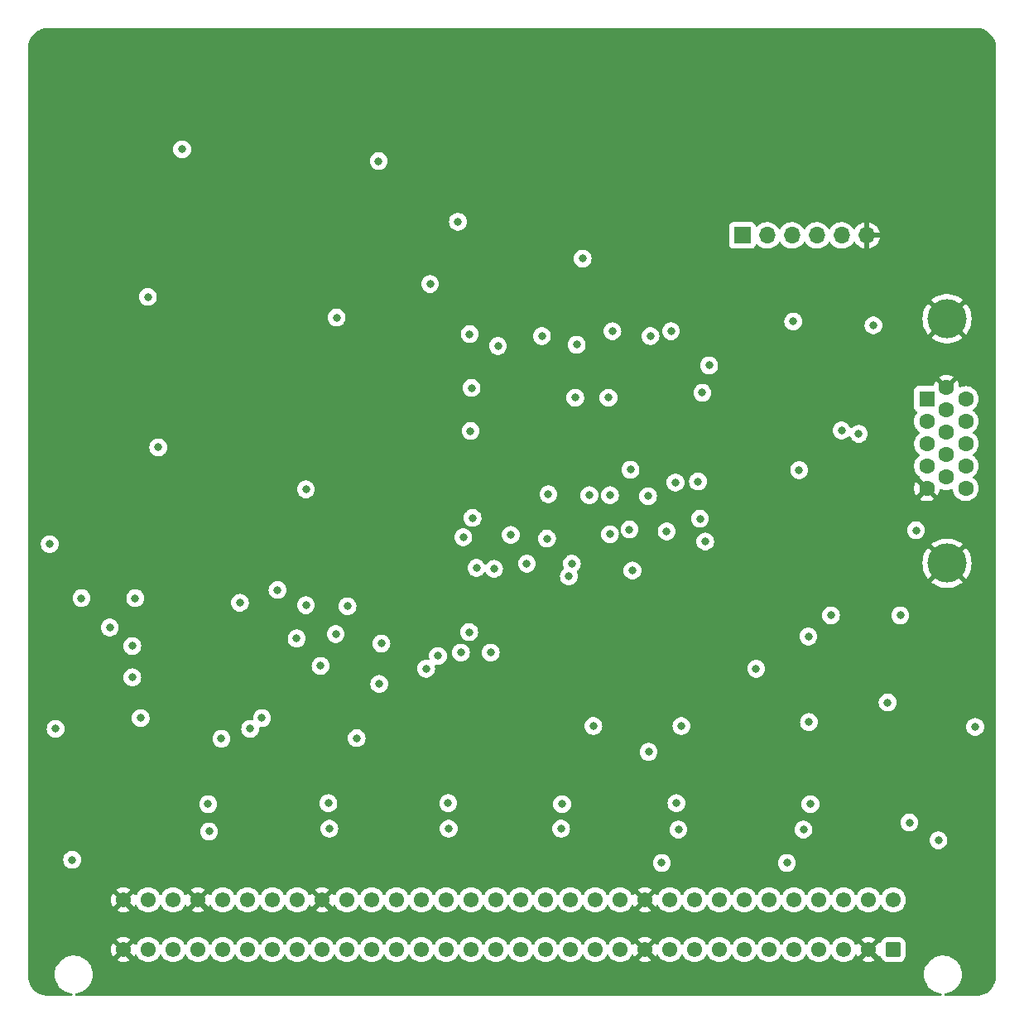
<source format=gbr>
%TF.GenerationSoftware,KiCad,Pcbnew,(6.0.7-rc1-83-g1005f75cdb)*%
%TF.CreationDate,2022-08-17T14:22:35+01:00*%
%TF.ProjectId,GfxFPGAS3,47667846-5047-4415-9333-2e6b69636164,rev?*%
%TF.SameCoordinates,Original*%
%TF.FileFunction,Copper,L3,Inr*%
%TF.FilePolarity,Positive*%
%FSLAX46Y46*%
G04 Gerber Fmt 4.6, Leading zero omitted, Abs format (unit mm)*
G04 Created by KiCad (PCBNEW (6.0.7-rc1-83-g1005f75cdb)) date 2022-08-17 14:22:35*
%MOMM*%
%LPD*%
G01*
G04 APERTURE LIST*
G04 Aperture macros list*
%AMRoundRect*
0 Rectangle with rounded corners*
0 $1 Rounding radius*
0 $2 $3 $4 $5 $6 $7 $8 $9 X,Y pos of 4 corners*
0 Add a 4 corners polygon primitive as box body*
4,1,4,$2,$3,$4,$5,$6,$7,$8,$9,$2,$3,0*
0 Add four circle primitives for the rounded corners*
1,1,$1+$1,$2,$3*
1,1,$1+$1,$4,$5*
1,1,$1+$1,$6,$7*
1,1,$1+$1,$8,$9*
0 Add four rect primitives between the rounded corners*
20,1,$1+$1,$2,$3,$4,$5,0*
20,1,$1+$1,$4,$5,$6,$7,0*
20,1,$1+$1,$6,$7,$8,$9,0*
20,1,$1+$1,$8,$9,$2,$3,0*%
G04 Aperture macros list end*
%TA.AperFunction,ComponentPad*%
%ADD10RoundRect,0.249999X0.525001X0.525001X-0.525001X0.525001X-0.525001X-0.525001X0.525001X-0.525001X0*%
%TD*%
%TA.AperFunction,ComponentPad*%
%ADD11C,1.550000*%
%TD*%
%TA.AperFunction,ComponentPad*%
%ADD12C,4.000000*%
%TD*%
%TA.AperFunction,ComponentPad*%
%ADD13R,1.600000X1.600000*%
%TD*%
%TA.AperFunction,ComponentPad*%
%ADD14C,1.600000*%
%TD*%
%TA.AperFunction,ComponentPad*%
%ADD15R,1.700000X1.700000*%
%TD*%
%TA.AperFunction,ComponentPad*%
%ADD16O,1.700000X1.700000*%
%TD*%
%TA.AperFunction,ViaPad*%
%ADD17C,0.800000*%
%TD*%
G04 APERTURE END LIST*
D10*
%TO.N,+5V*%
%TO.C,J101*%
X188976000Y-144780000D03*
D11*
%TO.N,GND*%
X186436000Y-144780000D03*
%TO.N,/CPU_D0*%
X183896000Y-144780000D03*
%TO.N,/CPU_D2*%
X181356000Y-144780000D03*
%TO.N,/CPU_D4*%
X178816000Y-144780000D03*
%TO.N,/CPU_D6*%
X176276000Y-144780000D03*
%TO.N,/CPU_D8*%
X173736000Y-144780000D03*
%TO.N,/CPU_D10*%
X171196000Y-144780000D03*
%TO.N,/CPU_D12*%
X168656000Y-144780000D03*
%TO.N,/CPU_D14*%
X166116000Y-144780000D03*
%TO.N,GND*%
X163576000Y-144780000D03*
%TO.N,/CPU_A1*%
X161036000Y-144780000D03*
%TO.N,/CPU_A3*%
X158496000Y-144780000D03*
%TO.N,/CPU_A5*%
X155956000Y-144780000D03*
%TO.N,/CPU_A7*%
X153416000Y-144780000D03*
%TO.N,/CPU_A9*%
X150876000Y-144780000D03*
%TO.N,/CPU_A11*%
X148336000Y-144780000D03*
%TO.N,/CPU_A13*%
X145796000Y-144780000D03*
%TO.N,/CPU_A15*%
X143256000Y-144780000D03*
%TO.N,/CPU_A17*%
X140716000Y-144780000D03*
%TO.N,/CPU_A19*%
X138176000Y-144780000D03*
%TO.N,/~{CPU_AS}*%
X135636000Y-144780000D03*
%TO.N,unconnected-(J101-PadA23)*%
X133096000Y-144780000D03*
%TO.N,+5V*%
X130556000Y-144780000D03*
%TO.N,/~{CPU_LDS}*%
X128016000Y-144780000D03*
%TO.N,/CPU_R~{W}*%
X125476000Y-144780000D03*
%TO.N,/~{CPU_REGCS}*%
X122936000Y-144780000D03*
%TO.N,Net-(J101-PadA28)*%
X120396000Y-144780000D03*
%TO.N,unconnected-(J101-PadA29)*%
X117856000Y-144780000D03*
%TO.N,unconnected-(J101-PadA30)*%
X115316000Y-144780000D03*
%TO.N,unconnected-(J101-PadA31)*%
X112776000Y-144780000D03*
%TO.N,GND*%
X110236000Y-144780000D03*
%TO.N,+5V*%
X188976000Y-139700000D03*
%TO.N,unconnected-(J101-PadC2)*%
X186436000Y-139700000D03*
%TO.N,/CPU_D1*%
X183896000Y-139700000D03*
%TO.N,/CPU_D3*%
X181356000Y-139700000D03*
%TO.N,/CPU_D5*%
X178816000Y-139700000D03*
%TO.N,/CPU_D7*%
X176276000Y-139700000D03*
%TO.N,/CPU_D9*%
X173736000Y-139700000D03*
%TO.N,/CPU_D11*%
X171196000Y-139700000D03*
%TO.N,/CPU_D13*%
X168656000Y-139700000D03*
%TO.N,/CPU_D15*%
X166116000Y-139700000D03*
%TO.N,GND*%
X163576000Y-139700000D03*
%TO.N,/CPU_A2*%
X161036000Y-139700000D03*
%TO.N,/CPU_A4*%
X158496000Y-139700000D03*
%TO.N,/CPU_A6*%
X155956000Y-139700000D03*
%TO.N,/CPU_A8*%
X153416000Y-139700000D03*
%TO.N,/CPU_A10*%
X150876000Y-139700000D03*
%TO.N,/CPU_A12*%
X148336000Y-139700000D03*
%TO.N,/CPU_A14*%
X145796000Y-139700000D03*
%TO.N,/CPU_A16*%
X143256000Y-139700000D03*
%TO.N,/CPU_A18*%
X140716000Y-139700000D03*
%TO.N,unconnected-(J101-PadC21)*%
X138176000Y-139700000D03*
%TO.N,unconnected-(J101-PadC22)*%
X135636000Y-139700000D03*
%TO.N,/CPU_CLK*%
X133096000Y-139700000D03*
%TO.N,GND*%
X130556000Y-139700000D03*
%TO.N,/~{CPU_UDS}*%
X128016000Y-139700000D03*
%TO.N,/~{CPU_RESET}*%
X125476000Y-139700000D03*
%TO.N,/~{CPU_DATACS}*%
X122936000Y-139700000D03*
%TO.N,Net-(J101-PadC28)*%
X120396000Y-139700000D03*
%TO.N,GND*%
X117856000Y-139700000D03*
%TO.N,+3V3*%
X115316000Y-139700000D03*
%TO.N,unconnected-(J101-PadC31)*%
X112776000Y-139700000D03*
%TO.N,GND*%
X110236000Y-139700000D03*
%TD*%
D12*
%TO.N,GND*%
%TO.C,J501*%
X194470000Y-105260000D03*
X194470000Y-80260000D03*
D13*
%TO.N,Net-(J501-Pad1)*%
X192420000Y-88445000D03*
D14*
%TO.N,Net-(J501-Pad2)*%
X192420000Y-90735000D03*
%TO.N,Net-(J501-Pad3)*%
X192420000Y-93025000D03*
%TO.N,unconnected-(J501-Pad4)*%
X192420000Y-95315000D03*
%TO.N,GND*%
X192420000Y-97605000D03*
X194400000Y-87300000D03*
X194400000Y-89590000D03*
X194400000Y-91880000D03*
%TO.N,unconnected-(J501-Pad9)*%
X194400000Y-94170000D03*
%TO.N,GND*%
X194400000Y-96460000D03*
%TO.N,unconnected-(J501-Pad11)*%
X196380000Y-88445000D03*
%TO.N,unconnected-(J501-Pad12)*%
X196380000Y-90735000D03*
%TO.N,Net-(J501-Pad13)*%
X196380000Y-93025000D03*
%TO.N,Net-(J501-Pad14)*%
X196380000Y-95315000D03*
%TO.N,unconnected-(J501-Pad15)*%
X196380000Y-97605000D03*
%TD*%
D15*
%TO.N,+3V3*%
%TO.C,J1*%
X173544000Y-71727000D03*
D16*
%TO.N,Net-(J1-Pad2)*%
X176084000Y-71727000D03*
%TO.N,Net-(J1-Pad3)*%
X178624000Y-71727000D03*
%TO.N,Net-(J1-Pad4)*%
X181164000Y-71727000D03*
%TO.N,Net-(J1-Pad5)*%
X183704000Y-71727000D03*
%TO.N,GND*%
X186244000Y-71727000D03*
%TD*%
D17*
%TO.N,GND*%
X106500000Y-113700000D03*
X161900000Y-132300000D03*
X115644000Y-66827000D03*
X132044000Y-78527000D03*
X107050000Y-130750000D03*
X149844000Y-81227000D03*
X112744000Y-82427000D03*
X138000000Y-129800000D03*
X156100000Y-100600000D03*
X106500000Y-116600000D03*
X163800000Y-101900000D03*
X160400000Y-106000000D03*
X148800000Y-130100000D03*
X169444000Y-89627000D03*
X111340000Y-130440000D03*
X157250000Y-106550000D03*
X188844000Y-94827000D03*
X180344000Y-89527000D03*
X170544000Y-106527000D03*
X185444000Y-90427000D03*
X169944000Y-81327000D03*
X186300000Y-132000000D03*
X125500000Y-132400000D03*
X156100000Y-98100000D03*
X162244000Y-82027000D03*
X160900000Y-130000000D03*
X154300000Y-106500000D03*
X135150000Y-109750000D03*
X144744000Y-106827000D03*
X106544000Y-106327000D03*
X116444000Y-109827000D03*
X173700000Y-132500000D03*
X182744000Y-80627000D03*
X111644000Y-105227000D03*
X169100000Y-98800000D03*
X136344000Y-62727000D03*
X145844000Y-98727000D03*
X159850500Y-90233500D03*
X181844000Y-93427000D03*
X112744000Y-79527000D03*
X145744000Y-89227000D03*
X130200000Y-117700000D03*
X150100000Y-132400000D03*
X107900000Y-118700000D03*
X145744000Y-93727000D03*
X173400000Y-129900000D03*
X145244000Y-85327000D03*
X124300000Y-129900000D03*
X168800000Y-94800000D03*
X137900000Y-132400000D03*
X154944000Y-82027000D03*
X158800000Y-82700000D03*
X156350500Y-90233500D03*
X106300000Y-140800000D03*
X165544000Y-107127000D03*
X150800000Y-96800000D03*
X181844000Y-90027000D03*
X197200000Y-111700000D03*
X144194000Y-76777000D03*
X116244000Y-64327000D03*
X186900000Y-129800000D03*
%TO.N,+3V3*%
X155100000Y-129900000D03*
X159844000Y-88327000D03*
X136400000Y-117600000D03*
X188400000Y-119500000D03*
X143450000Y-129800000D03*
X155800000Y-106600000D03*
X148144000Y-105827000D03*
X153560000Y-102740000D03*
X179344000Y-95727000D03*
X132044000Y-80127000D03*
X116244000Y-62927000D03*
X183694000Y-91677000D03*
X162000000Y-101800000D03*
X111144000Y-113727000D03*
X136344000Y-64127000D03*
X131200000Y-129800000D03*
X169744000Y-103027000D03*
X185444000Y-92027000D03*
X148544000Y-83027000D03*
X156450500Y-88333500D03*
X145944000Y-100627000D03*
X170144000Y-85027000D03*
X136625000Y-113475000D03*
X145744000Y-91727000D03*
X111144000Y-116927000D03*
X153044000Y-82027000D03*
X145000000Y-102600000D03*
X162300000Y-106000000D03*
X133150000Y-109650000D03*
X166800000Y-129800000D03*
X186944000Y-80927000D03*
X193600000Y-133600000D03*
X162100000Y-95700000D03*
X112744000Y-78027000D03*
X160244000Y-81527000D03*
X166700000Y-97000000D03*
X180500000Y-129900000D03*
X118900000Y-129900000D03*
X166244000Y-81527000D03*
X178744000Y-80527000D03*
X169444000Y-87827000D03*
X169000000Y-96900000D03*
%TO.N,+5V*%
X167000000Y-132500000D03*
X131300000Y-132400000D03*
X143500000Y-132400000D03*
X119000000Y-132700000D03*
X179800000Y-132500000D03*
X104990000Y-135590000D03*
X155000000Y-132400000D03*
%TO.N,+1V2*%
X108844000Y-111827000D03*
X111444000Y-108827000D03*
X151500000Y-105300000D03*
X105944000Y-108827000D03*
X169200000Y-100700000D03*
X145844000Y-87327000D03*
X164144000Y-82027000D03*
%TO.N,Net-(J501-Pad13)*%
X191300000Y-101900000D03*
%TO.N,Net-(R301-Pad2)*%
X130400000Y-115750000D03*
%TO.N,/FPGA/~{FLASH_CS}*%
X131950000Y-112500000D03*
%TO.N,Net-(R303-Pad2)*%
X142400000Y-114750000D03*
%TO.N,/FPGA/~{CPU_DATAEN}*%
X145600000Y-112300000D03*
X190625000Y-131775000D03*
%TO.N,/FPGA/HOST_CLK*%
X156600000Y-82900000D03*
X127950000Y-112950000D03*
%TO.N,/FPGA/~{LDS}*%
X112000000Y-121100000D03*
X124400000Y-121100000D03*
%TO.N,/FPGA/~{UDS}*%
X128900000Y-109550000D03*
X128900000Y-97700000D03*
%TO.N,/FPGA/~{RESET}*%
X123200000Y-122200000D03*
X103300000Y-122200000D03*
X113800000Y-93400000D03*
X102700000Y-103300000D03*
%TO.N,/FPGA/~{REGCS}*%
X141600000Y-76700000D03*
X122150000Y-109300000D03*
%TO.N,/FPGA/~{DATACS}*%
X126000000Y-108000000D03*
X157200000Y-74100000D03*
%TO.N,/FPGA/A1*%
X157900000Y-98300000D03*
%TO.N,/FPGA/A4*%
X153700000Y-98200000D03*
%TO.N,/FPGA/A5*%
X167300000Y-121900000D03*
X158300000Y-121900000D03*
%TO.N,/FPGA/DATA_DIR*%
X180350000Y-121500000D03*
X149850000Y-102350000D03*
X178100000Y-135900000D03*
X180300000Y-112750000D03*
X165300000Y-135900000D03*
%TO.N,/FPGA/FPGA_PROGB*%
X145644000Y-81827000D03*
%TO.N,/FPGA/~{ACCESS_LED}*%
X197350000Y-122000000D03*
X120250000Y-123200000D03*
%TO.N,/FPGA/FPGA_INITB*%
X146344000Y-105727000D03*
%TO.N,/FPGA/CLK_25MHZ*%
X156100000Y-105300000D03*
%TO.N,/FPGA/FPGA_DONE*%
X189700000Y-110600000D03*
X182600000Y-110600000D03*
%TO.N,/FPGA/FLASH_DI*%
X144750000Y-114400000D03*
X147800000Y-114400000D03*
%TO.N,/FPGA/FLASH_CLK*%
X141200000Y-116050000D03*
X174950000Y-116050000D03*
%TO.N,Net-(J1-Pad3)*%
X144444000Y-70327000D03*
%TO.N,/FPGA/D6*%
X160000000Y-98300000D03*
%TO.N,/FPGA/D5*%
X165800000Y-102000000D03*
%TO.N,/FPGA/D4*%
X163900000Y-98400000D03*
%TO.N,/FPGA/D15*%
X160000000Y-102300000D03*
%TO.N,/FPGA/D14*%
X134100000Y-123150000D03*
X163950000Y-124550000D03*
%TD*%
%TA.AperFunction,Conductor*%
%TO.N,GND*%
G36*
X197470018Y-50510000D02*
G01*
X197484851Y-50512310D01*
X197484855Y-50512310D01*
X197493724Y-50513691D01*
X197510012Y-50511561D01*
X197534589Y-50510767D01*
X197561441Y-50512527D01*
X197751701Y-50524998D01*
X197768041Y-50527149D01*
X197887691Y-50550949D01*
X198007343Y-50574749D01*
X198023257Y-50579013D01*
X198138776Y-50618227D01*
X198254292Y-50657439D01*
X198269519Y-50663746D01*
X198488342Y-50771657D01*
X198502616Y-50779898D01*
X198705478Y-50915447D01*
X198718553Y-50925480D01*
X198901993Y-51086352D01*
X198913648Y-51098007D01*
X199074520Y-51281447D01*
X199084553Y-51294522D01*
X199220102Y-51497384D01*
X199228343Y-51511658D01*
X199336254Y-51730481D01*
X199342561Y-51745708D01*
X199420986Y-51976740D01*
X199425252Y-51992660D01*
X199472851Y-52231959D01*
X199475002Y-52248299D01*
X199488763Y-52458236D01*
X199487733Y-52481350D01*
X199487690Y-52484854D01*
X199486309Y-52493724D01*
X199487473Y-52502626D01*
X199487473Y-52502628D01*
X199490436Y-52525283D01*
X199491500Y-52541621D01*
X199491500Y-147450633D01*
X199490000Y-147470018D01*
X199487690Y-147484851D01*
X199487690Y-147484855D01*
X199486309Y-147493724D01*
X199488136Y-147507694D01*
X199488439Y-147510010D01*
X199489233Y-147534590D01*
X199475002Y-147751701D01*
X199472851Y-147768041D01*
X199425252Y-148007340D01*
X199420986Y-148023260D01*
X199342561Y-148254292D01*
X199336254Y-148269519D01*
X199228343Y-148488342D01*
X199220102Y-148502616D01*
X199084553Y-148705478D01*
X199074520Y-148718553D01*
X198913648Y-148901993D01*
X198901993Y-148913648D01*
X198718553Y-149074520D01*
X198705478Y-149084553D01*
X198502616Y-149220102D01*
X198488342Y-149228343D01*
X198269519Y-149336254D01*
X198254292Y-149342561D01*
X198239542Y-149347568D01*
X198023257Y-149420987D01*
X198007343Y-149425251D01*
X197887691Y-149449051D01*
X197768041Y-149472851D01*
X197751701Y-149475002D01*
X197610437Y-149484262D01*
X197541763Y-149488763D01*
X197518650Y-149487733D01*
X197515146Y-149487690D01*
X197506276Y-149486309D01*
X197497374Y-149487473D01*
X197497372Y-149487473D01*
X197483915Y-149489233D01*
X197474714Y-149490436D01*
X197458379Y-149491500D01*
X194327929Y-149491500D01*
X194259808Y-149471498D01*
X194213315Y-149417842D01*
X194203211Y-149347568D01*
X194232705Y-149282988D01*
X194292431Y-149244604D01*
X194319030Y-149239815D01*
X194319175Y-149239805D01*
X194329128Y-149239100D01*
X194333483Y-149238162D01*
X194333486Y-149238162D01*
X194592460Y-149182407D01*
X194592462Y-149182407D01*
X194596807Y-149181471D01*
X194853695Y-149086700D01*
X194866181Y-149079963D01*
X195090752Y-148958791D01*
X195094668Y-148956678D01*
X195314915Y-148794001D01*
X195510045Y-148601913D01*
X195512747Y-148598373D01*
X195673460Y-148387788D01*
X195673462Y-148387784D01*
X195676162Y-148384247D01*
X195809952Y-148145347D01*
X195908746Y-147889979D01*
X195921325Y-147835713D01*
X195969568Y-147627577D01*
X195970574Y-147623239D01*
X195994200Y-147350448D01*
X195979154Y-147077049D01*
X195925736Y-146808498D01*
X195835011Y-146550153D01*
X195808336Y-146498800D01*
X195710843Y-146311118D01*
X195710842Y-146311116D01*
X195708791Y-146307168D01*
X195706208Y-146303553D01*
X195706204Y-146303547D01*
X195552181Y-146088014D01*
X195549593Y-146084392D01*
X195380685Y-145907331D01*
X195363666Y-145889490D01*
X195363664Y-145889488D01*
X195360594Y-145886270D01*
X195145564Y-145716755D01*
X195141722Y-145714523D01*
X195141717Y-145714520D01*
X194912649Y-145581466D01*
X194912643Y-145581463D01*
X194908795Y-145579228D01*
X194803664Y-145536645D01*
X194659143Y-145478108D01*
X194659135Y-145478105D01*
X194655011Y-145476435D01*
X194504914Y-145439151D01*
X194393599Y-145411500D01*
X194393595Y-145411499D01*
X194389274Y-145410426D01*
X194155753Y-145386500D01*
X193986246Y-145386500D01*
X193782872Y-145400900D01*
X193778517Y-145401838D01*
X193778514Y-145401838D01*
X193519540Y-145457593D01*
X193519538Y-145457593D01*
X193515193Y-145458529D01*
X193258305Y-145553300D01*
X193254387Y-145555414D01*
X193149393Y-145612066D01*
X193017332Y-145683322D01*
X192914893Y-145758984D01*
X192881724Y-145783484D01*
X192797085Y-145845999D01*
X192601955Y-146038087D01*
X192599256Y-146041624D01*
X192599253Y-146041627D01*
X192569074Y-146081172D01*
X192435838Y-146255753D01*
X192302048Y-146494653D01*
X192203254Y-146750021D01*
X192202251Y-146754346D01*
X192202250Y-146754351D01*
X192188685Y-146812873D01*
X192141426Y-147016761D01*
X192117800Y-147289552D01*
X192118044Y-147293987D01*
X192118044Y-147293991D01*
X192131074Y-147530745D01*
X192132846Y-147562951D01*
X192186264Y-147831502D01*
X192276989Y-148089847D01*
X192279042Y-148093798D01*
X192279044Y-148093804D01*
X192401157Y-148328882D01*
X192403209Y-148332832D01*
X192405792Y-148336447D01*
X192405796Y-148336453D01*
X192442481Y-148387788D01*
X192562407Y-148555608D01*
X192565479Y-148558828D01*
X192711930Y-148712348D01*
X192751406Y-148753730D01*
X192966436Y-148923245D01*
X192970278Y-148925477D01*
X192970283Y-148925480D01*
X193199351Y-149058534D01*
X193199357Y-149058537D01*
X193203205Y-149060772D01*
X193271023Y-149088241D01*
X193452857Y-149161892D01*
X193452865Y-149161895D01*
X193456989Y-149163565D01*
X193532843Y-149182407D01*
X193718401Y-149228500D01*
X193718405Y-149228501D01*
X193722726Y-149229574D01*
X193822680Y-149239815D01*
X193826008Y-149240156D01*
X193891736Y-149266997D01*
X193932518Y-149325112D01*
X193935406Y-149396050D01*
X193899485Y-149457288D01*
X193836157Y-149489385D01*
X193813166Y-149491500D01*
X105427929Y-149491500D01*
X105359808Y-149471498D01*
X105313315Y-149417842D01*
X105303211Y-149347568D01*
X105332705Y-149282988D01*
X105392431Y-149244604D01*
X105419030Y-149239815D01*
X105419175Y-149239805D01*
X105429128Y-149239100D01*
X105433483Y-149238162D01*
X105433486Y-149238162D01*
X105692460Y-149182407D01*
X105692462Y-149182407D01*
X105696807Y-149181471D01*
X105953695Y-149086700D01*
X105966181Y-149079963D01*
X106190752Y-148958791D01*
X106194668Y-148956678D01*
X106414915Y-148794001D01*
X106610045Y-148601913D01*
X106612747Y-148598373D01*
X106773460Y-148387788D01*
X106773462Y-148387784D01*
X106776162Y-148384247D01*
X106909952Y-148145347D01*
X107008746Y-147889979D01*
X107021325Y-147835713D01*
X107069568Y-147627577D01*
X107070574Y-147623239D01*
X107094200Y-147350448D01*
X107079154Y-147077049D01*
X107025736Y-146808498D01*
X106935011Y-146550153D01*
X106908336Y-146498800D01*
X106810843Y-146311118D01*
X106810842Y-146311116D01*
X106808791Y-146307168D01*
X106806208Y-146303553D01*
X106806204Y-146303547D01*
X106652181Y-146088014D01*
X106649593Y-146084392D01*
X106480685Y-145907331D01*
X106463666Y-145889490D01*
X106463664Y-145889488D01*
X106460594Y-145886270D01*
X106412191Y-145848112D01*
X109532443Y-145848112D01*
X109541739Y-145860127D01*
X109587541Y-145892198D01*
X109597036Y-145897681D01*
X109790530Y-145987908D01*
X109800822Y-145991654D01*
X110007043Y-146046911D01*
X110017838Y-146048814D01*
X110230525Y-146067422D01*
X110241475Y-146067422D01*
X110454162Y-146048814D01*
X110464957Y-146046911D01*
X110671178Y-145991654D01*
X110681470Y-145987908D01*
X110874964Y-145897681D01*
X110884459Y-145892198D01*
X110931099Y-145859540D01*
X110939474Y-145849063D01*
X110932406Y-145835616D01*
X110248812Y-145152022D01*
X110234868Y-145144408D01*
X110233035Y-145144539D01*
X110226420Y-145148790D01*
X109538873Y-145836337D01*
X109532443Y-145848112D01*
X106412191Y-145848112D01*
X106245564Y-145716755D01*
X106241722Y-145714523D01*
X106241717Y-145714520D01*
X106012649Y-145581466D01*
X106012643Y-145581463D01*
X106008795Y-145579228D01*
X105903664Y-145536645D01*
X105759143Y-145478108D01*
X105759135Y-145478105D01*
X105755011Y-145476435D01*
X105604914Y-145439151D01*
X105493599Y-145411500D01*
X105493595Y-145411499D01*
X105489274Y-145410426D01*
X105255753Y-145386500D01*
X105086246Y-145386500D01*
X104882872Y-145400900D01*
X104878517Y-145401838D01*
X104878514Y-145401838D01*
X104619540Y-145457593D01*
X104619538Y-145457593D01*
X104615193Y-145458529D01*
X104358305Y-145553300D01*
X104354387Y-145555414D01*
X104249393Y-145612066D01*
X104117332Y-145683322D01*
X104014893Y-145758984D01*
X103981724Y-145783484D01*
X103897085Y-145845999D01*
X103701955Y-146038087D01*
X103699256Y-146041624D01*
X103699253Y-146041627D01*
X103669074Y-146081172D01*
X103535838Y-146255753D01*
X103402048Y-146494653D01*
X103303254Y-146750021D01*
X103302251Y-146754346D01*
X103302250Y-146754351D01*
X103288685Y-146812873D01*
X103241426Y-147016761D01*
X103217800Y-147289552D01*
X103218044Y-147293987D01*
X103218044Y-147293991D01*
X103231074Y-147530745D01*
X103232846Y-147562951D01*
X103286264Y-147831502D01*
X103376989Y-148089847D01*
X103379042Y-148093798D01*
X103379044Y-148093804D01*
X103501157Y-148328882D01*
X103503209Y-148332832D01*
X103505792Y-148336447D01*
X103505796Y-148336453D01*
X103542481Y-148387788D01*
X103662407Y-148555608D01*
X103665479Y-148558828D01*
X103811930Y-148712348D01*
X103851406Y-148753730D01*
X104066436Y-148923245D01*
X104070278Y-148925477D01*
X104070283Y-148925480D01*
X104299351Y-149058534D01*
X104299357Y-149058537D01*
X104303205Y-149060772D01*
X104371023Y-149088241D01*
X104552857Y-149161892D01*
X104552865Y-149161895D01*
X104556989Y-149163565D01*
X104632843Y-149182407D01*
X104818401Y-149228500D01*
X104818405Y-149228501D01*
X104822726Y-149229574D01*
X104922680Y-149239815D01*
X104926008Y-149240156D01*
X104991736Y-149266997D01*
X105032518Y-149325112D01*
X105035406Y-149396050D01*
X104999485Y-149457288D01*
X104936157Y-149489385D01*
X104913166Y-149491500D01*
X102549367Y-149491500D01*
X102529982Y-149490000D01*
X102515149Y-149487690D01*
X102515145Y-149487690D01*
X102506276Y-149486309D01*
X102489988Y-149488439D01*
X102465411Y-149489233D01*
X102420801Y-149486309D01*
X102248299Y-149475002D01*
X102231959Y-149472851D01*
X102112309Y-149449051D01*
X101992657Y-149425251D01*
X101976743Y-149420987D01*
X101760458Y-149347568D01*
X101745708Y-149342561D01*
X101730481Y-149336254D01*
X101511658Y-149228343D01*
X101497384Y-149220102D01*
X101294522Y-149084553D01*
X101281447Y-149074520D01*
X101098007Y-148913648D01*
X101086352Y-148901993D01*
X100925480Y-148718553D01*
X100915447Y-148705478D01*
X100779898Y-148502616D01*
X100771657Y-148488342D01*
X100663746Y-148269519D01*
X100657439Y-148254292D01*
X100579014Y-148023260D01*
X100574748Y-148007340D01*
X100527149Y-147768041D01*
X100524998Y-147751701D01*
X100511476Y-147545407D01*
X100512650Y-147522232D01*
X100512334Y-147522204D01*
X100512770Y-147517344D01*
X100513576Y-147512552D01*
X100513729Y-147500000D01*
X100509773Y-147472376D01*
X100508500Y-147454514D01*
X100508500Y-144785475D01*
X108948578Y-144785475D01*
X108967186Y-144998162D01*
X108969089Y-145008957D01*
X109024346Y-145215178D01*
X109028092Y-145225470D01*
X109118319Y-145418963D01*
X109123802Y-145428459D01*
X109156460Y-145475099D01*
X109166937Y-145483474D01*
X109180385Y-145476405D01*
X109863978Y-144792812D01*
X109870356Y-144781132D01*
X110600408Y-144781132D01*
X110600539Y-144782965D01*
X110604790Y-144789580D01*
X111292337Y-145477127D01*
X111304112Y-145483557D01*
X111316127Y-145474261D01*
X111348198Y-145428459D01*
X111353681Y-145418963D01*
X111391529Y-145337797D01*
X111438447Y-145284512D01*
X111506724Y-145265051D01*
X111574684Y-145285593D01*
X111619919Y-145337797D01*
X111657884Y-145419214D01*
X111657887Y-145419219D01*
X111660210Y-145424201D01*
X111663366Y-145428708D01*
X111663367Y-145428710D01*
X111730647Y-145524795D01*
X111789026Y-145608169D01*
X111947831Y-145766974D01*
X111952340Y-145770131D01*
X111952342Y-145770133D01*
X111972892Y-145784522D01*
X112131798Y-145895790D01*
X112136780Y-145898113D01*
X112136785Y-145898116D01*
X112329346Y-145987908D01*
X112335340Y-145990703D01*
X112340648Y-145992125D01*
X112340650Y-145992126D01*
X112546956Y-146047405D01*
X112546958Y-146047405D01*
X112552271Y-146048829D01*
X112776000Y-146068403D01*
X112999729Y-146048829D01*
X113005042Y-146047405D01*
X113005044Y-146047405D01*
X113211350Y-145992126D01*
X113211352Y-145992125D01*
X113216660Y-145990703D01*
X113222654Y-145987908D01*
X113415215Y-145898116D01*
X113415220Y-145898113D01*
X113420202Y-145895790D01*
X113579108Y-145784522D01*
X113599658Y-145770133D01*
X113599660Y-145770131D01*
X113604169Y-145766974D01*
X113762974Y-145608169D01*
X113821354Y-145524795D01*
X113888633Y-145428710D01*
X113888634Y-145428708D01*
X113891790Y-145424201D01*
X113894113Y-145419219D01*
X113894116Y-145419214D01*
X113931805Y-145338389D01*
X113978723Y-145285104D01*
X114047000Y-145265643D01*
X114114960Y-145286185D01*
X114160195Y-145338389D01*
X114197884Y-145419214D01*
X114197887Y-145419219D01*
X114200210Y-145424201D01*
X114203366Y-145428708D01*
X114203367Y-145428710D01*
X114270647Y-145524795D01*
X114329026Y-145608169D01*
X114487831Y-145766974D01*
X114492340Y-145770131D01*
X114492342Y-145770133D01*
X114512892Y-145784522D01*
X114671798Y-145895790D01*
X114676780Y-145898113D01*
X114676785Y-145898116D01*
X114869346Y-145987908D01*
X114875340Y-145990703D01*
X114880648Y-145992125D01*
X114880650Y-145992126D01*
X115086956Y-146047405D01*
X115086958Y-146047405D01*
X115092271Y-146048829D01*
X115316000Y-146068403D01*
X115539729Y-146048829D01*
X115545042Y-146047405D01*
X115545044Y-146047405D01*
X115751350Y-145992126D01*
X115751352Y-145992125D01*
X115756660Y-145990703D01*
X115762654Y-145987908D01*
X115955215Y-145898116D01*
X115955220Y-145898113D01*
X115960202Y-145895790D01*
X116119108Y-145784522D01*
X116139658Y-145770133D01*
X116139660Y-145770131D01*
X116144169Y-145766974D01*
X116302974Y-145608169D01*
X116361354Y-145524795D01*
X116428633Y-145428710D01*
X116428634Y-145428708D01*
X116431790Y-145424201D01*
X116434113Y-145419219D01*
X116434116Y-145419214D01*
X116471805Y-145338389D01*
X116518723Y-145285104D01*
X116587000Y-145265643D01*
X116654960Y-145286185D01*
X116700195Y-145338389D01*
X116737884Y-145419214D01*
X116737887Y-145419219D01*
X116740210Y-145424201D01*
X116743366Y-145428708D01*
X116743367Y-145428710D01*
X116810647Y-145524795D01*
X116869026Y-145608169D01*
X117027831Y-145766974D01*
X117032340Y-145770131D01*
X117032342Y-145770133D01*
X117052892Y-145784522D01*
X117211798Y-145895790D01*
X117216780Y-145898113D01*
X117216785Y-145898116D01*
X117409346Y-145987908D01*
X117415340Y-145990703D01*
X117420648Y-145992125D01*
X117420650Y-145992126D01*
X117626956Y-146047405D01*
X117626958Y-146047405D01*
X117632271Y-146048829D01*
X117856000Y-146068403D01*
X118079729Y-146048829D01*
X118085042Y-146047405D01*
X118085044Y-146047405D01*
X118291350Y-145992126D01*
X118291352Y-145992125D01*
X118296660Y-145990703D01*
X118302654Y-145987908D01*
X118495215Y-145898116D01*
X118495220Y-145898113D01*
X118500202Y-145895790D01*
X118659108Y-145784522D01*
X118679658Y-145770133D01*
X118679660Y-145770131D01*
X118684169Y-145766974D01*
X118842974Y-145608169D01*
X118901354Y-145524795D01*
X118968633Y-145428710D01*
X118968634Y-145428708D01*
X118971790Y-145424201D01*
X118974113Y-145419219D01*
X118974116Y-145419214D01*
X119011805Y-145338389D01*
X119058723Y-145285104D01*
X119127000Y-145265643D01*
X119194960Y-145286185D01*
X119240195Y-145338389D01*
X119277884Y-145419214D01*
X119277887Y-145419219D01*
X119280210Y-145424201D01*
X119283366Y-145428708D01*
X119283367Y-145428710D01*
X119350647Y-145524795D01*
X119409026Y-145608169D01*
X119567831Y-145766974D01*
X119572340Y-145770131D01*
X119572342Y-145770133D01*
X119592892Y-145784522D01*
X119751798Y-145895790D01*
X119756780Y-145898113D01*
X119756785Y-145898116D01*
X119949346Y-145987908D01*
X119955340Y-145990703D01*
X119960648Y-145992125D01*
X119960650Y-145992126D01*
X120166956Y-146047405D01*
X120166958Y-146047405D01*
X120172271Y-146048829D01*
X120396000Y-146068403D01*
X120619729Y-146048829D01*
X120625042Y-146047405D01*
X120625044Y-146047405D01*
X120831350Y-145992126D01*
X120831352Y-145992125D01*
X120836660Y-145990703D01*
X120842654Y-145987908D01*
X121035215Y-145898116D01*
X121035220Y-145898113D01*
X121040202Y-145895790D01*
X121199108Y-145784522D01*
X121219658Y-145770133D01*
X121219660Y-145770131D01*
X121224169Y-145766974D01*
X121382974Y-145608169D01*
X121441354Y-145524795D01*
X121508633Y-145428710D01*
X121508634Y-145428708D01*
X121511790Y-145424201D01*
X121514113Y-145419219D01*
X121514116Y-145419214D01*
X121551805Y-145338389D01*
X121598723Y-145285104D01*
X121667000Y-145265643D01*
X121734960Y-145286185D01*
X121780195Y-145338389D01*
X121817884Y-145419214D01*
X121817887Y-145419219D01*
X121820210Y-145424201D01*
X121823366Y-145428708D01*
X121823367Y-145428710D01*
X121890647Y-145524795D01*
X121949026Y-145608169D01*
X122107831Y-145766974D01*
X122112340Y-145770131D01*
X122112342Y-145770133D01*
X122132892Y-145784522D01*
X122291798Y-145895790D01*
X122296780Y-145898113D01*
X122296785Y-145898116D01*
X122489346Y-145987908D01*
X122495340Y-145990703D01*
X122500648Y-145992125D01*
X122500650Y-145992126D01*
X122706956Y-146047405D01*
X122706958Y-146047405D01*
X122712271Y-146048829D01*
X122936000Y-146068403D01*
X123159729Y-146048829D01*
X123165042Y-146047405D01*
X123165044Y-146047405D01*
X123371350Y-145992126D01*
X123371352Y-145992125D01*
X123376660Y-145990703D01*
X123382654Y-145987908D01*
X123575215Y-145898116D01*
X123575220Y-145898113D01*
X123580202Y-145895790D01*
X123739108Y-145784522D01*
X123759658Y-145770133D01*
X123759660Y-145770131D01*
X123764169Y-145766974D01*
X123922974Y-145608169D01*
X123981354Y-145524795D01*
X124048633Y-145428710D01*
X124048634Y-145428708D01*
X124051790Y-145424201D01*
X124054113Y-145419219D01*
X124054116Y-145419214D01*
X124091805Y-145338389D01*
X124138723Y-145285104D01*
X124207000Y-145265643D01*
X124274960Y-145286185D01*
X124320195Y-145338389D01*
X124357884Y-145419214D01*
X124357887Y-145419219D01*
X124360210Y-145424201D01*
X124363366Y-145428708D01*
X124363367Y-145428710D01*
X124430647Y-145524795D01*
X124489026Y-145608169D01*
X124647831Y-145766974D01*
X124652340Y-145770131D01*
X124652342Y-145770133D01*
X124672892Y-145784522D01*
X124831798Y-145895790D01*
X124836780Y-145898113D01*
X124836785Y-145898116D01*
X125029346Y-145987908D01*
X125035340Y-145990703D01*
X125040648Y-145992125D01*
X125040650Y-145992126D01*
X125246956Y-146047405D01*
X125246958Y-146047405D01*
X125252271Y-146048829D01*
X125476000Y-146068403D01*
X125699729Y-146048829D01*
X125705042Y-146047405D01*
X125705044Y-146047405D01*
X125911350Y-145992126D01*
X125911352Y-145992125D01*
X125916660Y-145990703D01*
X125922654Y-145987908D01*
X126115215Y-145898116D01*
X126115220Y-145898113D01*
X126120202Y-145895790D01*
X126279108Y-145784522D01*
X126299658Y-145770133D01*
X126299660Y-145770131D01*
X126304169Y-145766974D01*
X126462974Y-145608169D01*
X126521354Y-145524795D01*
X126588633Y-145428710D01*
X126588634Y-145428708D01*
X126591790Y-145424201D01*
X126594113Y-145419219D01*
X126594116Y-145419214D01*
X126631805Y-145338389D01*
X126678723Y-145285104D01*
X126747000Y-145265643D01*
X126814960Y-145286185D01*
X126860195Y-145338389D01*
X126897884Y-145419214D01*
X126897887Y-145419219D01*
X126900210Y-145424201D01*
X126903366Y-145428708D01*
X126903367Y-145428710D01*
X126970647Y-145524795D01*
X127029026Y-145608169D01*
X127187831Y-145766974D01*
X127192340Y-145770131D01*
X127192342Y-145770133D01*
X127212892Y-145784522D01*
X127371798Y-145895790D01*
X127376780Y-145898113D01*
X127376785Y-145898116D01*
X127569346Y-145987908D01*
X127575340Y-145990703D01*
X127580648Y-145992125D01*
X127580650Y-145992126D01*
X127786956Y-146047405D01*
X127786958Y-146047405D01*
X127792271Y-146048829D01*
X128016000Y-146068403D01*
X128239729Y-146048829D01*
X128245042Y-146047405D01*
X128245044Y-146047405D01*
X128451350Y-145992126D01*
X128451352Y-145992125D01*
X128456660Y-145990703D01*
X128462654Y-145987908D01*
X128655215Y-145898116D01*
X128655220Y-145898113D01*
X128660202Y-145895790D01*
X128819108Y-145784522D01*
X128839658Y-145770133D01*
X128839660Y-145770131D01*
X128844169Y-145766974D01*
X129002974Y-145608169D01*
X129061354Y-145524795D01*
X129128633Y-145428710D01*
X129128634Y-145428708D01*
X129131790Y-145424201D01*
X129134113Y-145419219D01*
X129134116Y-145419214D01*
X129171805Y-145338389D01*
X129218723Y-145285104D01*
X129287000Y-145265643D01*
X129354960Y-145286185D01*
X129400195Y-145338389D01*
X129437884Y-145419214D01*
X129437887Y-145419219D01*
X129440210Y-145424201D01*
X129443366Y-145428708D01*
X129443367Y-145428710D01*
X129510647Y-145524795D01*
X129569026Y-145608169D01*
X129727831Y-145766974D01*
X129732340Y-145770131D01*
X129732342Y-145770133D01*
X129752892Y-145784522D01*
X129911798Y-145895790D01*
X129916780Y-145898113D01*
X129916785Y-145898116D01*
X130109346Y-145987908D01*
X130115340Y-145990703D01*
X130120648Y-145992125D01*
X130120650Y-145992126D01*
X130326956Y-146047405D01*
X130326958Y-146047405D01*
X130332271Y-146048829D01*
X130556000Y-146068403D01*
X130779729Y-146048829D01*
X130785042Y-146047405D01*
X130785044Y-146047405D01*
X130991350Y-145992126D01*
X130991352Y-145992125D01*
X130996660Y-145990703D01*
X131002654Y-145987908D01*
X131195215Y-145898116D01*
X131195220Y-145898113D01*
X131200202Y-145895790D01*
X131359108Y-145784522D01*
X131379658Y-145770133D01*
X131379660Y-145770131D01*
X131384169Y-145766974D01*
X131542974Y-145608169D01*
X131601354Y-145524795D01*
X131668633Y-145428710D01*
X131668634Y-145428708D01*
X131671790Y-145424201D01*
X131674113Y-145419219D01*
X131674116Y-145419214D01*
X131711805Y-145338389D01*
X131758723Y-145285104D01*
X131827000Y-145265643D01*
X131894960Y-145286185D01*
X131940195Y-145338389D01*
X131977884Y-145419214D01*
X131977887Y-145419219D01*
X131980210Y-145424201D01*
X131983366Y-145428708D01*
X131983367Y-145428710D01*
X132050647Y-145524795D01*
X132109026Y-145608169D01*
X132267831Y-145766974D01*
X132272340Y-145770131D01*
X132272342Y-145770133D01*
X132292892Y-145784522D01*
X132451798Y-145895790D01*
X132456780Y-145898113D01*
X132456785Y-145898116D01*
X132649346Y-145987908D01*
X132655340Y-145990703D01*
X132660648Y-145992125D01*
X132660650Y-145992126D01*
X132866956Y-146047405D01*
X132866958Y-146047405D01*
X132872271Y-146048829D01*
X133096000Y-146068403D01*
X133319729Y-146048829D01*
X133325042Y-146047405D01*
X133325044Y-146047405D01*
X133531350Y-145992126D01*
X133531352Y-145992125D01*
X133536660Y-145990703D01*
X133542654Y-145987908D01*
X133735215Y-145898116D01*
X133735220Y-145898113D01*
X133740202Y-145895790D01*
X133899108Y-145784522D01*
X133919658Y-145770133D01*
X133919660Y-145770131D01*
X133924169Y-145766974D01*
X134082974Y-145608169D01*
X134141354Y-145524795D01*
X134208633Y-145428710D01*
X134208634Y-145428708D01*
X134211790Y-145424201D01*
X134214113Y-145419219D01*
X134214116Y-145419214D01*
X134251805Y-145338389D01*
X134298723Y-145285104D01*
X134367000Y-145265643D01*
X134434960Y-145286185D01*
X134480195Y-145338389D01*
X134517884Y-145419214D01*
X134517887Y-145419219D01*
X134520210Y-145424201D01*
X134523366Y-145428708D01*
X134523367Y-145428710D01*
X134590647Y-145524795D01*
X134649026Y-145608169D01*
X134807831Y-145766974D01*
X134812340Y-145770131D01*
X134812342Y-145770133D01*
X134832892Y-145784522D01*
X134991798Y-145895790D01*
X134996780Y-145898113D01*
X134996785Y-145898116D01*
X135189346Y-145987908D01*
X135195340Y-145990703D01*
X135200648Y-145992125D01*
X135200650Y-145992126D01*
X135406956Y-146047405D01*
X135406958Y-146047405D01*
X135412271Y-146048829D01*
X135636000Y-146068403D01*
X135859729Y-146048829D01*
X135865042Y-146047405D01*
X135865044Y-146047405D01*
X136071350Y-145992126D01*
X136071352Y-145992125D01*
X136076660Y-145990703D01*
X136082654Y-145987908D01*
X136275215Y-145898116D01*
X136275220Y-145898113D01*
X136280202Y-145895790D01*
X136439108Y-145784522D01*
X136459658Y-145770133D01*
X136459660Y-145770131D01*
X136464169Y-145766974D01*
X136622974Y-145608169D01*
X136681354Y-145524795D01*
X136748633Y-145428710D01*
X136748634Y-145428708D01*
X136751790Y-145424201D01*
X136754113Y-145419219D01*
X136754116Y-145419214D01*
X136791805Y-145338389D01*
X136838723Y-145285104D01*
X136907000Y-145265643D01*
X136974960Y-145286185D01*
X137020195Y-145338389D01*
X137057884Y-145419214D01*
X137057887Y-145419219D01*
X137060210Y-145424201D01*
X137063366Y-145428708D01*
X137063367Y-145428710D01*
X137130647Y-145524795D01*
X137189026Y-145608169D01*
X137347831Y-145766974D01*
X137352340Y-145770131D01*
X137352342Y-145770133D01*
X137372892Y-145784522D01*
X137531798Y-145895790D01*
X137536780Y-145898113D01*
X137536785Y-145898116D01*
X137729346Y-145987908D01*
X137735340Y-145990703D01*
X137740648Y-145992125D01*
X137740650Y-145992126D01*
X137946956Y-146047405D01*
X137946958Y-146047405D01*
X137952271Y-146048829D01*
X138176000Y-146068403D01*
X138399729Y-146048829D01*
X138405042Y-146047405D01*
X138405044Y-146047405D01*
X138611350Y-145992126D01*
X138611352Y-145992125D01*
X138616660Y-145990703D01*
X138622654Y-145987908D01*
X138815215Y-145898116D01*
X138815220Y-145898113D01*
X138820202Y-145895790D01*
X138979108Y-145784522D01*
X138999658Y-145770133D01*
X138999660Y-145770131D01*
X139004169Y-145766974D01*
X139162974Y-145608169D01*
X139221354Y-145524795D01*
X139288633Y-145428710D01*
X139288634Y-145428708D01*
X139291790Y-145424201D01*
X139294113Y-145419219D01*
X139294116Y-145419214D01*
X139331805Y-145338389D01*
X139378723Y-145285104D01*
X139447000Y-145265643D01*
X139514960Y-145286185D01*
X139560195Y-145338389D01*
X139597884Y-145419214D01*
X139597887Y-145419219D01*
X139600210Y-145424201D01*
X139603366Y-145428708D01*
X139603367Y-145428710D01*
X139670647Y-145524795D01*
X139729026Y-145608169D01*
X139887831Y-145766974D01*
X139892340Y-145770131D01*
X139892342Y-145770133D01*
X139912892Y-145784522D01*
X140071798Y-145895790D01*
X140076780Y-145898113D01*
X140076785Y-145898116D01*
X140269346Y-145987908D01*
X140275340Y-145990703D01*
X140280648Y-145992125D01*
X140280650Y-145992126D01*
X140486956Y-146047405D01*
X140486958Y-146047405D01*
X140492271Y-146048829D01*
X140716000Y-146068403D01*
X140939729Y-146048829D01*
X140945042Y-146047405D01*
X140945044Y-146047405D01*
X141151350Y-145992126D01*
X141151352Y-145992125D01*
X141156660Y-145990703D01*
X141162654Y-145987908D01*
X141355215Y-145898116D01*
X141355220Y-145898113D01*
X141360202Y-145895790D01*
X141519108Y-145784522D01*
X141539658Y-145770133D01*
X141539660Y-145770131D01*
X141544169Y-145766974D01*
X141702974Y-145608169D01*
X141761354Y-145524795D01*
X141828633Y-145428710D01*
X141828634Y-145428708D01*
X141831790Y-145424201D01*
X141834113Y-145419219D01*
X141834116Y-145419214D01*
X141871805Y-145338389D01*
X141918723Y-145285104D01*
X141987000Y-145265643D01*
X142054960Y-145286185D01*
X142100195Y-145338389D01*
X142137884Y-145419214D01*
X142137887Y-145419219D01*
X142140210Y-145424201D01*
X142143366Y-145428708D01*
X142143367Y-145428710D01*
X142210647Y-145524795D01*
X142269026Y-145608169D01*
X142427831Y-145766974D01*
X142432340Y-145770131D01*
X142432342Y-145770133D01*
X142452892Y-145784522D01*
X142611798Y-145895790D01*
X142616780Y-145898113D01*
X142616785Y-145898116D01*
X142809346Y-145987908D01*
X142815340Y-145990703D01*
X142820648Y-145992125D01*
X142820650Y-145992126D01*
X143026956Y-146047405D01*
X143026958Y-146047405D01*
X143032271Y-146048829D01*
X143256000Y-146068403D01*
X143479729Y-146048829D01*
X143485042Y-146047405D01*
X143485044Y-146047405D01*
X143691350Y-145992126D01*
X143691352Y-145992125D01*
X143696660Y-145990703D01*
X143702654Y-145987908D01*
X143895215Y-145898116D01*
X143895220Y-145898113D01*
X143900202Y-145895790D01*
X144059108Y-145784522D01*
X144079658Y-145770133D01*
X144079660Y-145770131D01*
X144084169Y-145766974D01*
X144242974Y-145608169D01*
X144301354Y-145524795D01*
X144368633Y-145428710D01*
X144368634Y-145428708D01*
X144371790Y-145424201D01*
X144374113Y-145419219D01*
X144374116Y-145419214D01*
X144411805Y-145338389D01*
X144458723Y-145285104D01*
X144527000Y-145265643D01*
X144594960Y-145286185D01*
X144640195Y-145338389D01*
X144677884Y-145419214D01*
X144677887Y-145419219D01*
X144680210Y-145424201D01*
X144683366Y-145428708D01*
X144683367Y-145428710D01*
X144750647Y-145524795D01*
X144809026Y-145608169D01*
X144967831Y-145766974D01*
X144972340Y-145770131D01*
X144972342Y-145770133D01*
X144992892Y-145784522D01*
X145151798Y-145895790D01*
X145156780Y-145898113D01*
X145156785Y-145898116D01*
X145349346Y-145987908D01*
X145355340Y-145990703D01*
X145360648Y-145992125D01*
X145360650Y-145992126D01*
X145566956Y-146047405D01*
X145566958Y-146047405D01*
X145572271Y-146048829D01*
X145796000Y-146068403D01*
X146019729Y-146048829D01*
X146025042Y-146047405D01*
X146025044Y-146047405D01*
X146231350Y-145992126D01*
X146231352Y-145992125D01*
X146236660Y-145990703D01*
X146242654Y-145987908D01*
X146435215Y-145898116D01*
X146435220Y-145898113D01*
X146440202Y-145895790D01*
X146599108Y-145784522D01*
X146619658Y-145770133D01*
X146619660Y-145770131D01*
X146624169Y-145766974D01*
X146782974Y-145608169D01*
X146841354Y-145524795D01*
X146908633Y-145428710D01*
X146908634Y-145428708D01*
X146911790Y-145424201D01*
X146914113Y-145419219D01*
X146914116Y-145419214D01*
X146951805Y-145338389D01*
X146998723Y-145285104D01*
X147067000Y-145265643D01*
X147134960Y-145286185D01*
X147180195Y-145338389D01*
X147217884Y-145419214D01*
X147217887Y-145419219D01*
X147220210Y-145424201D01*
X147223366Y-145428708D01*
X147223367Y-145428710D01*
X147290647Y-145524795D01*
X147349026Y-145608169D01*
X147507831Y-145766974D01*
X147512340Y-145770131D01*
X147512342Y-145770133D01*
X147532892Y-145784522D01*
X147691798Y-145895790D01*
X147696780Y-145898113D01*
X147696785Y-145898116D01*
X147889346Y-145987908D01*
X147895340Y-145990703D01*
X147900648Y-145992125D01*
X147900650Y-145992126D01*
X148106956Y-146047405D01*
X148106958Y-146047405D01*
X148112271Y-146048829D01*
X148336000Y-146068403D01*
X148559729Y-146048829D01*
X148565042Y-146047405D01*
X148565044Y-146047405D01*
X148771350Y-145992126D01*
X148771352Y-145992125D01*
X148776660Y-145990703D01*
X148782654Y-145987908D01*
X148975215Y-145898116D01*
X148975220Y-145898113D01*
X148980202Y-145895790D01*
X149139108Y-145784522D01*
X149159658Y-145770133D01*
X149159660Y-145770131D01*
X149164169Y-145766974D01*
X149322974Y-145608169D01*
X149381354Y-145524795D01*
X149448633Y-145428710D01*
X149448634Y-145428708D01*
X149451790Y-145424201D01*
X149454113Y-145419219D01*
X149454116Y-145419214D01*
X149491805Y-145338389D01*
X149538723Y-145285104D01*
X149607000Y-145265643D01*
X149674960Y-145286185D01*
X149720195Y-145338389D01*
X149757884Y-145419214D01*
X149757887Y-145419219D01*
X149760210Y-145424201D01*
X149763366Y-145428708D01*
X149763367Y-145428710D01*
X149830647Y-145524795D01*
X149889026Y-145608169D01*
X150047831Y-145766974D01*
X150052340Y-145770131D01*
X150052342Y-145770133D01*
X150072892Y-145784522D01*
X150231798Y-145895790D01*
X150236780Y-145898113D01*
X150236785Y-145898116D01*
X150429346Y-145987908D01*
X150435340Y-145990703D01*
X150440648Y-145992125D01*
X150440650Y-145992126D01*
X150646956Y-146047405D01*
X150646958Y-146047405D01*
X150652271Y-146048829D01*
X150876000Y-146068403D01*
X151099729Y-146048829D01*
X151105042Y-146047405D01*
X151105044Y-146047405D01*
X151311350Y-145992126D01*
X151311352Y-145992125D01*
X151316660Y-145990703D01*
X151322654Y-145987908D01*
X151515215Y-145898116D01*
X151515220Y-145898113D01*
X151520202Y-145895790D01*
X151679108Y-145784522D01*
X151699658Y-145770133D01*
X151699660Y-145770131D01*
X151704169Y-145766974D01*
X151862974Y-145608169D01*
X151921354Y-145524795D01*
X151988633Y-145428710D01*
X151988634Y-145428708D01*
X151991790Y-145424201D01*
X151994113Y-145419219D01*
X151994116Y-145419214D01*
X152031805Y-145338389D01*
X152078723Y-145285104D01*
X152147000Y-145265643D01*
X152214960Y-145286185D01*
X152260195Y-145338389D01*
X152297884Y-145419214D01*
X152297887Y-145419219D01*
X152300210Y-145424201D01*
X152303366Y-145428708D01*
X152303367Y-145428710D01*
X152370647Y-145524795D01*
X152429026Y-145608169D01*
X152587831Y-145766974D01*
X152592340Y-145770131D01*
X152592342Y-145770133D01*
X152612892Y-145784522D01*
X152771798Y-145895790D01*
X152776780Y-145898113D01*
X152776785Y-145898116D01*
X152969346Y-145987908D01*
X152975340Y-145990703D01*
X152980648Y-145992125D01*
X152980650Y-145992126D01*
X153186956Y-146047405D01*
X153186958Y-146047405D01*
X153192271Y-146048829D01*
X153416000Y-146068403D01*
X153639729Y-146048829D01*
X153645042Y-146047405D01*
X153645044Y-146047405D01*
X153851350Y-145992126D01*
X153851352Y-145992125D01*
X153856660Y-145990703D01*
X153862654Y-145987908D01*
X154055215Y-145898116D01*
X154055220Y-145898113D01*
X154060202Y-145895790D01*
X154219108Y-145784522D01*
X154239658Y-145770133D01*
X154239660Y-145770131D01*
X154244169Y-145766974D01*
X154402974Y-145608169D01*
X154461354Y-145524795D01*
X154528633Y-145428710D01*
X154528634Y-145428708D01*
X154531790Y-145424201D01*
X154534113Y-145419219D01*
X154534116Y-145419214D01*
X154571805Y-145338389D01*
X154618723Y-145285104D01*
X154687000Y-145265643D01*
X154754960Y-145286185D01*
X154800195Y-145338389D01*
X154837884Y-145419214D01*
X154837887Y-145419219D01*
X154840210Y-145424201D01*
X154843366Y-145428708D01*
X154843367Y-145428710D01*
X154910647Y-145524795D01*
X154969026Y-145608169D01*
X155127831Y-145766974D01*
X155132340Y-145770131D01*
X155132342Y-145770133D01*
X155152892Y-145784522D01*
X155311798Y-145895790D01*
X155316780Y-145898113D01*
X155316785Y-145898116D01*
X155509346Y-145987908D01*
X155515340Y-145990703D01*
X155520648Y-145992125D01*
X155520650Y-145992126D01*
X155726956Y-146047405D01*
X155726958Y-146047405D01*
X155732271Y-146048829D01*
X155956000Y-146068403D01*
X156179729Y-146048829D01*
X156185042Y-146047405D01*
X156185044Y-146047405D01*
X156391350Y-145992126D01*
X156391352Y-145992125D01*
X156396660Y-145990703D01*
X156402654Y-145987908D01*
X156595215Y-145898116D01*
X156595220Y-145898113D01*
X156600202Y-145895790D01*
X156759108Y-145784522D01*
X156779658Y-145770133D01*
X156779660Y-145770131D01*
X156784169Y-145766974D01*
X156942974Y-145608169D01*
X157001354Y-145524795D01*
X157068633Y-145428710D01*
X157068634Y-145428708D01*
X157071790Y-145424201D01*
X157074113Y-145419219D01*
X157074116Y-145419214D01*
X157111805Y-145338389D01*
X157158723Y-145285104D01*
X157227000Y-145265643D01*
X157294960Y-145286185D01*
X157340195Y-145338389D01*
X157377884Y-145419214D01*
X157377887Y-145419219D01*
X157380210Y-145424201D01*
X157383366Y-145428708D01*
X157383367Y-145428710D01*
X157450647Y-145524795D01*
X157509026Y-145608169D01*
X157667831Y-145766974D01*
X157672340Y-145770131D01*
X157672342Y-145770133D01*
X157692892Y-145784522D01*
X157851798Y-145895790D01*
X157856780Y-145898113D01*
X157856785Y-145898116D01*
X158049346Y-145987908D01*
X158055340Y-145990703D01*
X158060648Y-145992125D01*
X158060650Y-145992126D01*
X158266956Y-146047405D01*
X158266958Y-146047405D01*
X158272271Y-146048829D01*
X158496000Y-146068403D01*
X158719729Y-146048829D01*
X158725042Y-146047405D01*
X158725044Y-146047405D01*
X158931350Y-145992126D01*
X158931352Y-145992125D01*
X158936660Y-145990703D01*
X158942654Y-145987908D01*
X159135215Y-145898116D01*
X159135220Y-145898113D01*
X159140202Y-145895790D01*
X159299108Y-145784522D01*
X159319658Y-145770133D01*
X159319660Y-145770131D01*
X159324169Y-145766974D01*
X159482974Y-145608169D01*
X159541354Y-145524795D01*
X159608633Y-145428710D01*
X159608634Y-145428708D01*
X159611790Y-145424201D01*
X159614113Y-145419219D01*
X159614116Y-145419214D01*
X159651805Y-145338389D01*
X159698723Y-145285104D01*
X159767000Y-145265643D01*
X159834960Y-145286185D01*
X159880195Y-145338389D01*
X159917884Y-145419214D01*
X159917887Y-145419219D01*
X159920210Y-145424201D01*
X159923366Y-145428708D01*
X159923367Y-145428710D01*
X159990647Y-145524795D01*
X160049026Y-145608169D01*
X160207831Y-145766974D01*
X160212340Y-145770131D01*
X160212342Y-145770133D01*
X160232892Y-145784522D01*
X160391798Y-145895790D01*
X160396780Y-145898113D01*
X160396785Y-145898116D01*
X160589346Y-145987908D01*
X160595340Y-145990703D01*
X160600648Y-145992125D01*
X160600650Y-145992126D01*
X160806956Y-146047405D01*
X160806958Y-146047405D01*
X160812271Y-146048829D01*
X161036000Y-146068403D01*
X161259729Y-146048829D01*
X161265042Y-146047405D01*
X161265044Y-146047405D01*
X161471350Y-145992126D01*
X161471352Y-145992125D01*
X161476660Y-145990703D01*
X161482654Y-145987908D01*
X161675215Y-145898116D01*
X161675220Y-145898113D01*
X161680202Y-145895790D01*
X161748293Y-145848112D01*
X162872443Y-145848112D01*
X162881739Y-145860127D01*
X162927541Y-145892198D01*
X162937036Y-145897681D01*
X163130530Y-145987908D01*
X163140822Y-145991654D01*
X163347043Y-146046911D01*
X163357838Y-146048814D01*
X163570525Y-146067422D01*
X163581475Y-146067422D01*
X163794162Y-146048814D01*
X163804957Y-146046911D01*
X164011178Y-145991654D01*
X164021470Y-145987908D01*
X164214964Y-145897681D01*
X164224459Y-145892198D01*
X164271099Y-145859540D01*
X164279474Y-145849063D01*
X164272406Y-145835616D01*
X163588812Y-145152022D01*
X163574868Y-145144408D01*
X163573035Y-145144539D01*
X163566420Y-145148790D01*
X162878873Y-145836337D01*
X162872443Y-145848112D01*
X161748293Y-145848112D01*
X161839108Y-145784522D01*
X161859658Y-145770133D01*
X161859660Y-145770131D01*
X161864169Y-145766974D01*
X162022974Y-145608169D01*
X162081354Y-145524795D01*
X162148633Y-145428710D01*
X162148634Y-145428708D01*
X162151790Y-145424201D01*
X162154113Y-145419219D01*
X162154116Y-145419214D01*
X162192081Y-145337797D01*
X162238998Y-145284512D01*
X162307276Y-145265051D01*
X162375236Y-145285593D01*
X162420471Y-145337797D01*
X162458319Y-145418963D01*
X162463802Y-145428459D01*
X162496460Y-145475099D01*
X162506937Y-145483474D01*
X162520385Y-145476405D01*
X163203978Y-144792812D01*
X163210356Y-144781132D01*
X163940408Y-144781132D01*
X163940539Y-144782965D01*
X163944790Y-144789580D01*
X164632337Y-145477127D01*
X164644112Y-145483557D01*
X164656127Y-145474261D01*
X164688198Y-145428459D01*
X164693681Y-145418963D01*
X164731529Y-145337797D01*
X164778447Y-145284512D01*
X164846724Y-145265051D01*
X164914684Y-145285593D01*
X164959919Y-145337797D01*
X164997884Y-145419214D01*
X164997887Y-145419219D01*
X165000210Y-145424201D01*
X165003366Y-145428708D01*
X165003367Y-145428710D01*
X165070647Y-145524795D01*
X165129026Y-145608169D01*
X165287831Y-145766974D01*
X165292340Y-145770131D01*
X165292342Y-145770133D01*
X165312892Y-145784522D01*
X165471798Y-145895790D01*
X165476780Y-145898113D01*
X165476785Y-145898116D01*
X165669346Y-145987908D01*
X165675340Y-145990703D01*
X165680648Y-145992125D01*
X165680650Y-145992126D01*
X165886956Y-146047405D01*
X165886958Y-146047405D01*
X165892271Y-146048829D01*
X166116000Y-146068403D01*
X166339729Y-146048829D01*
X166345042Y-146047405D01*
X166345044Y-146047405D01*
X166551350Y-145992126D01*
X166551352Y-145992125D01*
X166556660Y-145990703D01*
X166562654Y-145987908D01*
X166755215Y-145898116D01*
X166755220Y-145898113D01*
X166760202Y-145895790D01*
X166919108Y-145784522D01*
X166939658Y-145770133D01*
X166939660Y-145770131D01*
X166944169Y-145766974D01*
X167102974Y-145608169D01*
X167161354Y-145524795D01*
X167228633Y-145428710D01*
X167228634Y-145428708D01*
X167231790Y-145424201D01*
X167234113Y-145419219D01*
X167234116Y-145419214D01*
X167271805Y-145338389D01*
X167318723Y-145285104D01*
X167387000Y-145265643D01*
X167454960Y-145286185D01*
X167500195Y-145338389D01*
X167537884Y-145419214D01*
X167537887Y-145419219D01*
X167540210Y-145424201D01*
X167543366Y-145428708D01*
X167543367Y-145428710D01*
X167610647Y-145524795D01*
X167669026Y-145608169D01*
X167827831Y-145766974D01*
X167832340Y-145770131D01*
X167832342Y-145770133D01*
X167852892Y-145784522D01*
X168011798Y-145895790D01*
X168016780Y-145898113D01*
X168016785Y-145898116D01*
X168209346Y-145987908D01*
X168215340Y-145990703D01*
X168220648Y-145992125D01*
X168220650Y-145992126D01*
X168426956Y-146047405D01*
X168426958Y-146047405D01*
X168432271Y-146048829D01*
X168656000Y-146068403D01*
X168879729Y-146048829D01*
X168885042Y-146047405D01*
X168885044Y-146047405D01*
X169091350Y-145992126D01*
X169091352Y-145992125D01*
X169096660Y-145990703D01*
X169102654Y-145987908D01*
X169295215Y-145898116D01*
X169295220Y-145898113D01*
X169300202Y-145895790D01*
X169459108Y-145784522D01*
X169479658Y-145770133D01*
X169479660Y-145770131D01*
X169484169Y-145766974D01*
X169642974Y-145608169D01*
X169701354Y-145524795D01*
X169768633Y-145428710D01*
X169768634Y-145428708D01*
X169771790Y-145424201D01*
X169774113Y-145419219D01*
X169774116Y-145419214D01*
X169811805Y-145338389D01*
X169858723Y-145285104D01*
X169927000Y-145265643D01*
X169994960Y-145286185D01*
X170040195Y-145338389D01*
X170077884Y-145419214D01*
X170077887Y-145419219D01*
X170080210Y-145424201D01*
X170083366Y-145428708D01*
X170083367Y-145428710D01*
X170150647Y-145524795D01*
X170209026Y-145608169D01*
X170367831Y-145766974D01*
X170372340Y-145770131D01*
X170372342Y-145770133D01*
X170392892Y-145784522D01*
X170551798Y-145895790D01*
X170556780Y-145898113D01*
X170556785Y-145898116D01*
X170749346Y-145987908D01*
X170755340Y-145990703D01*
X170760648Y-145992125D01*
X170760650Y-145992126D01*
X170966956Y-146047405D01*
X170966958Y-146047405D01*
X170972271Y-146048829D01*
X171196000Y-146068403D01*
X171419729Y-146048829D01*
X171425042Y-146047405D01*
X171425044Y-146047405D01*
X171631350Y-145992126D01*
X171631352Y-145992125D01*
X171636660Y-145990703D01*
X171642654Y-145987908D01*
X171835215Y-145898116D01*
X171835220Y-145898113D01*
X171840202Y-145895790D01*
X171999108Y-145784522D01*
X172019658Y-145770133D01*
X172019660Y-145770131D01*
X172024169Y-145766974D01*
X172182974Y-145608169D01*
X172241354Y-145524795D01*
X172308633Y-145428710D01*
X172308634Y-145428708D01*
X172311790Y-145424201D01*
X172314113Y-145419219D01*
X172314116Y-145419214D01*
X172351805Y-145338389D01*
X172398723Y-145285104D01*
X172467000Y-145265643D01*
X172534960Y-145286185D01*
X172580195Y-145338389D01*
X172617884Y-145419214D01*
X172617887Y-145419219D01*
X172620210Y-145424201D01*
X172623366Y-145428708D01*
X172623367Y-145428710D01*
X172690647Y-145524795D01*
X172749026Y-145608169D01*
X172907831Y-145766974D01*
X172912340Y-145770131D01*
X172912342Y-145770133D01*
X172932892Y-145784522D01*
X173091798Y-145895790D01*
X173096780Y-145898113D01*
X173096785Y-145898116D01*
X173289346Y-145987908D01*
X173295340Y-145990703D01*
X173300648Y-145992125D01*
X173300650Y-145992126D01*
X173506956Y-146047405D01*
X173506958Y-146047405D01*
X173512271Y-146048829D01*
X173736000Y-146068403D01*
X173959729Y-146048829D01*
X173965042Y-146047405D01*
X173965044Y-146047405D01*
X174171350Y-145992126D01*
X174171352Y-145992125D01*
X174176660Y-145990703D01*
X174182654Y-145987908D01*
X174375215Y-145898116D01*
X174375220Y-145898113D01*
X174380202Y-145895790D01*
X174539108Y-145784522D01*
X174559658Y-145770133D01*
X174559660Y-145770131D01*
X174564169Y-145766974D01*
X174722974Y-145608169D01*
X174781354Y-145524795D01*
X174848633Y-145428710D01*
X174848634Y-145428708D01*
X174851790Y-145424201D01*
X174854113Y-145419219D01*
X174854116Y-145419214D01*
X174891805Y-145338389D01*
X174938723Y-145285104D01*
X175007000Y-145265643D01*
X175074960Y-145286185D01*
X175120195Y-145338389D01*
X175157884Y-145419214D01*
X175157887Y-145419219D01*
X175160210Y-145424201D01*
X175163366Y-145428708D01*
X175163367Y-145428710D01*
X175230647Y-145524795D01*
X175289026Y-145608169D01*
X175447831Y-145766974D01*
X175452340Y-145770131D01*
X175452342Y-145770133D01*
X175472892Y-145784522D01*
X175631798Y-145895790D01*
X175636780Y-145898113D01*
X175636785Y-145898116D01*
X175829346Y-145987908D01*
X175835340Y-145990703D01*
X175840648Y-145992125D01*
X175840650Y-145992126D01*
X176046956Y-146047405D01*
X176046958Y-146047405D01*
X176052271Y-146048829D01*
X176276000Y-146068403D01*
X176499729Y-146048829D01*
X176505042Y-146047405D01*
X176505044Y-146047405D01*
X176711350Y-145992126D01*
X176711352Y-145992125D01*
X176716660Y-145990703D01*
X176722654Y-145987908D01*
X176915215Y-145898116D01*
X176915220Y-145898113D01*
X176920202Y-145895790D01*
X177079108Y-145784522D01*
X177099658Y-145770133D01*
X177099660Y-145770131D01*
X177104169Y-145766974D01*
X177262974Y-145608169D01*
X177321354Y-145524795D01*
X177388633Y-145428710D01*
X177388634Y-145428708D01*
X177391790Y-145424201D01*
X177394113Y-145419219D01*
X177394116Y-145419214D01*
X177431805Y-145338389D01*
X177478723Y-145285104D01*
X177547000Y-145265643D01*
X177614960Y-145286185D01*
X177660195Y-145338389D01*
X177697884Y-145419214D01*
X177697887Y-145419219D01*
X177700210Y-145424201D01*
X177703366Y-145428708D01*
X177703367Y-145428710D01*
X177770647Y-145524795D01*
X177829026Y-145608169D01*
X177987831Y-145766974D01*
X177992340Y-145770131D01*
X177992342Y-145770133D01*
X178012892Y-145784522D01*
X178171798Y-145895790D01*
X178176780Y-145898113D01*
X178176785Y-145898116D01*
X178369346Y-145987908D01*
X178375340Y-145990703D01*
X178380648Y-145992125D01*
X178380650Y-145992126D01*
X178586956Y-146047405D01*
X178586958Y-146047405D01*
X178592271Y-146048829D01*
X178816000Y-146068403D01*
X179039729Y-146048829D01*
X179045042Y-146047405D01*
X179045044Y-146047405D01*
X179251350Y-145992126D01*
X179251352Y-145992125D01*
X179256660Y-145990703D01*
X179262654Y-145987908D01*
X179455215Y-145898116D01*
X179455220Y-145898113D01*
X179460202Y-145895790D01*
X179619108Y-145784522D01*
X179639658Y-145770133D01*
X179639660Y-145770131D01*
X179644169Y-145766974D01*
X179802974Y-145608169D01*
X179861354Y-145524795D01*
X179928633Y-145428710D01*
X179928634Y-145428708D01*
X179931790Y-145424201D01*
X179934113Y-145419219D01*
X179934116Y-145419214D01*
X179971805Y-145338389D01*
X180018723Y-145285104D01*
X180087000Y-145265643D01*
X180154960Y-145286185D01*
X180200195Y-145338389D01*
X180237884Y-145419214D01*
X180237887Y-145419219D01*
X180240210Y-145424201D01*
X180243366Y-145428708D01*
X180243367Y-145428710D01*
X180310647Y-145524795D01*
X180369026Y-145608169D01*
X180527831Y-145766974D01*
X180532340Y-145770131D01*
X180532342Y-145770133D01*
X180552892Y-145784522D01*
X180711798Y-145895790D01*
X180716780Y-145898113D01*
X180716785Y-145898116D01*
X180909346Y-145987908D01*
X180915340Y-145990703D01*
X180920648Y-145992125D01*
X180920650Y-145992126D01*
X181126956Y-146047405D01*
X181126958Y-146047405D01*
X181132271Y-146048829D01*
X181356000Y-146068403D01*
X181579729Y-146048829D01*
X181585042Y-146047405D01*
X181585044Y-146047405D01*
X181791350Y-145992126D01*
X181791352Y-145992125D01*
X181796660Y-145990703D01*
X181802654Y-145987908D01*
X181995215Y-145898116D01*
X181995220Y-145898113D01*
X182000202Y-145895790D01*
X182159108Y-145784522D01*
X182179658Y-145770133D01*
X182179660Y-145770131D01*
X182184169Y-145766974D01*
X182342974Y-145608169D01*
X182401354Y-145524795D01*
X182468633Y-145428710D01*
X182468634Y-145428708D01*
X182471790Y-145424201D01*
X182474113Y-145419219D01*
X182474116Y-145419214D01*
X182511805Y-145338389D01*
X182558723Y-145285104D01*
X182627000Y-145265643D01*
X182694960Y-145286185D01*
X182740195Y-145338389D01*
X182777884Y-145419214D01*
X182777887Y-145419219D01*
X182780210Y-145424201D01*
X182783366Y-145428708D01*
X182783367Y-145428710D01*
X182850647Y-145524795D01*
X182909026Y-145608169D01*
X183067831Y-145766974D01*
X183072340Y-145770131D01*
X183072342Y-145770133D01*
X183092892Y-145784522D01*
X183251798Y-145895790D01*
X183256780Y-145898113D01*
X183256785Y-145898116D01*
X183449346Y-145987908D01*
X183455340Y-145990703D01*
X183460648Y-145992125D01*
X183460650Y-145992126D01*
X183666956Y-146047405D01*
X183666958Y-146047405D01*
X183672271Y-146048829D01*
X183896000Y-146068403D01*
X184119729Y-146048829D01*
X184125042Y-146047405D01*
X184125044Y-146047405D01*
X184331350Y-145992126D01*
X184331352Y-145992125D01*
X184336660Y-145990703D01*
X184342654Y-145987908D01*
X184535215Y-145898116D01*
X184535220Y-145898113D01*
X184540202Y-145895790D01*
X184608293Y-145848112D01*
X185732443Y-145848112D01*
X185741739Y-145860127D01*
X185787541Y-145892198D01*
X185797036Y-145897681D01*
X185990530Y-145987908D01*
X186000822Y-145991654D01*
X186207043Y-146046911D01*
X186217838Y-146048814D01*
X186430525Y-146067422D01*
X186441475Y-146067422D01*
X186654162Y-146048814D01*
X186664957Y-146046911D01*
X186871178Y-145991654D01*
X186881470Y-145987908D01*
X187074964Y-145897681D01*
X187084459Y-145892198D01*
X187131099Y-145859540D01*
X187139474Y-145849063D01*
X187132406Y-145835616D01*
X186448812Y-145152022D01*
X186434868Y-145144408D01*
X186433035Y-145144539D01*
X186426420Y-145148790D01*
X185738873Y-145836337D01*
X185732443Y-145848112D01*
X184608293Y-145848112D01*
X184699108Y-145784522D01*
X184719658Y-145770133D01*
X184719660Y-145770131D01*
X184724169Y-145766974D01*
X184882974Y-145608169D01*
X184941354Y-145524795D01*
X185008633Y-145428710D01*
X185008634Y-145428708D01*
X185011790Y-145424201D01*
X185014113Y-145419219D01*
X185014116Y-145419214D01*
X185052081Y-145337797D01*
X185098998Y-145284512D01*
X185167276Y-145265051D01*
X185235236Y-145285593D01*
X185280471Y-145337797D01*
X185318319Y-145418963D01*
X185323802Y-145428459D01*
X185356460Y-145475099D01*
X185366937Y-145483474D01*
X185380385Y-145476405D01*
X186063978Y-144792812D01*
X186070356Y-144781132D01*
X186800408Y-144781132D01*
X186800539Y-144782965D01*
X186804790Y-144789580D01*
X187492337Y-145477127D01*
X187504112Y-145483557D01*
X187528079Y-145465015D01*
X187594197Y-145439151D01*
X187663802Y-145453140D01*
X187714794Y-145502539D01*
X187724702Y-145524795D01*
X187756730Y-145620792D01*
X187759450Y-145628946D01*
X187852521Y-145779349D01*
X187977697Y-145904306D01*
X187983927Y-145908146D01*
X188119402Y-145991654D01*
X188128261Y-145997115D01*
X188208004Y-146023564D01*
X188289610Y-146050632D01*
X188289612Y-146050632D01*
X188296138Y-146052797D01*
X188302974Y-146053497D01*
X188302977Y-146053498D01*
X188346030Y-146057909D01*
X188400599Y-146063500D01*
X188971562Y-146063500D01*
X189551400Y-146063499D01*
X189657167Y-146052526D01*
X189816347Y-145999419D01*
X189818002Y-145998867D01*
X189818004Y-145998866D01*
X189824946Y-145996550D01*
X189975349Y-145903479D01*
X190100306Y-145778303D01*
X190193115Y-145627739D01*
X190242745Y-145478108D01*
X190246632Y-145466390D01*
X190246632Y-145466388D01*
X190248797Y-145459862D01*
X190252988Y-145418963D01*
X190256297Y-145386658D01*
X190259500Y-145355401D01*
X190259499Y-144204600D01*
X190248526Y-144098833D01*
X190192550Y-143931054D01*
X190099479Y-143780651D01*
X189974303Y-143655694D01*
X189837910Y-143571620D01*
X189829969Y-143566725D01*
X189829967Y-143566724D01*
X189823739Y-143562885D01*
X189673608Y-143513089D01*
X189662390Y-143509368D01*
X189662388Y-143509368D01*
X189655862Y-143507203D01*
X189649026Y-143506503D01*
X189649023Y-143506502D01*
X189605970Y-143502091D01*
X189551401Y-143496500D01*
X188980438Y-143496500D01*
X188400600Y-143496501D01*
X188294833Y-143507474D01*
X188288286Y-143509658D01*
X188288287Y-143509658D01*
X188133998Y-143561133D01*
X188133996Y-143561134D01*
X188127054Y-143563450D01*
X187976651Y-143656521D01*
X187851694Y-143781697D01*
X187758885Y-143932261D01*
X187753687Y-143947934D01*
X187724823Y-144034955D01*
X187684392Y-144093314D01*
X187618828Y-144120551D01*
X187548946Y-144108017D01*
X187526559Y-144093709D01*
X187505063Y-144076526D01*
X187491615Y-144083595D01*
X186808022Y-144767188D01*
X186800408Y-144781132D01*
X186070356Y-144781132D01*
X186071592Y-144778868D01*
X186071461Y-144777035D01*
X186067210Y-144770420D01*
X185379663Y-144082873D01*
X185367888Y-144076443D01*
X185355873Y-144085739D01*
X185323802Y-144131541D01*
X185318319Y-144141037D01*
X185280471Y-144222203D01*
X185233553Y-144275488D01*
X185165276Y-144294949D01*
X185097316Y-144274407D01*
X185052081Y-144222203D01*
X185014116Y-144140786D01*
X185014113Y-144140781D01*
X185011790Y-144135799D01*
X184992337Y-144108017D01*
X184886133Y-143956342D01*
X184886131Y-143956339D01*
X184882974Y-143951831D01*
X184724169Y-143793026D01*
X184700591Y-143776516D01*
X184608293Y-143711888D01*
X184606935Y-143710937D01*
X185732526Y-143710937D01*
X185739595Y-143724385D01*
X186423188Y-144407978D01*
X186437132Y-144415592D01*
X186438965Y-144415461D01*
X186445580Y-144411210D01*
X187133127Y-143723663D01*
X187139557Y-143711888D01*
X187130261Y-143699873D01*
X187084459Y-143667802D01*
X187074964Y-143662319D01*
X186881470Y-143572092D01*
X186871178Y-143568346D01*
X186664957Y-143513089D01*
X186654162Y-143511186D01*
X186441475Y-143492578D01*
X186430525Y-143492578D01*
X186217838Y-143511186D01*
X186207043Y-143513089D01*
X186000822Y-143568346D01*
X185990530Y-143572092D01*
X185797037Y-143662319D01*
X185787541Y-143667802D01*
X185740901Y-143700460D01*
X185732526Y-143710937D01*
X184606935Y-143710937D01*
X184540202Y-143664210D01*
X184535220Y-143661887D01*
X184535215Y-143661884D01*
X184341642Y-143571620D01*
X184341641Y-143571620D01*
X184336660Y-143569297D01*
X184331352Y-143567875D01*
X184331350Y-143567874D01*
X184125044Y-143512595D01*
X184125042Y-143512595D01*
X184119729Y-143511171D01*
X183896000Y-143491597D01*
X183672271Y-143511171D01*
X183666958Y-143512595D01*
X183666956Y-143512595D01*
X183460650Y-143567874D01*
X183460648Y-143567875D01*
X183455340Y-143569297D01*
X183450359Y-143571619D01*
X183450358Y-143571620D01*
X183256786Y-143661884D01*
X183256781Y-143661887D01*
X183251799Y-143664210D01*
X183247292Y-143667366D01*
X183247290Y-143667367D01*
X183072342Y-143789867D01*
X183072339Y-143789869D01*
X183067831Y-143793026D01*
X182909026Y-143951831D01*
X182905869Y-143956339D01*
X182905867Y-143956342D01*
X182799663Y-144108017D01*
X182780210Y-144135799D01*
X182777887Y-144140781D01*
X182777884Y-144140786D01*
X182740195Y-144221611D01*
X182693277Y-144274896D01*
X182625000Y-144294357D01*
X182557040Y-144273815D01*
X182511805Y-144221611D01*
X182474116Y-144140786D01*
X182474113Y-144140781D01*
X182471790Y-144135799D01*
X182452337Y-144108017D01*
X182346133Y-143956342D01*
X182346131Y-143956339D01*
X182342974Y-143951831D01*
X182184169Y-143793026D01*
X182160591Y-143776516D01*
X182068293Y-143711888D01*
X182000202Y-143664210D01*
X181995220Y-143661887D01*
X181995215Y-143661884D01*
X181801642Y-143571620D01*
X181801641Y-143571620D01*
X181796660Y-143569297D01*
X181791352Y-143567875D01*
X181791350Y-143567874D01*
X181585044Y-143512595D01*
X181585042Y-143512595D01*
X181579729Y-143511171D01*
X181356000Y-143491597D01*
X181132271Y-143511171D01*
X181126958Y-143512595D01*
X181126956Y-143512595D01*
X180920650Y-143567874D01*
X180920648Y-143567875D01*
X180915340Y-143569297D01*
X180910359Y-143571619D01*
X180910358Y-143571620D01*
X180716786Y-143661884D01*
X180716781Y-143661887D01*
X180711799Y-143664210D01*
X180707292Y-143667366D01*
X180707290Y-143667367D01*
X180532342Y-143789867D01*
X180532339Y-143789869D01*
X180527831Y-143793026D01*
X180369026Y-143951831D01*
X180365869Y-143956339D01*
X180365867Y-143956342D01*
X180259663Y-144108017D01*
X180240210Y-144135799D01*
X180237887Y-144140781D01*
X180237884Y-144140786D01*
X180200195Y-144221611D01*
X180153277Y-144274896D01*
X180085000Y-144294357D01*
X180017040Y-144273815D01*
X179971805Y-144221611D01*
X179934116Y-144140786D01*
X179934113Y-144140781D01*
X179931790Y-144135799D01*
X179912337Y-144108017D01*
X179806133Y-143956342D01*
X179806131Y-143956339D01*
X179802974Y-143951831D01*
X179644169Y-143793026D01*
X179620591Y-143776516D01*
X179528293Y-143711888D01*
X179460202Y-143664210D01*
X179455220Y-143661887D01*
X179455215Y-143661884D01*
X179261642Y-143571620D01*
X179261641Y-143571620D01*
X179256660Y-143569297D01*
X179251352Y-143567875D01*
X179251350Y-143567874D01*
X179045044Y-143512595D01*
X179045042Y-143512595D01*
X179039729Y-143511171D01*
X178816000Y-143491597D01*
X178592271Y-143511171D01*
X178586958Y-143512595D01*
X178586956Y-143512595D01*
X178380650Y-143567874D01*
X178380648Y-143567875D01*
X178375340Y-143569297D01*
X178370359Y-143571619D01*
X178370358Y-143571620D01*
X178176786Y-143661884D01*
X178176781Y-143661887D01*
X178171799Y-143664210D01*
X178167292Y-143667366D01*
X178167290Y-143667367D01*
X177992342Y-143789867D01*
X177992339Y-143789869D01*
X177987831Y-143793026D01*
X177829026Y-143951831D01*
X177825869Y-143956339D01*
X177825867Y-143956342D01*
X177719663Y-144108017D01*
X177700210Y-144135799D01*
X177697887Y-144140781D01*
X177697884Y-144140786D01*
X177660195Y-144221611D01*
X177613277Y-144274896D01*
X177545000Y-144294357D01*
X177477040Y-144273815D01*
X177431805Y-144221611D01*
X177394116Y-144140786D01*
X177394113Y-144140781D01*
X177391790Y-144135799D01*
X177372337Y-144108017D01*
X177266133Y-143956342D01*
X177266131Y-143956339D01*
X177262974Y-143951831D01*
X177104169Y-143793026D01*
X177080591Y-143776516D01*
X176988293Y-143711888D01*
X176920202Y-143664210D01*
X176915220Y-143661887D01*
X176915215Y-143661884D01*
X176721642Y-143571620D01*
X176721641Y-143571620D01*
X176716660Y-143569297D01*
X176711352Y-143567875D01*
X176711350Y-143567874D01*
X176505044Y-143512595D01*
X176505042Y-143512595D01*
X176499729Y-143511171D01*
X176276000Y-143491597D01*
X176052271Y-143511171D01*
X176046958Y-143512595D01*
X176046956Y-143512595D01*
X175840650Y-143567874D01*
X175840648Y-143567875D01*
X175835340Y-143569297D01*
X175830359Y-143571619D01*
X175830358Y-143571620D01*
X175636786Y-143661884D01*
X175636781Y-143661887D01*
X175631799Y-143664210D01*
X175627292Y-143667366D01*
X175627290Y-143667367D01*
X175452342Y-143789867D01*
X175452339Y-143789869D01*
X175447831Y-143793026D01*
X175289026Y-143951831D01*
X175285869Y-143956339D01*
X175285867Y-143956342D01*
X175179663Y-144108017D01*
X175160210Y-144135799D01*
X175157887Y-144140781D01*
X175157884Y-144140786D01*
X175120195Y-144221611D01*
X175073277Y-144274896D01*
X175005000Y-144294357D01*
X174937040Y-144273815D01*
X174891805Y-144221611D01*
X174854116Y-144140786D01*
X174854113Y-144140781D01*
X174851790Y-144135799D01*
X174832337Y-144108017D01*
X174726133Y-143956342D01*
X174726131Y-143956339D01*
X174722974Y-143951831D01*
X174564169Y-143793026D01*
X174540591Y-143776516D01*
X174448293Y-143711888D01*
X174380202Y-143664210D01*
X174375220Y-143661887D01*
X174375215Y-143661884D01*
X174181642Y-143571620D01*
X174181641Y-143571620D01*
X174176660Y-143569297D01*
X174171352Y-143567875D01*
X174171350Y-143567874D01*
X173965044Y-143512595D01*
X173965042Y-143512595D01*
X173959729Y-143511171D01*
X173736000Y-143491597D01*
X173512271Y-143511171D01*
X173506958Y-143512595D01*
X173506956Y-143512595D01*
X173300650Y-143567874D01*
X173300648Y-143567875D01*
X173295340Y-143569297D01*
X173290359Y-143571619D01*
X173290358Y-143571620D01*
X173096786Y-143661884D01*
X173096781Y-143661887D01*
X173091799Y-143664210D01*
X173087292Y-143667366D01*
X173087290Y-143667367D01*
X172912342Y-143789867D01*
X172912339Y-143789869D01*
X172907831Y-143793026D01*
X172749026Y-143951831D01*
X172745869Y-143956339D01*
X172745867Y-143956342D01*
X172639663Y-144108017D01*
X172620210Y-144135799D01*
X172617887Y-144140781D01*
X172617884Y-144140786D01*
X172580195Y-144221611D01*
X172533277Y-144274896D01*
X172465000Y-144294357D01*
X172397040Y-144273815D01*
X172351805Y-144221611D01*
X172314116Y-144140786D01*
X172314113Y-144140781D01*
X172311790Y-144135799D01*
X172292337Y-144108017D01*
X172186133Y-143956342D01*
X172186131Y-143956339D01*
X172182974Y-143951831D01*
X172024169Y-143793026D01*
X172000591Y-143776516D01*
X171908293Y-143711888D01*
X171840202Y-143664210D01*
X171835220Y-143661887D01*
X171835215Y-143661884D01*
X171641642Y-143571620D01*
X171641641Y-143571620D01*
X171636660Y-143569297D01*
X171631352Y-143567875D01*
X171631350Y-143567874D01*
X171425044Y-143512595D01*
X171425042Y-143512595D01*
X171419729Y-143511171D01*
X171196000Y-143491597D01*
X170972271Y-143511171D01*
X170966958Y-143512595D01*
X170966956Y-143512595D01*
X170760650Y-143567874D01*
X170760648Y-143567875D01*
X170755340Y-143569297D01*
X170750359Y-143571619D01*
X170750358Y-143571620D01*
X170556786Y-143661884D01*
X170556781Y-143661887D01*
X170551799Y-143664210D01*
X170547292Y-143667366D01*
X170547290Y-143667367D01*
X170372342Y-143789867D01*
X170372339Y-143789869D01*
X170367831Y-143793026D01*
X170209026Y-143951831D01*
X170205869Y-143956339D01*
X170205867Y-143956342D01*
X170099663Y-144108017D01*
X170080210Y-144135799D01*
X170077887Y-144140781D01*
X170077884Y-144140786D01*
X170040195Y-144221611D01*
X169993277Y-144274896D01*
X169925000Y-144294357D01*
X169857040Y-144273815D01*
X169811805Y-144221611D01*
X169774116Y-144140786D01*
X169774113Y-144140781D01*
X169771790Y-144135799D01*
X169752337Y-144108017D01*
X169646133Y-143956342D01*
X169646131Y-143956339D01*
X169642974Y-143951831D01*
X169484169Y-143793026D01*
X169460591Y-143776516D01*
X169368293Y-143711888D01*
X169300202Y-143664210D01*
X169295220Y-143661887D01*
X169295215Y-143661884D01*
X169101642Y-143571620D01*
X169101641Y-143571620D01*
X169096660Y-143569297D01*
X169091352Y-143567875D01*
X169091350Y-143567874D01*
X168885044Y-143512595D01*
X168885042Y-143512595D01*
X168879729Y-143511171D01*
X168656000Y-143491597D01*
X168432271Y-143511171D01*
X168426958Y-143512595D01*
X168426956Y-143512595D01*
X168220650Y-143567874D01*
X168220648Y-143567875D01*
X168215340Y-143569297D01*
X168210359Y-143571619D01*
X168210358Y-143571620D01*
X168016786Y-143661884D01*
X168016781Y-143661887D01*
X168011799Y-143664210D01*
X168007292Y-143667366D01*
X168007290Y-143667367D01*
X167832342Y-143789867D01*
X167832339Y-143789869D01*
X167827831Y-143793026D01*
X167669026Y-143951831D01*
X167665869Y-143956339D01*
X167665867Y-143956342D01*
X167559663Y-144108017D01*
X167540210Y-144135799D01*
X167537887Y-144140781D01*
X167537884Y-144140786D01*
X167500195Y-144221611D01*
X167453277Y-144274896D01*
X167385000Y-144294357D01*
X167317040Y-144273815D01*
X167271805Y-144221611D01*
X167234116Y-144140786D01*
X167234113Y-144140781D01*
X167231790Y-144135799D01*
X167212337Y-144108017D01*
X167106133Y-143956342D01*
X167106131Y-143956339D01*
X167102974Y-143951831D01*
X166944169Y-143793026D01*
X166920591Y-143776516D01*
X166828293Y-143711888D01*
X166760202Y-143664210D01*
X166755220Y-143661887D01*
X166755215Y-143661884D01*
X166561642Y-143571620D01*
X166561641Y-143571620D01*
X166556660Y-143569297D01*
X166551352Y-143567875D01*
X166551350Y-143567874D01*
X166345044Y-143512595D01*
X166345042Y-143512595D01*
X166339729Y-143511171D01*
X166116000Y-143491597D01*
X165892271Y-143511171D01*
X165886958Y-143512595D01*
X165886956Y-143512595D01*
X165680650Y-143567874D01*
X165680648Y-143567875D01*
X165675340Y-143569297D01*
X165670359Y-143571619D01*
X165670358Y-143571620D01*
X165476786Y-143661884D01*
X165476781Y-143661887D01*
X165471799Y-143664210D01*
X165467292Y-143667366D01*
X165467290Y-143667367D01*
X165292342Y-143789867D01*
X165292339Y-143789869D01*
X165287831Y-143793026D01*
X165129026Y-143951831D01*
X165125869Y-143956339D01*
X165125867Y-143956342D01*
X165019663Y-144108017D01*
X165000210Y-144135799D01*
X164997887Y-144140781D01*
X164997884Y-144140786D01*
X164959919Y-144222203D01*
X164913002Y-144275488D01*
X164844724Y-144294949D01*
X164776764Y-144274407D01*
X164731529Y-144222203D01*
X164693681Y-144141037D01*
X164688198Y-144131541D01*
X164655540Y-144084901D01*
X164645063Y-144076526D01*
X164631615Y-144083595D01*
X163948022Y-144767188D01*
X163940408Y-144781132D01*
X163210356Y-144781132D01*
X163211592Y-144778868D01*
X163211461Y-144777035D01*
X163207210Y-144770420D01*
X162519663Y-144082873D01*
X162507888Y-144076443D01*
X162495873Y-144085739D01*
X162463802Y-144131541D01*
X162458319Y-144141037D01*
X162420471Y-144222203D01*
X162373553Y-144275488D01*
X162305276Y-144294949D01*
X162237316Y-144274407D01*
X162192081Y-144222203D01*
X162154116Y-144140786D01*
X162154113Y-144140781D01*
X162151790Y-144135799D01*
X162132337Y-144108017D01*
X162026133Y-143956342D01*
X162026131Y-143956339D01*
X162022974Y-143951831D01*
X161864169Y-143793026D01*
X161840591Y-143776516D01*
X161748293Y-143711888D01*
X161746935Y-143710937D01*
X162872526Y-143710937D01*
X162879595Y-143724385D01*
X163563188Y-144407978D01*
X163577132Y-144415592D01*
X163578965Y-144415461D01*
X163585580Y-144411210D01*
X164273127Y-143723663D01*
X164279557Y-143711888D01*
X164270261Y-143699873D01*
X164224459Y-143667802D01*
X164214964Y-143662319D01*
X164021470Y-143572092D01*
X164011178Y-143568346D01*
X163804957Y-143513089D01*
X163794162Y-143511186D01*
X163581475Y-143492578D01*
X163570525Y-143492578D01*
X163357838Y-143511186D01*
X163347043Y-143513089D01*
X163140822Y-143568346D01*
X163130530Y-143572092D01*
X162937037Y-143662319D01*
X162927541Y-143667802D01*
X162880901Y-143700460D01*
X162872526Y-143710937D01*
X161746935Y-143710937D01*
X161680202Y-143664210D01*
X161675220Y-143661887D01*
X161675215Y-143661884D01*
X161481642Y-143571620D01*
X161481641Y-143571620D01*
X161476660Y-143569297D01*
X161471352Y-143567875D01*
X161471350Y-143567874D01*
X161265044Y-143512595D01*
X161265042Y-143512595D01*
X161259729Y-143511171D01*
X161036000Y-143491597D01*
X160812271Y-143511171D01*
X160806958Y-143512595D01*
X160806956Y-143512595D01*
X160600650Y-143567874D01*
X160600648Y-143567875D01*
X160595340Y-143569297D01*
X160590359Y-143571619D01*
X160590358Y-143571620D01*
X160396786Y-143661884D01*
X160396781Y-143661887D01*
X160391799Y-143664210D01*
X160387292Y-143667366D01*
X160387290Y-143667367D01*
X160212342Y-143789867D01*
X160212339Y-143789869D01*
X160207831Y-143793026D01*
X160049026Y-143951831D01*
X160045869Y-143956339D01*
X160045867Y-143956342D01*
X159939663Y-144108017D01*
X159920210Y-144135799D01*
X159917887Y-144140781D01*
X159917884Y-144140786D01*
X159880195Y-144221611D01*
X159833277Y-144274896D01*
X159765000Y-144294357D01*
X159697040Y-144273815D01*
X159651805Y-144221611D01*
X159614116Y-144140786D01*
X159614113Y-144140781D01*
X159611790Y-144135799D01*
X159592337Y-144108017D01*
X159486133Y-143956342D01*
X159486131Y-143956339D01*
X159482974Y-143951831D01*
X159324169Y-143793026D01*
X159300591Y-143776516D01*
X159208293Y-143711888D01*
X159140202Y-143664210D01*
X159135220Y-143661887D01*
X159135215Y-143661884D01*
X158941642Y-143571620D01*
X158941641Y-143571620D01*
X158936660Y-143569297D01*
X158931352Y-143567875D01*
X158931350Y-143567874D01*
X158725044Y-143512595D01*
X158725042Y-143512595D01*
X158719729Y-143511171D01*
X158496000Y-143491597D01*
X158272271Y-143511171D01*
X158266958Y-143512595D01*
X158266956Y-143512595D01*
X158060650Y-143567874D01*
X158060648Y-143567875D01*
X158055340Y-143569297D01*
X158050359Y-143571619D01*
X158050358Y-143571620D01*
X157856786Y-143661884D01*
X157856781Y-143661887D01*
X157851799Y-143664210D01*
X157847292Y-143667366D01*
X157847290Y-143667367D01*
X157672342Y-143789867D01*
X157672339Y-143789869D01*
X157667831Y-143793026D01*
X157509026Y-143951831D01*
X157505869Y-143956339D01*
X157505867Y-143956342D01*
X157399663Y-144108017D01*
X157380210Y-144135799D01*
X157377887Y-144140781D01*
X157377884Y-144140786D01*
X157340195Y-144221611D01*
X157293277Y-144274896D01*
X157225000Y-144294357D01*
X157157040Y-144273815D01*
X157111805Y-144221611D01*
X157074116Y-144140786D01*
X157074113Y-144140781D01*
X157071790Y-144135799D01*
X157052337Y-144108017D01*
X156946133Y-143956342D01*
X156946131Y-143956339D01*
X156942974Y-143951831D01*
X156784169Y-143793026D01*
X156760591Y-143776516D01*
X156668293Y-143711888D01*
X156600202Y-143664210D01*
X156595220Y-143661887D01*
X156595215Y-143661884D01*
X156401642Y-143571620D01*
X156401641Y-143571620D01*
X156396660Y-143569297D01*
X156391352Y-143567875D01*
X156391350Y-143567874D01*
X156185044Y-143512595D01*
X156185042Y-143512595D01*
X156179729Y-143511171D01*
X155956000Y-143491597D01*
X155732271Y-143511171D01*
X155726958Y-143512595D01*
X155726956Y-143512595D01*
X155520650Y-143567874D01*
X155520648Y-143567875D01*
X155515340Y-143569297D01*
X155510359Y-143571619D01*
X155510358Y-143571620D01*
X155316786Y-143661884D01*
X155316781Y-143661887D01*
X155311799Y-143664210D01*
X155307292Y-143667366D01*
X155307290Y-143667367D01*
X155132342Y-143789867D01*
X155132339Y-143789869D01*
X155127831Y-143793026D01*
X154969026Y-143951831D01*
X154965869Y-143956339D01*
X154965867Y-143956342D01*
X154859663Y-144108017D01*
X154840210Y-144135799D01*
X154837887Y-144140781D01*
X154837884Y-144140786D01*
X154800195Y-144221611D01*
X154753277Y-144274896D01*
X154685000Y-144294357D01*
X154617040Y-144273815D01*
X154571805Y-144221611D01*
X154534116Y-144140786D01*
X154534113Y-144140781D01*
X154531790Y-144135799D01*
X154512337Y-144108017D01*
X154406133Y-143956342D01*
X154406131Y-143956339D01*
X154402974Y-143951831D01*
X154244169Y-143793026D01*
X154220591Y-143776516D01*
X154128293Y-143711888D01*
X154060202Y-143664210D01*
X154055220Y-143661887D01*
X154055215Y-143661884D01*
X153861642Y-143571620D01*
X153861641Y-143571620D01*
X153856660Y-143569297D01*
X153851352Y-143567875D01*
X153851350Y-143567874D01*
X153645044Y-143512595D01*
X153645042Y-143512595D01*
X153639729Y-143511171D01*
X153416000Y-143491597D01*
X153192271Y-143511171D01*
X153186958Y-143512595D01*
X153186956Y-143512595D01*
X152980650Y-143567874D01*
X152980648Y-143567875D01*
X152975340Y-143569297D01*
X152970359Y-143571619D01*
X152970358Y-143571620D01*
X152776786Y-143661884D01*
X152776781Y-143661887D01*
X152771799Y-143664210D01*
X152767292Y-143667366D01*
X152767290Y-143667367D01*
X152592342Y-143789867D01*
X152592339Y-143789869D01*
X152587831Y-143793026D01*
X152429026Y-143951831D01*
X152425869Y-143956339D01*
X152425867Y-143956342D01*
X152319663Y-144108017D01*
X152300210Y-144135799D01*
X152297887Y-144140781D01*
X152297884Y-144140786D01*
X152260195Y-144221611D01*
X152213277Y-144274896D01*
X152145000Y-144294357D01*
X152077040Y-144273815D01*
X152031805Y-144221611D01*
X151994116Y-144140786D01*
X151994113Y-144140781D01*
X151991790Y-144135799D01*
X151972337Y-144108017D01*
X151866133Y-143956342D01*
X151866131Y-143956339D01*
X151862974Y-143951831D01*
X151704169Y-143793026D01*
X151680591Y-143776516D01*
X151588293Y-143711888D01*
X151520202Y-143664210D01*
X151515220Y-143661887D01*
X151515215Y-143661884D01*
X151321642Y-143571620D01*
X151321641Y-143571620D01*
X151316660Y-143569297D01*
X151311352Y-143567875D01*
X151311350Y-143567874D01*
X151105044Y-143512595D01*
X151105042Y-143512595D01*
X151099729Y-143511171D01*
X150876000Y-143491597D01*
X150652271Y-143511171D01*
X150646958Y-143512595D01*
X150646956Y-143512595D01*
X150440650Y-143567874D01*
X150440648Y-143567875D01*
X150435340Y-143569297D01*
X150430359Y-143571619D01*
X150430358Y-143571620D01*
X150236786Y-143661884D01*
X150236781Y-143661887D01*
X150231799Y-143664210D01*
X150227292Y-143667366D01*
X150227290Y-143667367D01*
X150052342Y-143789867D01*
X150052339Y-143789869D01*
X150047831Y-143793026D01*
X149889026Y-143951831D01*
X149885869Y-143956339D01*
X149885867Y-143956342D01*
X149779663Y-144108017D01*
X149760210Y-144135799D01*
X149757887Y-144140781D01*
X149757884Y-144140786D01*
X149720195Y-144221611D01*
X149673277Y-144274896D01*
X149605000Y-144294357D01*
X149537040Y-144273815D01*
X149491805Y-144221611D01*
X149454116Y-144140786D01*
X149454113Y-144140781D01*
X149451790Y-144135799D01*
X149432337Y-144108017D01*
X149326133Y-143956342D01*
X149326131Y-143956339D01*
X149322974Y-143951831D01*
X149164169Y-143793026D01*
X149140591Y-143776516D01*
X149048293Y-143711888D01*
X148980202Y-143664210D01*
X148975220Y-143661887D01*
X148975215Y-143661884D01*
X148781642Y-143571620D01*
X148781641Y-143571620D01*
X148776660Y-143569297D01*
X148771352Y-143567875D01*
X148771350Y-143567874D01*
X148565044Y-143512595D01*
X148565042Y-143512595D01*
X148559729Y-143511171D01*
X148336000Y-143491597D01*
X148112271Y-143511171D01*
X148106958Y-143512595D01*
X148106956Y-143512595D01*
X147900650Y-143567874D01*
X147900648Y-143567875D01*
X147895340Y-143569297D01*
X147890359Y-143571619D01*
X147890358Y-143571620D01*
X147696786Y-143661884D01*
X147696781Y-143661887D01*
X147691799Y-143664210D01*
X147687292Y-143667366D01*
X147687290Y-143667367D01*
X147512342Y-143789867D01*
X147512339Y-143789869D01*
X147507831Y-143793026D01*
X147349026Y-143951831D01*
X147345869Y-143956339D01*
X147345867Y-143956342D01*
X147239663Y-144108017D01*
X147220210Y-144135799D01*
X147217887Y-144140781D01*
X147217884Y-144140786D01*
X147180195Y-144221611D01*
X147133277Y-144274896D01*
X147065000Y-144294357D01*
X146997040Y-144273815D01*
X146951805Y-144221611D01*
X146914116Y-144140786D01*
X146914113Y-144140781D01*
X146911790Y-144135799D01*
X146892337Y-144108017D01*
X146786133Y-143956342D01*
X146786131Y-143956339D01*
X146782974Y-143951831D01*
X146624169Y-143793026D01*
X146600591Y-143776516D01*
X146508293Y-143711888D01*
X146440202Y-143664210D01*
X146435220Y-143661887D01*
X146435215Y-143661884D01*
X146241642Y-143571620D01*
X146241641Y-143571620D01*
X146236660Y-143569297D01*
X146231352Y-143567875D01*
X146231350Y-143567874D01*
X146025044Y-143512595D01*
X146025042Y-143512595D01*
X146019729Y-143511171D01*
X145796000Y-143491597D01*
X145572271Y-143511171D01*
X145566958Y-143512595D01*
X145566956Y-143512595D01*
X145360650Y-143567874D01*
X145360648Y-143567875D01*
X145355340Y-143569297D01*
X145350359Y-143571619D01*
X145350358Y-143571620D01*
X145156786Y-143661884D01*
X145156781Y-143661887D01*
X145151799Y-143664210D01*
X145147292Y-143667366D01*
X145147290Y-143667367D01*
X144972342Y-143789867D01*
X144972339Y-143789869D01*
X144967831Y-143793026D01*
X144809026Y-143951831D01*
X144805869Y-143956339D01*
X144805867Y-143956342D01*
X144699663Y-144108017D01*
X144680210Y-144135799D01*
X144677887Y-144140781D01*
X144677884Y-144140786D01*
X144640195Y-144221611D01*
X144593277Y-144274896D01*
X144525000Y-144294357D01*
X144457040Y-144273815D01*
X144411805Y-144221611D01*
X144374116Y-144140786D01*
X144374113Y-144140781D01*
X144371790Y-144135799D01*
X144352337Y-144108017D01*
X144246133Y-143956342D01*
X144246131Y-143956339D01*
X144242974Y-143951831D01*
X144084169Y-143793026D01*
X144060591Y-143776516D01*
X143968293Y-143711888D01*
X143900202Y-143664210D01*
X143895220Y-143661887D01*
X143895215Y-143661884D01*
X143701642Y-143571620D01*
X143701641Y-143571620D01*
X143696660Y-143569297D01*
X143691352Y-143567875D01*
X143691350Y-143567874D01*
X143485044Y-143512595D01*
X143485042Y-143512595D01*
X143479729Y-143511171D01*
X143256000Y-143491597D01*
X143032271Y-143511171D01*
X143026958Y-143512595D01*
X143026956Y-143512595D01*
X142820650Y-143567874D01*
X142820648Y-143567875D01*
X142815340Y-143569297D01*
X142810359Y-143571619D01*
X142810358Y-143571620D01*
X142616786Y-143661884D01*
X142616781Y-143661887D01*
X142611799Y-143664210D01*
X142607292Y-143667366D01*
X142607290Y-143667367D01*
X142432342Y-143789867D01*
X142432339Y-143789869D01*
X142427831Y-143793026D01*
X142269026Y-143951831D01*
X142265869Y-143956339D01*
X142265867Y-143956342D01*
X142159663Y-144108017D01*
X142140210Y-144135799D01*
X142137887Y-144140781D01*
X142137884Y-144140786D01*
X142100195Y-144221611D01*
X142053277Y-144274896D01*
X141985000Y-144294357D01*
X141917040Y-144273815D01*
X141871805Y-144221611D01*
X141834116Y-144140786D01*
X141834113Y-144140781D01*
X141831790Y-144135799D01*
X141812337Y-144108017D01*
X141706133Y-143956342D01*
X141706131Y-143956339D01*
X141702974Y-143951831D01*
X141544169Y-143793026D01*
X141520591Y-143776516D01*
X141428293Y-143711888D01*
X141360202Y-143664210D01*
X141355220Y-143661887D01*
X141355215Y-143661884D01*
X141161642Y-143571620D01*
X141161641Y-143571620D01*
X141156660Y-143569297D01*
X141151352Y-143567875D01*
X141151350Y-143567874D01*
X140945044Y-143512595D01*
X140945042Y-143512595D01*
X140939729Y-143511171D01*
X140716000Y-143491597D01*
X140492271Y-143511171D01*
X140486958Y-143512595D01*
X140486956Y-143512595D01*
X140280650Y-143567874D01*
X140280648Y-143567875D01*
X140275340Y-143569297D01*
X140270359Y-143571619D01*
X140270358Y-143571620D01*
X140076786Y-143661884D01*
X140076781Y-143661887D01*
X140071799Y-143664210D01*
X140067292Y-143667366D01*
X140067290Y-143667367D01*
X139892342Y-143789867D01*
X139892339Y-143789869D01*
X139887831Y-143793026D01*
X139729026Y-143951831D01*
X139725869Y-143956339D01*
X139725867Y-143956342D01*
X139619663Y-144108017D01*
X139600210Y-144135799D01*
X139597887Y-144140781D01*
X139597884Y-144140786D01*
X139560195Y-144221611D01*
X139513277Y-144274896D01*
X139445000Y-144294357D01*
X139377040Y-144273815D01*
X139331805Y-144221611D01*
X139294116Y-144140786D01*
X139294113Y-144140781D01*
X139291790Y-144135799D01*
X139272337Y-144108017D01*
X139166133Y-143956342D01*
X139166131Y-143956339D01*
X139162974Y-143951831D01*
X139004169Y-143793026D01*
X138980591Y-143776516D01*
X138888293Y-143711888D01*
X138820202Y-143664210D01*
X138815220Y-143661887D01*
X138815215Y-143661884D01*
X138621642Y-143571620D01*
X138621641Y-143571620D01*
X138616660Y-143569297D01*
X138611352Y-143567875D01*
X138611350Y-143567874D01*
X138405044Y-143512595D01*
X138405042Y-143512595D01*
X138399729Y-143511171D01*
X138176000Y-143491597D01*
X137952271Y-143511171D01*
X137946958Y-143512595D01*
X137946956Y-143512595D01*
X137740650Y-143567874D01*
X137740648Y-143567875D01*
X137735340Y-143569297D01*
X137730359Y-143571619D01*
X137730358Y-143571620D01*
X137536786Y-143661884D01*
X137536781Y-143661887D01*
X137531799Y-143664210D01*
X137527292Y-143667366D01*
X137527290Y-143667367D01*
X137352342Y-143789867D01*
X137352339Y-143789869D01*
X137347831Y-143793026D01*
X137189026Y-143951831D01*
X137185869Y-143956339D01*
X137185867Y-143956342D01*
X137079663Y-144108017D01*
X137060210Y-144135799D01*
X137057887Y-144140781D01*
X137057884Y-144140786D01*
X137020195Y-144221611D01*
X136973277Y-144274896D01*
X136905000Y-144294357D01*
X136837040Y-144273815D01*
X136791805Y-144221611D01*
X136754116Y-144140786D01*
X136754113Y-144140781D01*
X136751790Y-144135799D01*
X136732337Y-144108017D01*
X136626133Y-143956342D01*
X136626131Y-143956339D01*
X136622974Y-143951831D01*
X136464169Y-143793026D01*
X136440591Y-143776516D01*
X136348293Y-143711888D01*
X136280202Y-143664210D01*
X136275220Y-143661887D01*
X136275215Y-143661884D01*
X136081642Y-143571620D01*
X136081641Y-143571620D01*
X136076660Y-143569297D01*
X136071352Y-143567875D01*
X136071350Y-143567874D01*
X135865044Y-143512595D01*
X135865042Y-143512595D01*
X135859729Y-143511171D01*
X135636000Y-143491597D01*
X135412271Y-143511171D01*
X135406958Y-143512595D01*
X135406956Y-143512595D01*
X135200650Y-143567874D01*
X135200648Y-143567875D01*
X135195340Y-143569297D01*
X135190359Y-143571619D01*
X135190358Y-143571620D01*
X134996786Y-143661884D01*
X134996781Y-143661887D01*
X134991799Y-143664210D01*
X134987292Y-143667366D01*
X134987290Y-143667367D01*
X134812342Y-143789867D01*
X134812339Y-143789869D01*
X134807831Y-143793026D01*
X134649026Y-143951831D01*
X134645869Y-143956339D01*
X134645867Y-143956342D01*
X134539663Y-144108017D01*
X134520210Y-144135799D01*
X134517887Y-144140781D01*
X134517884Y-144140786D01*
X134480195Y-144221611D01*
X134433277Y-144274896D01*
X134365000Y-144294357D01*
X134297040Y-144273815D01*
X134251805Y-144221611D01*
X134214116Y-144140786D01*
X134214113Y-144140781D01*
X134211790Y-144135799D01*
X134192337Y-144108017D01*
X134086133Y-143956342D01*
X134086131Y-143956339D01*
X134082974Y-143951831D01*
X133924169Y-143793026D01*
X133900591Y-143776516D01*
X133808293Y-143711888D01*
X133740202Y-143664210D01*
X133735220Y-143661887D01*
X133735215Y-143661884D01*
X133541642Y-143571620D01*
X133541641Y-143571620D01*
X133536660Y-143569297D01*
X133531352Y-143567875D01*
X133531350Y-143567874D01*
X133325044Y-143512595D01*
X133325042Y-143512595D01*
X133319729Y-143511171D01*
X133096000Y-143491597D01*
X132872271Y-143511171D01*
X132866958Y-143512595D01*
X132866956Y-143512595D01*
X132660650Y-143567874D01*
X132660648Y-143567875D01*
X132655340Y-143569297D01*
X132650359Y-143571619D01*
X132650358Y-143571620D01*
X132456786Y-143661884D01*
X132456781Y-143661887D01*
X132451799Y-143664210D01*
X132447292Y-143667366D01*
X132447290Y-143667367D01*
X132272342Y-143789867D01*
X132272339Y-143789869D01*
X132267831Y-143793026D01*
X132109026Y-143951831D01*
X132105869Y-143956339D01*
X132105867Y-143956342D01*
X131999663Y-144108017D01*
X131980210Y-144135799D01*
X131977887Y-144140781D01*
X131977884Y-144140786D01*
X131940195Y-144221611D01*
X131893277Y-144274896D01*
X131825000Y-144294357D01*
X131757040Y-144273815D01*
X131711805Y-144221611D01*
X131674116Y-144140786D01*
X131674113Y-144140781D01*
X131671790Y-144135799D01*
X131652337Y-144108017D01*
X131546133Y-143956342D01*
X131546131Y-143956339D01*
X131542974Y-143951831D01*
X131384169Y-143793026D01*
X131360591Y-143776516D01*
X131268293Y-143711888D01*
X131200202Y-143664210D01*
X131195220Y-143661887D01*
X131195215Y-143661884D01*
X131001642Y-143571620D01*
X131001641Y-143571620D01*
X130996660Y-143569297D01*
X130991352Y-143567875D01*
X130991350Y-143567874D01*
X130785044Y-143512595D01*
X130785042Y-143512595D01*
X130779729Y-143511171D01*
X130556000Y-143491597D01*
X130332271Y-143511171D01*
X130326958Y-143512595D01*
X130326956Y-143512595D01*
X130120650Y-143567874D01*
X130120648Y-143567875D01*
X130115340Y-143569297D01*
X130110359Y-143571619D01*
X130110358Y-143571620D01*
X129916786Y-143661884D01*
X129916781Y-143661887D01*
X129911799Y-143664210D01*
X129907292Y-143667366D01*
X129907290Y-143667367D01*
X129732342Y-143789867D01*
X129732339Y-143789869D01*
X129727831Y-143793026D01*
X129569026Y-143951831D01*
X129565869Y-143956339D01*
X129565867Y-143956342D01*
X129459663Y-144108017D01*
X129440210Y-144135799D01*
X129437887Y-144140781D01*
X129437884Y-144140786D01*
X129400195Y-144221611D01*
X129353277Y-144274896D01*
X129285000Y-144294357D01*
X129217040Y-144273815D01*
X129171805Y-144221611D01*
X129134116Y-144140786D01*
X129134113Y-144140781D01*
X129131790Y-144135799D01*
X129112337Y-144108017D01*
X129006133Y-143956342D01*
X129006131Y-143956339D01*
X129002974Y-143951831D01*
X128844169Y-143793026D01*
X128820591Y-143776516D01*
X128728293Y-143711888D01*
X128660202Y-143664210D01*
X128655220Y-143661887D01*
X128655215Y-143661884D01*
X128461642Y-143571620D01*
X128461641Y-143571620D01*
X128456660Y-143569297D01*
X128451352Y-143567875D01*
X128451350Y-143567874D01*
X128245044Y-143512595D01*
X128245042Y-143512595D01*
X128239729Y-143511171D01*
X128016000Y-143491597D01*
X127792271Y-143511171D01*
X127786958Y-143512595D01*
X127786956Y-143512595D01*
X127580650Y-143567874D01*
X127580648Y-143567875D01*
X127575340Y-143569297D01*
X127570359Y-143571619D01*
X127570358Y-143571620D01*
X127376786Y-143661884D01*
X127376781Y-143661887D01*
X127371799Y-143664210D01*
X127367292Y-143667366D01*
X127367290Y-143667367D01*
X127192342Y-143789867D01*
X127192339Y-143789869D01*
X127187831Y-143793026D01*
X127029026Y-143951831D01*
X127025869Y-143956339D01*
X127025867Y-143956342D01*
X126919663Y-144108017D01*
X126900210Y-144135799D01*
X126897887Y-144140781D01*
X126897884Y-144140786D01*
X126860195Y-144221611D01*
X126813277Y-144274896D01*
X126745000Y-144294357D01*
X126677040Y-144273815D01*
X126631805Y-144221611D01*
X126594116Y-144140786D01*
X126594113Y-144140781D01*
X126591790Y-144135799D01*
X126572337Y-144108017D01*
X126466133Y-143956342D01*
X126466131Y-143956339D01*
X126462974Y-143951831D01*
X126304169Y-143793026D01*
X126280591Y-143776516D01*
X126188293Y-143711888D01*
X126120202Y-143664210D01*
X126115220Y-143661887D01*
X126115215Y-143661884D01*
X125921642Y-143571620D01*
X125921641Y-143571620D01*
X125916660Y-143569297D01*
X125911352Y-143567875D01*
X125911350Y-143567874D01*
X125705044Y-143512595D01*
X125705042Y-143512595D01*
X125699729Y-143511171D01*
X125476000Y-143491597D01*
X125252271Y-143511171D01*
X125246958Y-143512595D01*
X125246956Y-143512595D01*
X125040650Y-143567874D01*
X125040648Y-143567875D01*
X125035340Y-143569297D01*
X125030359Y-143571619D01*
X125030358Y-143571620D01*
X124836786Y-143661884D01*
X124836781Y-143661887D01*
X124831799Y-143664210D01*
X124827292Y-143667366D01*
X124827290Y-143667367D01*
X124652342Y-143789867D01*
X124652339Y-143789869D01*
X124647831Y-143793026D01*
X124489026Y-143951831D01*
X124485869Y-143956339D01*
X124485867Y-143956342D01*
X124379663Y-144108017D01*
X124360210Y-144135799D01*
X124357887Y-144140781D01*
X124357884Y-144140786D01*
X124320195Y-144221611D01*
X124273277Y-144274896D01*
X124205000Y-144294357D01*
X124137040Y-144273815D01*
X124091805Y-144221611D01*
X124054116Y-144140786D01*
X124054113Y-144140781D01*
X124051790Y-144135799D01*
X124032337Y-144108017D01*
X123926133Y-143956342D01*
X123926131Y-143956339D01*
X123922974Y-143951831D01*
X123764169Y-143793026D01*
X123740591Y-143776516D01*
X123648293Y-143711888D01*
X123580202Y-143664210D01*
X123575220Y-143661887D01*
X123575215Y-143661884D01*
X123381642Y-143571620D01*
X123381641Y-143571620D01*
X123376660Y-143569297D01*
X123371352Y-143567875D01*
X123371350Y-143567874D01*
X123165044Y-143512595D01*
X123165042Y-143512595D01*
X123159729Y-143511171D01*
X122936000Y-143491597D01*
X122712271Y-143511171D01*
X122706958Y-143512595D01*
X122706956Y-143512595D01*
X122500650Y-143567874D01*
X122500648Y-143567875D01*
X122495340Y-143569297D01*
X122490359Y-143571619D01*
X122490358Y-143571620D01*
X122296786Y-143661884D01*
X122296781Y-143661887D01*
X122291799Y-143664210D01*
X122287292Y-143667366D01*
X122287290Y-143667367D01*
X122112342Y-143789867D01*
X122112339Y-143789869D01*
X122107831Y-143793026D01*
X121949026Y-143951831D01*
X121945869Y-143956339D01*
X121945867Y-143956342D01*
X121839663Y-144108017D01*
X121820210Y-144135799D01*
X121817887Y-144140781D01*
X121817884Y-144140786D01*
X121780195Y-144221611D01*
X121733277Y-144274896D01*
X121665000Y-144294357D01*
X121597040Y-144273815D01*
X121551805Y-144221611D01*
X121514116Y-144140786D01*
X121514113Y-144140781D01*
X121511790Y-144135799D01*
X121492337Y-144108017D01*
X121386133Y-143956342D01*
X121386131Y-143956339D01*
X121382974Y-143951831D01*
X121224169Y-143793026D01*
X121200591Y-143776516D01*
X121108293Y-143711888D01*
X121040202Y-143664210D01*
X121035220Y-143661887D01*
X121035215Y-143661884D01*
X120841642Y-143571620D01*
X120841641Y-143571620D01*
X120836660Y-143569297D01*
X120831352Y-143567875D01*
X120831350Y-143567874D01*
X120625044Y-143512595D01*
X120625042Y-143512595D01*
X120619729Y-143511171D01*
X120396000Y-143491597D01*
X120172271Y-143511171D01*
X120166958Y-143512595D01*
X120166956Y-143512595D01*
X119960650Y-143567874D01*
X119960648Y-143567875D01*
X119955340Y-143569297D01*
X119950359Y-143571619D01*
X119950358Y-143571620D01*
X119756786Y-143661884D01*
X119756781Y-143661887D01*
X119751799Y-143664210D01*
X119747292Y-143667366D01*
X119747290Y-143667367D01*
X119572342Y-143789867D01*
X119572339Y-143789869D01*
X119567831Y-143793026D01*
X119409026Y-143951831D01*
X119405869Y-143956339D01*
X119405867Y-143956342D01*
X119299663Y-144108017D01*
X119280210Y-144135799D01*
X119277887Y-144140781D01*
X119277884Y-144140786D01*
X119240195Y-144221611D01*
X119193277Y-144274896D01*
X119125000Y-144294357D01*
X119057040Y-144273815D01*
X119011805Y-144221611D01*
X118974116Y-144140786D01*
X118974113Y-144140781D01*
X118971790Y-144135799D01*
X118952337Y-144108017D01*
X118846133Y-143956342D01*
X118846131Y-143956339D01*
X118842974Y-143951831D01*
X118684169Y-143793026D01*
X118660591Y-143776516D01*
X118568293Y-143711888D01*
X118500202Y-143664210D01*
X118495220Y-143661887D01*
X118495215Y-143661884D01*
X118301642Y-143571620D01*
X118301641Y-143571620D01*
X118296660Y-143569297D01*
X118291352Y-143567875D01*
X118291350Y-143567874D01*
X118085044Y-143512595D01*
X118085042Y-143512595D01*
X118079729Y-143511171D01*
X117856000Y-143491597D01*
X117632271Y-143511171D01*
X117626958Y-143512595D01*
X117626956Y-143512595D01*
X117420650Y-143567874D01*
X117420648Y-143567875D01*
X117415340Y-143569297D01*
X117410359Y-143571619D01*
X117410358Y-143571620D01*
X117216786Y-143661884D01*
X117216781Y-143661887D01*
X117211799Y-143664210D01*
X117207292Y-143667366D01*
X117207290Y-143667367D01*
X117032342Y-143789867D01*
X117032339Y-143789869D01*
X117027831Y-143793026D01*
X116869026Y-143951831D01*
X116865869Y-143956339D01*
X116865867Y-143956342D01*
X116759663Y-144108017D01*
X116740210Y-144135799D01*
X116737887Y-144140781D01*
X116737884Y-144140786D01*
X116700195Y-144221611D01*
X116653277Y-144274896D01*
X116585000Y-144294357D01*
X116517040Y-144273815D01*
X116471805Y-144221611D01*
X116434116Y-144140786D01*
X116434113Y-144140781D01*
X116431790Y-144135799D01*
X116412337Y-144108017D01*
X116306133Y-143956342D01*
X116306131Y-143956339D01*
X116302974Y-143951831D01*
X116144169Y-143793026D01*
X116120591Y-143776516D01*
X116028293Y-143711888D01*
X115960202Y-143664210D01*
X115955220Y-143661887D01*
X115955215Y-143661884D01*
X115761642Y-143571620D01*
X115761641Y-143571620D01*
X115756660Y-143569297D01*
X115751352Y-143567875D01*
X115751350Y-143567874D01*
X115545044Y-143512595D01*
X115545042Y-143512595D01*
X115539729Y-143511171D01*
X115316000Y-143491597D01*
X115092271Y-143511171D01*
X115086958Y-143512595D01*
X115086956Y-143512595D01*
X114880650Y-143567874D01*
X114880648Y-143567875D01*
X114875340Y-143569297D01*
X114870359Y-143571619D01*
X114870358Y-143571620D01*
X114676786Y-143661884D01*
X114676781Y-143661887D01*
X114671799Y-143664210D01*
X114667292Y-143667366D01*
X114667290Y-143667367D01*
X114492342Y-143789867D01*
X114492339Y-143789869D01*
X114487831Y-143793026D01*
X114329026Y-143951831D01*
X114325869Y-143956339D01*
X114325867Y-143956342D01*
X114219663Y-144108017D01*
X114200210Y-144135799D01*
X114197887Y-144140781D01*
X114197884Y-144140786D01*
X114160195Y-144221611D01*
X114113277Y-144274896D01*
X114045000Y-144294357D01*
X113977040Y-144273815D01*
X113931805Y-144221611D01*
X113894116Y-144140786D01*
X113894113Y-144140781D01*
X113891790Y-144135799D01*
X113872337Y-144108017D01*
X113766133Y-143956342D01*
X113766131Y-143956339D01*
X113762974Y-143951831D01*
X113604169Y-143793026D01*
X113580591Y-143776516D01*
X113488293Y-143711888D01*
X113420202Y-143664210D01*
X113415220Y-143661887D01*
X113415215Y-143661884D01*
X113221642Y-143571620D01*
X113221641Y-143571620D01*
X113216660Y-143569297D01*
X113211352Y-143567875D01*
X113211350Y-143567874D01*
X113005044Y-143512595D01*
X113005042Y-143512595D01*
X112999729Y-143511171D01*
X112776000Y-143491597D01*
X112552271Y-143511171D01*
X112546958Y-143512595D01*
X112546956Y-143512595D01*
X112340650Y-143567874D01*
X112340648Y-143567875D01*
X112335340Y-143569297D01*
X112330359Y-143571619D01*
X112330358Y-143571620D01*
X112136786Y-143661884D01*
X112136781Y-143661887D01*
X112131799Y-143664210D01*
X112127292Y-143667366D01*
X112127290Y-143667367D01*
X111952342Y-143789867D01*
X111952339Y-143789869D01*
X111947831Y-143793026D01*
X111789026Y-143951831D01*
X111785869Y-143956339D01*
X111785867Y-143956342D01*
X111679663Y-144108017D01*
X111660210Y-144135799D01*
X111657887Y-144140781D01*
X111657884Y-144140786D01*
X111619919Y-144222203D01*
X111573002Y-144275488D01*
X111504724Y-144294949D01*
X111436764Y-144274407D01*
X111391529Y-144222203D01*
X111353681Y-144141037D01*
X111348198Y-144131541D01*
X111315540Y-144084901D01*
X111305063Y-144076526D01*
X111291615Y-144083595D01*
X110608022Y-144767188D01*
X110600408Y-144781132D01*
X109870356Y-144781132D01*
X109871592Y-144778868D01*
X109871461Y-144777035D01*
X109867210Y-144770420D01*
X109179663Y-144082873D01*
X109167888Y-144076443D01*
X109155873Y-144085739D01*
X109123802Y-144131541D01*
X109118319Y-144141037D01*
X109028092Y-144334530D01*
X109024346Y-144344822D01*
X108969089Y-144551043D01*
X108967186Y-144561838D01*
X108948578Y-144774525D01*
X108948578Y-144785475D01*
X100508500Y-144785475D01*
X100508500Y-143710937D01*
X109532526Y-143710937D01*
X109539595Y-143724385D01*
X110223188Y-144407978D01*
X110237132Y-144415592D01*
X110238965Y-144415461D01*
X110245580Y-144411210D01*
X110933127Y-143723663D01*
X110939557Y-143711888D01*
X110930261Y-143699873D01*
X110884459Y-143667802D01*
X110874964Y-143662319D01*
X110681470Y-143572092D01*
X110671178Y-143568346D01*
X110464957Y-143513089D01*
X110454162Y-143511186D01*
X110241475Y-143492578D01*
X110230525Y-143492578D01*
X110017838Y-143511186D01*
X110007043Y-143513089D01*
X109800822Y-143568346D01*
X109790530Y-143572092D01*
X109597037Y-143662319D01*
X109587541Y-143667802D01*
X109540901Y-143700460D01*
X109532526Y-143710937D01*
X100508500Y-143710937D01*
X100508500Y-140768112D01*
X109532443Y-140768112D01*
X109541739Y-140780127D01*
X109587541Y-140812198D01*
X109597036Y-140817681D01*
X109790530Y-140907908D01*
X109800822Y-140911654D01*
X110007043Y-140966911D01*
X110017838Y-140968814D01*
X110230525Y-140987422D01*
X110241475Y-140987422D01*
X110454162Y-140968814D01*
X110464957Y-140966911D01*
X110671178Y-140911654D01*
X110681470Y-140907908D01*
X110874964Y-140817681D01*
X110884459Y-140812198D01*
X110931099Y-140779540D01*
X110939474Y-140769063D01*
X110932406Y-140755616D01*
X110248812Y-140072022D01*
X110234868Y-140064408D01*
X110233035Y-140064539D01*
X110226420Y-140068790D01*
X109538873Y-140756337D01*
X109532443Y-140768112D01*
X100508500Y-140768112D01*
X100508500Y-139705475D01*
X108948578Y-139705475D01*
X108967186Y-139918162D01*
X108969089Y-139928957D01*
X109024346Y-140135178D01*
X109028092Y-140145470D01*
X109118319Y-140338963D01*
X109123802Y-140348459D01*
X109156460Y-140395099D01*
X109166937Y-140403474D01*
X109180385Y-140396405D01*
X109863978Y-139712812D01*
X109870356Y-139701132D01*
X110600408Y-139701132D01*
X110600539Y-139702965D01*
X110604790Y-139709580D01*
X111292337Y-140397127D01*
X111304112Y-140403557D01*
X111316127Y-140394261D01*
X111348198Y-140348459D01*
X111353681Y-140338963D01*
X111391529Y-140257797D01*
X111438447Y-140204512D01*
X111506724Y-140185051D01*
X111574684Y-140205593D01*
X111619919Y-140257797D01*
X111657884Y-140339214D01*
X111657887Y-140339219D01*
X111660210Y-140344201D01*
X111663366Y-140348708D01*
X111663367Y-140348710D01*
X111701772Y-140403557D01*
X111789026Y-140528169D01*
X111947831Y-140686974D01*
X112131798Y-140815790D01*
X112136780Y-140818113D01*
X112136785Y-140818116D01*
X112329346Y-140907908D01*
X112335340Y-140910703D01*
X112340648Y-140912125D01*
X112340650Y-140912126D01*
X112546956Y-140967405D01*
X112546958Y-140967405D01*
X112552271Y-140968829D01*
X112776000Y-140988403D01*
X112999729Y-140968829D01*
X113005042Y-140967405D01*
X113005044Y-140967405D01*
X113211350Y-140912126D01*
X113211352Y-140912125D01*
X113216660Y-140910703D01*
X113222654Y-140907908D01*
X113415215Y-140818116D01*
X113415220Y-140818113D01*
X113420202Y-140815790D01*
X113604169Y-140686974D01*
X113762974Y-140528169D01*
X113850229Y-140403557D01*
X113888633Y-140348710D01*
X113888634Y-140348708D01*
X113891790Y-140344201D01*
X113894113Y-140339219D01*
X113894116Y-140339214D01*
X113931805Y-140258389D01*
X113978723Y-140205104D01*
X114047000Y-140185643D01*
X114114960Y-140206185D01*
X114160195Y-140258389D01*
X114197884Y-140339214D01*
X114197887Y-140339219D01*
X114200210Y-140344201D01*
X114203366Y-140348708D01*
X114203367Y-140348710D01*
X114241772Y-140403557D01*
X114329026Y-140528169D01*
X114487831Y-140686974D01*
X114671798Y-140815790D01*
X114676780Y-140818113D01*
X114676785Y-140818116D01*
X114869346Y-140907908D01*
X114875340Y-140910703D01*
X114880648Y-140912125D01*
X114880650Y-140912126D01*
X115086956Y-140967405D01*
X115086958Y-140967405D01*
X115092271Y-140968829D01*
X115316000Y-140988403D01*
X115539729Y-140968829D01*
X115545042Y-140967405D01*
X115545044Y-140967405D01*
X115751350Y-140912126D01*
X115751352Y-140912125D01*
X115756660Y-140910703D01*
X115762654Y-140907908D01*
X115955215Y-140818116D01*
X115955220Y-140818113D01*
X115960202Y-140815790D01*
X116028293Y-140768112D01*
X117152443Y-140768112D01*
X117161739Y-140780127D01*
X117207541Y-140812198D01*
X117217036Y-140817681D01*
X117410530Y-140907908D01*
X117420822Y-140911654D01*
X117627043Y-140966911D01*
X117637838Y-140968814D01*
X117850525Y-140987422D01*
X117861475Y-140987422D01*
X118074162Y-140968814D01*
X118084957Y-140966911D01*
X118291178Y-140911654D01*
X118301470Y-140907908D01*
X118494964Y-140817681D01*
X118504459Y-140812198D01*
X118551099Y-140779540D01*
X118559474Y-140769063D01*
X118552406Y-140755616D01*
X117868812Y-140072022D01*
X117854868Y-140064408D01*
X117853035Y-140064539D01*
X117846420Y-140068790D01*
X117158873Y-140756337D01*
X117152443Y-140768112D01*
X116028293Y-140768112D01*
X116144169Y-140686974D01*
X116302974Y-140528169D01*
X116390229Y-140403557D01*
X116428633Y-140348710D01*
X116428634Y-140348708D01*
X116431790Y-140344201D01*
X116434113Y-140339219D01*
X116434116Y-140339214D01*
X116472081Y-140257797D01*
X116518998Y-140204512D01*
X116587276Y-140185051D01*
X116655236Y-140205593D01*
X116700471Y-140257797D01*
X116738319Y-140338963D01*
X116743802Y-140348459D01*
X116776460Y-140395099D01*
X116786937Y-140403474D01*
X116800385Y-140396405D01*
X117483978Y-139712812D01*
X117490356Y-139701132D01*
X118220408Y-139701132D01*
X118220539Y-139702965D01*
X118224790Y-139709580D01*
X118912337Y-140397127D01*
X118924112Y-140403557D01*
X118936127Y-140394261D01*
X118968198Y-140348459D01*
X118973681Y-140338963D01*
X119011529Y-140257797D01*
X119058447Y-140204512D01*
X119126724Y-140185051D01*
X119194684Y-140205593D01*
X119239919Y-140257797D01*
X119277884Y-140339214D01*
X119277887Y-140339219D01*
X119280210Y-140344201D01*
X119283366Y-140348708D01*
X119283367Y-140348710D01*
X119321772Y-140403557D01*
X119409026Y-140528169D01*
X119567831Y-140686974D01*
X119751798Y-140815790D01*
X119756780Y-140818113D01*
X119756785Y-140818116D01*
X119949346Y-140907908D01*
X119955340Y-140910703D01*
X119960648Y-140912125D01*
X119960650Y-140912126D01*
X120166956Y-140967405D01*
X120166958Y-140967405D01*
X120172271Y-140968829D01*
X120396000Y-140988403D01*
X120619729Y-140968829D01*
X120625042Y-140967405D01*
X120625044Y-140967405D01*
X120831350Y-140912126D01*
X120831352Y-140912125D01*
X120836660Y-140910703D01*
X120842654Y-140907908D01*
X121035215Y-140818116D01*
X121035220Y-140818113D01*
X121040202Y-140815790D01*
X121224169Y-140686974D01*
X121382974Y-140528169D01*
X121470229Y-140403557D01*
X121508633Y-140348710D01*
X121508634Y-140348708D01*
X121511790Y-140344201D01*
X121514113Y-140339219D01*
X121514116Y-140339214D01*
X121551805Y-140258389D01*
X121598723Y-140205104D01*
X121667000Y-140185643D01*
X121734960Y-140206185D01*
X121780195Y-140258389D01*
X121817884Y-140339214D01*
X121817887Y-140339219D01*
X121820210Y-140344201D01*
X121823366Y-140348708D01*
X121823367Y-140348710D01*
X121861772Y-140403557D01*
X121949026Y-140528169D01*
X122107831Y-140686974D01*
X122291798Y-140815790D01*
X122296780Y-140818113D01*
X122296785Y-140818116D01*
X122489346Y-140907908D01*
X122495340Y-140910703D01*
X122500648Y-140912125D01*
X122500650Y-140912126D01*
X122706956Y-140967405D01*
X122706958Y-140967405D01*
X122712271Y-140968829D01*
X122936000Y-140988403D01*
X123159729Y-140968829D01*
X123165042Y-140967405D01*
X123165044Y-140967405D01*
X123371350Y-140912126D01*
X123371352Y-140912125D01*
X123376660Y-140910703D01*
X123382654Y-140907908D01*
X123575215Y-140818116D01*
X123575220Y-140818113D01*
X123580202Y-140815790D01*
X123764169Y-140686974D01*
X123922974Y-140528169D01*
X124010229Y-140403557D01*
X124048633Y-140348710D01*
X124048634Y-140348708D01*
X124051790Y-140344201D01*
X124054113Y-140339219D01*
X124054116Y-140339214D01*
X124091805Y-140258389D01*
X124138723Y-140205104D01*
X124207000Y-140185643D01*
X124274960Y-140206185D01*
X124320195Y-140258389D01*
X124357884Y-140339214D01*
X124357887Y-140339219D01*
X124360210Y-140344201D01*
X124363366Y-140348708D01*
X124363367Y-140348710D01*
X124401772Y-140403557D01*
X124489026Y-140528169D01*
X124647831Y-140686974D01*
X124831798Y-140815790D01*
X124836780Y-140818113D01*
X124836785Y-140818116D01*
X125029346Y-140907908D01*
X125035340Y-140910703D01*
X125040648Y-140912125D01*
X125040650Y-140912126D01*
X125246956Y-140967405D01*
X125246958Y-140967405D01*
X125252271Y-140968829D01*
X125476000Y-140988403D01*
X125699729Y-140968829D01*
X125705042Y-140967405D01*
X125705044Y-140967405D01*
X125911350Y-140912126D01*
X125911352Y-140912125D01*
X125916660Y-140910703D01*
X125922654Y-140907908D01*
X126115215Y-140818116D01*
X126115220Y-140818113D01*
X126120202Y-140815790D01*
X126304169Y-140686974D01*
X126462974Y-140528169D01*
X126550229Y-140403557D01*
X126588633Y-140348710D01*
X126588634Y-140348708D01*
X126591790Y-140344201D01*
X126594113Y-140339219D01*
X126594116Y-140339214D01*
X126631805Y-140258389D01*
X126678723Y-140205104D01*
X126747000Y-140185643D01*
X126814960Y-140206185D01*
X126860195Y-140258389D01*
X126897884Y-140339214D01*
X126897887Y-140339219D01*
X126900210Y-140344201D01*
X126903366Y-140348708D01*
X126903367Y-140348710D01*
X126941772Y-140403557D01*
X127029026Y-140528169D01*
X127187831Y-140686974D01*
X127371798Y-140815790D01*
X127376780Y-140818113D01*
X127376785Y-140818116D01*
X127569346Y-140907908D01*
X127575340Y-140910703D01*
X127580648Y-140912125D01*
X127580650Y-140912126D01*
X127786956Y-140967405D01*
X127786958Y-140967405D01*
X127792271Y-140968829D01*
X128016000Y-140988403D01*
X128239729Y-140968829D01*
X128245042Y-140967405D01*
X128245044Y-140967405D01*
X128451350Y-140912126D01*
X128451352Y-140912125D01*
X128456660Y-140910703D01*
X128462654Y-140907908D01*
X128655215Y-140818116D01*
X128655220Y-140818113D01*
X128660202Y-140815790D01*
X128728293Y-140768112D01*
X129852443Y-140768112D01*
X129861739Y-140780127D01*
X129907541Y-140812198D01*
X129917036Y-140817681D01*
X130110530Y-140907908D01*
X130120822Y-140911654D01*
X130327043Y-140966911D01*
X130337838Y-140968814D01*
X130550525Y-140987422D01*
X130561475Y-140987422D01*
X130774162Y-140968814D01*
X130784957Y-140966911D01*
X130991178Y-140911654D01*
X131001470Y-140907908D01*
X131194964Y-140817681D01*
X131204459Y-140812198D01*
X131251099Y-140779540D01*
X131259474Y-140769063D01*
X131252406Y-140755616D01*
X130568812Y-140072022D01*
X130554868Y-140064408D01*
X130553035Y-140064539D01*
X130546420Y-140068790D01*
X129858873Y-140756337D01*
X129852443Y-140768112D01*
X128728293Y-140768112D01*
X128844169Y-140686974D01*
X129002974Y-140528169D01*
X129090229Y-140403557D01*
X129128633Y-140348710D01*
X129128634Y-140348708D01*
X129131790Y-140344201D01*
X129134113Y-140339219D01*
X129134116Y-140339214D01*
X129172081Y-140257797D01*
X129218998Y-140204512D01*
X129287276Y-140185051D01*
X129355236Y-140205593D01*
X129400471Y-140257797D01*
X129438319Y-140338963D01*
X129443802Y-140348459D01*
X129476460Y-140395099D01*
X129486937Y-140403474D01*
X129500385Y-140396405D01*
X130183978Y-139712812D01*
X130190356Y-139701132D01*
X130920408Y-139701132D01*
X130920539Y-139702965D01*
X130924790Y-139709580D01*
X131612337Y-140397127D01*
X131624112Y-140403557D01*
X131636127Y-140394261D01*
X131668198Y-140348459D01*
X131673681Y-140338963D01*
X131711529Y-140257797D01*
X131758447Y-140204512D01*
X131826724Y-140185051D01*
X131894684Y-140205593D01*
X131939919Y-140257797D01*
X131977884Y-140339214D01*
X131977887Y-140339219D01*
X131980210Y-140344201D01*
X131983366Y-140348708D01*
X131983367Y-140348710D01*
X132021772Y-140403557D01*
X132109026Y-140528169D01*
X132267831Y-140686974D01*
X132451798Y-140815790D01*
X132456780Y-140818113D01*
X132456785Y-140818116D01*
X132649346Y-140907908D01*
X132655340Y-140910703D01*
X132660648Y-140912125D01*
X132660650Y-140912126D01*
X132866956Y-140967405D01*
X132866958Y-140967405D01*
X132872271Y-140968829D01*
X133096000Y-140988403D01*
X133319729Y-140968829D01*
X133325042Y-140967405D01*
X133325044Y-140967405D01*
X133531350Y-140912126D01*
X133531352Y-140912125D01*
X133536660Y-140910703D01*
X133542654Y-140907908D01*
X133735215Y-140818116D01*
X133735220Y-140818113D01*
X133740202Y-140815790D01*
X133924169Y-140686974D01*
X134082974Y-140528169D01*
X134170229Y-140403557D01*
X134208633Y-140348710D01*
X134208634Y-140348708D01*
X134211790Y-140344201D01*
X134214113Y-140339219D01*
X134214116Y-140339214D01*
X134251805Y-140258389D01*
X134298723Y-140205104D01*
X134367000Y-140185643D01*
X134434960Y-140206185D01*
X134480195Y-140258389D01*
X134517884Y-140339214D01*
X134517887Y-140339219D01*
X134520210Y-140344201D01*
X134523366Y-140348708D01*
X134523367Y-140348710D01*
X134561772Y-140403557D01*
X134649026Y-140528169D01*
X134807831Y-140686974D01*
X134991798Y-140815790D01*
X134996780Y-140818113D01*
X134996785Y-140818116D01*
X135189346Y-140907908D01*
X135195340Y-140910703D01*
X135200648Y-140912125D01*
X135200650Y-140912126D01*
X135406956Y-140967405D01*
X135406958Y-140967405D01*
X135412271Y-140968829D01*
X135636000Y-140988403D01*
X135859729Y-140968829D01*
X135865042Y-140967405D01*
X135865044Y-140967405D01*
X136071350Y-140912126D01*
X136071352Y-140912125D01*
X136076660Y-140910703D01*
X136082654Y-140907908D01*
X136275215Y-140818116D01*
X136275220Y-140818113D01*
X136280202Y-140815790D01*
X136464169Y-140686974D01*
X136622974Y-140528169D01*
X136710229Y-140403557D01*
X136748633Y-140348710D01*
X136748634Y-140348708D01*
X136751790Y-140344201D01*
X136754113Y-140339219D01*
X136754116Y-140339214D01*
X136791805Y-140258389D01*
X136838723Y-140205104D01*
X136907000Y-140185643D01*
X136974960Y-140206185D01*
X137020195Y-140258389D01*
X137057884Y-140339214D01*
X137057887Y-140339219D01*
X137060210Y-140344201D01*
X137063366Y-140348708D01*
X137063367Y-140348710D01*
X137101772Y-140403557D01*
X137189026Y-140528169D01*
X137347831Y-140686974D01*
X137531798Y-140815790D01*
X137536780Y-140818113D01*
X137536785Y-140818116D01*
X137729346Y-140907908D01*
X137735340Y-140910703D01*
X137740648Y-140912125D01*
X137740650Y-140912126D01*
X137946956Y-140967405D01*
X137946958Y-140967405D01*
X137952271Y-140968829D01*
X138176000Y-140988403D01*
X138399729Y-140968829D01*
X138405042Y-140967405D01*
X138405044Y-140967405D01*
X138611350Y-140912126D01*
X138611352Y-140912125D01*
X138616660Y-140910703D01*
X138622654Y-140907908D01*
X138815215Y-140818116D01*
X138815220Y-140818113D01*
X138820202Y-140815790D01*
X139004169Y-140686974D01*
X139162974Y-140528169D01*
X139250229Y-140403557D01*
X139288633Y-140348710D01*
X139288634Y-140348708D01*
X139291790Y-140344201D01*
X139294113Y-140339219D01*
X139294116Y-140339214D01*
X139331805Y-140258389D01*
X139378723Y-140205104D01*
X139447000Y-140185643D01*
X139514960Y-140206185D01*
X139560195Y-140258389D01*
X139597884Y-140339214D01*
X139597887Y-140339219D01*
X139600210Y-140344201D01*
X139603366Y-140348708D01*
X139603367Y-140348710D01*
X139641772Y-140403557D01*
X139729026Y-140528169D01*
X139887831Y-140686974D01*
X140071798Y-140815790D01*
X140076780Y-140818113D01*
X140076785Y-140818116D01*
X140269346Y-140907908D01*
X140275340Y-140910703D01*
X140280648Y-140912125D01*
X140280650Y-140912126D01*
X140486956Y-140967405D01*
X140486958Y-140967405D01*
X140492271Y-140968829D01*
X140716000Y-140988403D01*
X140939729Y-140968829D01*
X140945042Y-140967405D01*
X140945044Y-140967405D01*
X141151350Y-140912126D01*
X141151352Y-140912125D01*
X141156660Y-140910703D01*
X141162654Y-140907908D01*
X141355215Y-140818116D01*
X141355220Y-140818113D01*
X141360202Y-140815790D01*
X141544169Y-140686974D01*
X141702974Y-140528169D01*
X141790229Y-140403557D01*
X141828633Y-140348710D01*
X141828634Y-140348708D01*
X141831790Y-140344201D01*
X141834113Y-140339219D01*
X141834116Y-140339214D01*
X141871805Y-140258389D01*
X141918723Y-140205104D01*
X141987000Y-140185643D01*
X142054960Y-140206185D01*
X142100195Y-140258389D01*
X142137884Y-140339214D01*
X142137887Y-140339219D01*
X142140210Y-140344201D01*
X142143366Y-140348708D01*
X142143367Y-140348710D01*
X142181772Y-140403557D01*
X142269026Y-140528169D01*
X142427831Y-140686974D01*
X142611798Y-140815790D01*
X142616780Y-140818113D01*
X142616785Y-140818116D01*
X142809346Y-140907908D01*
X142815340Y-140910703D01*
X142820648Y-140912125D01*
X142820650Y-140912126D01*
X143026956Y-140967405D01*
X143026958Y-140967405D01*
X143032271Y-140968829D01*
X143256000Y-140988403D01*
X143479729Y-140968829D01*
X143485042Y-140967405D01*
X143485044Y-140967405D01*
X143691350Y-140912126D01*
X143691352Y-140912125D01*
X143696660Y-140910703D01*
X143702654Y-140907908D01*
X143895215Y-140818116D01*
X143895220Y-140818113D01*
X143900202Y-140815790D01*
X144084169Y-140686974D01*
X144242974Y-140528169D01*
X144330229Y-140403557D01*
X144368633Y-140348710D01*
X144368634Y-140348708D01*
X144371790Y-140344201D01*
X144374113Y-140339219D01*
X144374116Y-140339214D01*
X144411805Y-140258389D01*
X144458723Y-140205104D01*
X144527000Y-140185643D01*
X144594960Y-140206185D01*
X144640195Y-140258389D01*
X144677884Y-140339214D01*
X144677887Y-140339219D01*
X144680210Y-140344201D01*
X144683366Y-140348708D01*
X144683367Y-140348710D01*
X144721772Y-140403557D01*
X144809026Y-140528169D01*
X144967831Y-140686974D01*
X145151798Y-140815790D01*
X145156780Y-140818113D01*
X145156785Y-140818116D01*
X145349346Y-140907908D01*
X145355340Y-140910703D01*
X145360648Y-140912125D01*
X145360650Y-140912126D01*
X145566956Y-140967405D01*
X145566958Y-140967405D01*
X145572271Y-140968829D01*
X145796000Y-140988403D01*
X146019729Y-140968829D01*
X146025042Y-140967405D01*
X146025044Y-140967405D01*
X146231350Y-140912126D01*
X146231352Y-140912125D01*
X146236660Y-140910703D01*
X146242654Y-140907908D01*
X146435215Y-140818116D01*
X146435220Y-140818113D01*
X146440202Y-140815790D01*
X146624169Y-140686974D01*
X146782974Y-140528169D01*
X146870229Y-140403557D01*
X146908633Y-140348710D01*
X146908634Y-140348708D01*
X146911790Y-140344201D01*
X146914113Y-140339219D01*
X146914116Y-140339214D01*
X146951805Y-140258389D01*
X146998723Y-140205104D01*
X147067000Y-140185643D01*
X147134960Y-140206185D01*
X147180195Y-140258389D01*
X147217884Y-140339214D01*
X147217887Y-140339219D01*
X147220210Y-140344201D01*
X147223366Y-140348708D01*
X147223367Y-140348710D01*
X147261772Y-140403557D01*
X147349026Y-140528169D01*
X147507831Y-140686974D01*
X147691798Y-140815790D01*
X147696780Y-140818113D01*
X147696785Y-140818116D01*
X147889346Y-140907908D01*
X147895340Y-140910703D01*
X147900648Y-140912125D01*
X147900650Y-140912126D01*
X148106956Y-140967405D01*
X148106958Y-140967405D01*
X148112271Y-140968829D01*
X148336000Y-140988403D01*
X148559729Y-140968829D01*
X148565042Y-140967405D01*
X148565044Y-140967405D01*
X148771350Y-140912126D01*
X148771352Y-140912125D01*
X148776660Y-140910703D01*
X148782654Y-140907908D01*
X148975215Y-140818116D01*
X148975220Y-140818113D01*
X148980202Y-140815790D01*
X149164169Y-140686974D01*
X149322974Y-140528169D01*
X149410229Y-140403557D01*
X149448633Y-140348710D01*
X149448634Y-140348708D01*
X149451790Y-140344201D01*
X149454113Y-140339219D01*
X149454116Y-140339214D01*
X149491805Y-140258389D01*
X149538723Y-140205104D01*
X149607000Y-140185643D01*
X149674960Y-140206185D01*
X149720195Y-140258389D01*
X149757884Y-140339214D01*
X149757887Y-140339219D01*
X149760210Y-140344201D01*
X149763366Y-140348708D01*
X149763367Y-140348710D01*
X149801772Y-140403557D01*
X149889026Y-140528169D01*
X150047831Y-140686974D01*
X150231798Y-140815790D01*
X150236780Y-140818113D01*
X150236785Y-140818116D01*
X150429346Y-140907908D01*
X150435340Y-140910703D01*
X150440648Y-140912125D01*
X150440650Y-140912126D01*
X150646956Y-140967405D01*
X150646958Y-140967405D01*
X150652271Y-140968829D01*
X150876000Y-140988403D01*
X151099729Y-140968829D01*
X151105042Y-140967405D01*
X151105044Y-140967405D01*
X151311350Y-140912126D01*
X151311352Y-140912125D01*
X151316660Y-140910703D01*
X151322654Y-140907908D01*
X151515215Y-140818116D01*
X151515220Y-140818113D01*
X151520202Y-140815790D01*
X151704169Y-140686974D01*
X151862974Y-140528169D01*
X151950229Y-140403557D01*
X151988633Y-140348710D01*
X151988634Y-140348708D01*
X151991790Y-140344201D01*
X151994113Y-140339219D01*
X151994116Y-140339214D01*
X152031805Y-140258389D01*
X152078723Y-140205104D01*
X152147000Y-140185643D01*
X152214960Y-140206185D01*
X152260195Y-140258389D01*
X152297884Y-140339214D01*
X152297887Y-140339219D01*
X152300210Y-140344201D01*
X152303366Y-140348708D01*
X152303367Y-140348710D01*
X152341772Y-140403557D01*
X152429026Y-140528169D01*
X152587831Y-140686974D01*
X152771798Y-140815790D01*
X152776780Y-140818113D01*
X152776785Y-140818116D01*
X152969346Y-140907908D01*
X152975340Y-140910703D01*
X152980648Y-140912125D01*
X152980650Y-140912126D01*
X153186956Y-140967405D01*
X153186958Y-140967405D01*
X153192271Y-140968829D01*
X153416000Y-140988403D01*
X153639729Y-140968829D01*
X153645042Y-140967405D01*
X153645044Y-140967405D01*
X153851350Y-140912126D01*
X153851352Y-140912125D01*
X153856660Y-140910703D01*
X153862654Y-140907908D01*
X154055215Y-140818116D01*
X154055220Y-140818113D01*
X154060202Y-140815790D01*
X154244169Y-140686974D01*
X154402974Y-140528169D01*
X154490229Y-140403557D01*
X154528633Y-140348710D01*
X154528634Y-140348708D01*
X154531790Y-140344201D01*
X154534113Y-140339219D01*
X154534116Y-140339214D01*
X154571805Y-140258389D01*
X154618723Y-140205104D01*
X154687000Y-140185643D01*
X154754960Y-140206185D01*
X154800195Y-140258389D01*
X154837884Y-140339214D01*
X154837887Y-140339219D01*
X154840210Y-140344201D01*
X154843366Y-140348708D01*
X154843367Y-140348710D01*
X154881772Y-140403557D01*
X154969026Y-140528169D01*
X155127831Y-140686974D01*
X155311798Y-140815790D01*
X155316780Y-140818113D01*
X155316785Y-140818116D01*
X155509346Y-140907908D01*
X155515340Y-140910703D01*
X155520648Y-140912125D01*
X155520650Y-140912126D01*
X155726956Y-140967405D01*
X155726958Y-140967405D01*
X155732271Y-140968829D01*
X155956000Y-140988403D01*
X156179729Y-140968829D01*
X156185042Y-140967405D01*
X156185044Y-140967405D01*
X156391350Y-140912126D01*
X156391352Y-140912125D01*
X156396660Y-140910703D01*
X156402654Y-140907908D01*
X156595215Y-140818116D01*
X156595220Y-140818113D01*
X156600202Y-140815790D01*
X156784169Y-140686974D01*
X156942974Y-140528169D01*
X157030229Y-140403557D01*
X157068633Y-140348710D01*
X157068634Y-140348708D01*
X157071790Y-140344201D01*
X157074113Y-140339219D01*
X157074116Y-140339214D01*
X157111805Y-140258389D01*
X157158723Y-140205104D01*
X157227000Y-140185643D01*
X157294960Y-140206185D01*
X157340195Y-140258389D01*
X157377884Y-140339214D01*
X157377887Y-140339219D01*
X157380210Y-140344201D01*
X157383366Y-140348708D01*
X157383367Y-140348710D01*
X157421772Y-140403557D01*
X157509026Y-140528169D01*
X157667831Y-140686974D01*
X157851798Y-140815790D01*
X157856780Y-140818113D01*
X157856785Y-140818116D01*
X158049346Y-140907908D01*
X158055340Y-140910703D01*
X158060648Y-140912125D01*
X158060650Y-140912126D01*
X158266956Y-140967405D01*
X158266958Y-140967405D01*
X158272271Y-140968829D01*
X158496000Y-140988403D01*
X158719729Y-140968829D01*
X158725042Y-140967405D01*
X158725044Y-140967405D01*
X158931350Y-140912126D01*
X158931352Y-140912125D01*
X158936660Y-140910703D01*
X158942654Y-140907908D01*
X159135215Y-140818116D01*
X159135220Y-140818113D01*
X159140202Y-140815790D01*
X159324169Y-140686974D01*
X159482974Y-140528169D01*
X159570229Y-140403557D01*
X159608633Y-140348710D01*
X159608634Y-140348708D01*
X159611790Y-140344201D01*
X159614113Y-140339219D01*
X159614116Y-140339214D01*
X159651805Y-140258389D01*
X159698723Y-140205104D01*
X159767000Y-140185643D01*
X159834960Y-140206185D01*
X159880195Y-140258389D01*
X159917884Y-140339214D01*
X159917887Y-140339219D01*
X159920210Y-140344201D01*
X159923366Y-140348708D01*
X159923367Y-140348710D01*
X159961772Y-140403557D01*
X160049026Y-140528169D01*
X160207831Y-140686974D01*
X160391798Y-140815790D01*
X160396780Y-140818113D01*
X160396785Y-140818116D01*
X160589346Y-140907908D01*
X160595340Y-140910703D01*
X160600648Y-140912125D01*
X160600650Y-140912126D01*
X160806956Y-140967405D01*
X160806958Y-140967405D01*
X160812271Y-140968829D01*
X161036000Y-140988403D01*
X161259729Y-140968829D01*
X161265042Y-140967405D01*
X161265044Y-140967405D01*
X161471350Y-140912126D01*
X161471352Y-140912125D01*
X161476660Y-140910703D01*
X161482654Y-140907908D01*
X161675215Y-140818116D01*
X161675220Y-140818113D01*
X161680202Y-140815790D01*
X161748293Y-140768112D01*
X162872443Y-140768112D01*
X162881739Y-140780127D01*
X162927541Y-140812198D01*
X162937036Y-140817681D01*
X163130530Y-140907908D01*
X163140822Y-140911654D01*
X163347043Y-140966911D01*
X163357838Y-140968814D01*
X163570525Y-140987422D01*
X163581475Y-140987422D01*
X163794162Y-140968814D01*
X163804957Y-140966911D01*
X164011178Y-140911654D01*
X164021470Y-140907908D01*
X164214964Y-140817681D01*
X164224459Y-140812198D01*
X164271099Y-140779540D01*
X164279474Y-140769063D01*
X164272406Y-140755616D01*
X163588812Y-140072022D01*
X163574868Y-140064408D01*
X163573035Y-140064539D01*
X163566420Y-140068790D01*
X162878873Y-140756337D01*
X162872443Y-140768112D01*
X161748293Y-140768112D01*
X161864169Y-140686974D01*
X162022974Y-140528169D01*
X162110229Y-140403557D01*
X162148633Y-140348710D01*
X162148634Y-140348708D01*
X162151790Y-140344201D01*
X162154113Y-140339219D01*
X162154116Y-140339214D01*
X162192081Y-140257797D01*
X162238998Y-140204512D01*
X162307276Y-140185051D01*
X162375236Y-140205593D01*
X162420471Y-140257797D01*
X162458319Y-140338963D01*
X162463802Y-140348459D01*
X162496460Y-140395099D01*
X162506937Y-140403474D01*
X162520385Y-140396405D01*
X163203978Y-139712812D01*
X163210356Y-139701132D01*
X163940408Y-139701132D01*
X163940539Y-139702965D01*
X163944790Y-139709580D01*
X164632337Y-140397127D01*
X164644112Y-140403557D01*
X164656127Y-140394261D01*
X164688198Y-140348459D01*
X164693681Y-140338963D01*
X164731529Y-140257797D01*
X164778447Y-140204512D01*
X164846724Y-140185051D01*
X164914684Y-140205593D01*
X164959919Y-140257797D01*
X164997884Y-140339214D01*
X164997887Y-140339219D01*
X165000210Y-140344201D01*
X165003366Y-140348708D01*
X165003367Y-140348710D01*
X165041772Y-140403557D01*
X165129026Y-140528169D01*
X165287831Y-140686974D01*
X165471798Y-140815790D01*
X165476780Y-140818113D01*
X165476785Y-140818116D01*
X165669346Y-140907908D01*
X165675340Y-140910703D01*
X165680648Y-140912125D01*
X165680650Y-140912126D01*
X165886956Y-140967405D01*
X165886958Y-140967405D01*
X165892271Y-140968829D01*
X166116000Y-140988403D01*
X166339729Y-140968829D01*
X166345042Y-140967405D01*
X166345044Y-140967405D01*
X166551350Y-140912126D01*
X166551352Y-140912125D01*
X166556660Y-140910703D01*
X166562654Y-140907908D01*
X166755215Y-140818116D01*
X166755220Y-140818113D01*
X166760202Y-140815790D01*
X166944169Y-140686974D01*
X167102974Y-140528169D01*
X167190229Y-140403557D01*
X167228633Y-140348710D01*
X167228634Y-140348708D01*
X167231790Y-140344201D01*
X167234113Y-140339219D01*
X167234116Y-140339214D01*
X167271805Y-140258389D01*
X167318723Y-140205104D01*
X167387000Y-140185643D01*
X167454960Y-140206185D01*
X167500195Y-140258389D01*
X167537884Y-140339214D01*
X167537887Y-140339219D01*
X167540210Y-140344201D01*
X167543366Y-140348708D01*
X167543367Y-140348710D01*
X167581772Y-140403557D01*
X167669026Y-140528169D01*
X167827831Y-140686974D01*
X168011798Y-140815790D01*
X168016780Y-140818113D01*
X168016785Y-140818116D01*
X168209346Y-140907908D01*
X168215340Y-140910703D01*
X168220648Y-140912125D01*
X168220650Y-140912126D01*
X168426956Y-140967405D01*
X168426958Y-140967405D01*
X168432271Y-140968829D01*
X168656000Y-140988403D01*
X168879729Y-140968829D01*
X168885042Y-140967405D01*
X168885044Y-140967405D01*
X169091350Y-140912126D01*
X169091352Y-140912125D01*
X169096660Y-140910703D01*
X169102654Y-140907908D01*
X169295215Y-140818116D01*
X169295220Y-140818113D01*
X169300202Y-140815790D01*
X169484169Y-140686974D01*
X169642974Y-140528169D01*
X169730229Y-140403557D01*
X169768633Y-140348710D01*
X169768634Y-140348708D01*
X169771790Y-140344201D01*
X169774113Y-140339219D01*
X169774116Y-140339214D01*
X169811805Y-140258389D01*
X169858723Y-140205104D01*
X169927000Y-140185643D01*
X169994960Y-140206185D01*
X170040195Y-140258389D01*
X170077884Y-140339214D01*
X170077887Y-140339219D01*
X170080210Y-140344201D01*
X170083366Y-140348708D01*
X170083367Y-140348710D01*
X170121772Y-140403557D01*
X170209026Y-140528169D01*
X170367831Y-140686974D01*
X170551798Y-140815790D01*
X170556780Y-140818113D01*
X170556785Y-140818116D01*
X170749346Y-140907908D01*
X170755340Y-140910703D01*
X170760648Y-140912125D01*
X170760650Y-140912126D01*
X170966956Y-140967405D01*
X170966958Y-140967405D01*
X170972271Y-140968829D01*
X171196000Y-140988403D01*
X171419729Y-140968829D01*
X171425042Y-140967405D01*
X171425044Y-140967405D01*
X171631350Y-140912126D01*
X171631352Y-140912125D01*
X171636660Y-140910703D01*
X171642654Y-140907908D01*
X171835215Y-140818116D01*
X171835220Y-140818113D01*
X171840202Y-140815790D01*
X172024169Y-140686974D01*
X172182974Y-140528169D01*
X172270229Y-140403557D01*
X172308633Y-140348710D01*
X172308634Y-140348708D01*
X172311790Y-140344201D01*
X172314113Y-140339219D01*
X172314116Y-140339214D01*
X172351805Y-140258389D01*
X172398723Y-140205104D01*
X172467000Y-140185643D01*
X172534960Y-140206185D01*
X172580195Y-140258389D01*
X172617884Y-140339214D01*
X172617887Y-140339219D01*
X172620210Y-140344201D01*
X172623366Y-140348708D01*
X172623367Y-140348710D01*
X172661772Y-140403557D01*
X172749026Y-140528169D01*
X172907831Y-140686974D01*
X173091798Y-140815790D01*
X173096780Y-140818113D01*
X173096785Y-140818116D01*
X173289346Y-140907908D01*
X173295340Y-140910703D01*
X173300648Y-140912125D01*
X173300650Y-140912126D01*
X173506956Y-140967405D01*
X173506958Y-140967405D01*
X173512271Y-140968829D01*
X173736000Y-140988403D01*
X173959729Y-140968829D01*
X173965042Y-140967405D01*
X173965044Y-140967405D01*
X174171350Y-140912126D01*
X174171352Y-140912125D01*
X174176660Y-140910703D01*
X174182654Y-140907908D01*
X174375215Y-140818116D01*
X174375220Y-140818113D01*
X174380202Y-140815790D01*
X174564169Y-140686974D01*
X174722974Y-140528169D01*
X174810229Y-140403557D01*
X174848633Y-140348710D01*
X174848634Y-140348708D01*
X174851790Y-140344201D01*
X174854113Y-140339219D01*
X174854116Y-140339214D01*
X174891805Y-140258389D01*
X174938723Y-140205104D01*
X175007000Y-140185643D01*
X175074960Y-140206185D01*
X175120195Y-140258389D01*
X175157884Y-140339214D01*
X175157887Y-140339219D01*
X175160210Y-140344201D01*
X175163366Y-140348708D01*
X175163367Y-140348710D01*
X175201772Y-140403557D01*
X175289026Y-140528169D01*
X175447831Y-140686974D01*
X175631798Y-140815790D01*
X175636780Y-140818113D01*
X175636785Y-140818116D01*
X175829346Y-140907908D01*
X175835340Y-140910703D01*
X175840648Y-140912125D01*
X175840650Y-140912126D01*
X176046956Y-140967405D01*
X176046958Y-140967405D01*
X176052271Y-140968829D01*
X176276000Y-140988403D01*
X176499729Y-140968829D01*
X176505042Y-140967405D01*
X176505044Y-140967405D01*
X176711350Y-140912126D01*
X176711352Y-140912125D01*
X176716660Y-140910703D01*
X176722654Y-140907908D01*
X176915215Y-140818116D01*
X176915220Y-140818113D01*
X176920202Y-140815790D01*
X177104169Y-140686974D01*
X177262974Y-140528169D01*
X177350229Y-140403557D01*
X177388633Y-140348710D01*
X177388634Y-140348708D01*
X177391790Y-140344201D01*
X177394113Y-140339219D01*
X177394116Y-140339214D01*
X177431805Y-140258389D01*
X177478723Y-140205104D01*
X177547000Y-140185643D01*
X177614960Y-140206185D01*
X177660195Y-140258389D01*
X177697884Y-140339214D01*
X177697887Y-140339219D01*
X177700210Y-140344201D01*
X177703366Y-140348708D01*
X177703367Y-140348710D01*
X177741772Y-140403557D01*
X177829026Y-140528169D01*
X177987831Y-140686974D01*
X178171798Y-140815790D01*
X178176780Y-140818113D01*
X178176785Y-140818116D01*
X178369346Y-140907908D01*
X178375340Y-140910703D01*
X178380648Y-140912125D01*
X178380650Y-140912126D01*
X178586956Y-140967405D01*
X178586958Y-140967405D01*
X178592271Y-140968829D01*
X178816000Y-140988403D01*
X179039729Y-140968829D01*
X179045042Y-140967405D01*
X179045044Y-140967405D01*
X179251350Y-140912126D01*
X179251352Y-140912125D01*
X179256660Y-140910703D01*
X179262654Y-140907908D01*
X179455215Y-140818116D01*
X179455220Y-140818113D01*
X179460202Y-140815790D01*
X179644169Y-140686974D01*
X179802974Y-140528169D01*
X179890229Y-140403557D01*
X179928633Y-140348710D01*
X179928634Y-140348708D01*
X179931790Y-140344201D01*
X179934113Y-140339219D01*
X179934116Y-140339214D01*
X179971805Y-140258389D01*
X180018723Y-140205104D01*
X180087000Y-140185643D01*
X180154960Y-140206185D01*
X180200195Y-140258389D01*
X180237884Y-140339214D01*
X180237887Y-140339219D01*
X180240210Y-140344201D01*
X180243366Y-140348708D01*
X180243367Y-140348710D01*
X180281772Y-140403557D01*
X180369026Y-140528169D01*
X180527831Y-140686974D01*
X180711798Y-140815790D01*
X180716780Y-140818113D01*
X180716785Y-140818116D01*
X180909346Y-140907908D01*
X180915340Y-140910703D01*
X180920648Y-140912125D01*
X180920650Y-140912126D01*
X181126956Y-140967405D01*
X181126958Y-140967405D01*
X181132271Y-140968829D01*
X181356000Y-140988403D01*
X181579729Y-140968829D01*
X181585042Y-140967405D01*
X181585044Y-140967405D01*
X181791350Y-140912126D01*
X181791352Y-140912125D01*
X181796660Y-140910703D01*
X181802654Y-140907908D01*
X181995215Y-140818116D01*
X181995220Y-140818113D01*
X182000202Y-140815790D01*
X182184169Y-140686974D01*
X182342974Y-140528169D01*
X182430229Y-140403557D01*
X182468633Y-140348710D01*
X182468634Y-140348708D01*
X182471790Y-140344201D01*
X182474113Y-140339219D01*
X182474116Y-140339214D01*
X182511805Y-140258389D01*
X182558723Y-140205104D01*
X182627000Y-140185643D01*
X182694960Y-140206185D01*
X182740195Y-140258389D01*
X182777884Y-140339214D01*
X182777887Y-140339219D01*
X182780210Y-140344201D01*
X182783366Y-140348708D01*
X182783367Y-140348710D01*
X182821772Y-140403557D01*
X182909026Y-140528169D01*
X183067831Y-140686974D01*
X183251798Y-140815790D01*
X183256780Y-140818113D01*
X183256785Y-140818116D01*
X183449346Y-140907908D01*
X183455340Y-140910703D01*
X183460648Y-140912125D01*
X183460650Y-140912126D01*
X183666956Y-140967405D01*
X183666958Y-140967405D01*
X183672271Y-140968829D01*
X183896000Y-140988403D01*
X184119729Y-140968829D01*
X184125042Y-140967405D01*
X184125044Y-140967405D01*
X184331350Y-140912126D01*
X184331352Y-140912125D01*
X184336660Y-140910703D01*
X184342654Y-140907908D01*
X184535215Y-140818116D01*
X184535220Y-140818113D01*
X184540202Y-140815790D01*
X184724169Y-140686974D01*
X184882974Y-140528169D01*
X184970229Y-140403557D01*
X185008633Y-140348710D01*
X185008634Y-140348708D01*
X185011790Y-140344201D01*
X185014113Y-140339219D01*
X185014116Y-140339214D01*
X185051805Y-140258389D01*
X185098723Y-140205104D01*
X185167000Y-140185643D01*
X185234960Y-140206185D01*
X185280195Y-140258389D01*
X185317884Y-140339214D01*
X185317887Y-140339219D01*
X185320210Y-140344201D01*
X185323366Y-140348708D01*
X185323367Y-140348710D01*
X185361772Y-140403557D01*
X185449026Y-140528169D01*
X185607831Y-140686974D01*
X185791798Y-140815790D01*
X185796780Y-140818113D01*
X185796785Y-140818116D01*
X185989346Y-140907908D01*
X185995340Y-140910703D01*
X186000648Y-140912125D01*
X186000650Y-140912126D01*
X186206956Y-140967405D01*
X186206958Y-140967405D01*
X186212271Y-140968829D01*
X186436000Y-140988403D01*
X186659729Y-140968829D01*
X186665042Y-140967405D01*
X186665044Y-140967405D01*
X186871350Y-140912126D01*
X186871352Y-140912125D01*
X186876660Y-140910703D01*
X186882654Y-140907908D01*
X187075215Y-140818116D01*
X187075220Y-140818113D01*
X187080202Y-140815790D01*
X187264169Y-140686974D01*
X187422974Y-140528169D01*
X187510229Y-140403557D01*
X187548633Y-140348710D01*
X187548634Y-140348708D01*
X187551790Y-140344201D01*
X187554113Y-140339219D01*
X187554116Y-140339214D01*
X187591805Y-140258389D01*
X187638723Y-140205104D01*
X187707000Y-140185643D01*
X187774960Y-140206185D01*
X187820195Y-140258389D01*
X187857884Y-140339214D01*
X187857887Y-140339219D01*
X187860210Y-140344201D01*
X187863366Y-140348708D01*
X187863367Y-140348710D01*
X187901772Y-140403557D01*
X187989026Y-140528169D01*
X188147831Y-140686974D01*
X188331798Y-140815790D01*
X188336780Y-140818113D01*
X188336785Y-140818116D01*
X188529346Y-140907908D01*
X188535340Y-140910703D01*
X188540648Y-140912125D01*
X188540650Y-140912126D01*
X188746956Y-140967405D01*
X188746958Y-140967405D01*
X188752271Y-140968829D01*
X188976000Y-140988403D01*
X189199729Y-140968829D01*
X189205042Y-140967405D01*
X189205044Y-140967405D01*
X189411350Y-140912126D01*
X189411352Y-140912125D01*
X189416660Y-140910703D01*
X189422654Y-140907908D01*
X189615215Y-140818116D01*
X189615220Y-140818113D01*
X189620202Y-140815790D01*
X189804169Y-140686974D01*
X189962974Y-140528169D01*
X190050229Y-140403557D01*
X190088633Y-140348710D01*
X190088634Y-140348708D01*
X190091790Y-140344201D01*
X190094113Y-140339219D01*
X190094116Y-140339214D01*
X190184380Y-140145642D01*
X190184381Y-140145641D01*
X190186703Y-140140660D01*
X190205095Y-140072022D01*
X190243405Y-139929044D01*
X190243405Y-139929042D01*
X190244829Y-139923729D01*
X190264403Y-139700000D01*
X190244829Y-139476271D01*
X190243405Y-139470956D01*
X190188126Y-139264650D01*
X190188125Y-139264648D01*
X190186703Y-139259340D01*
X190165727Y-139214357D01*
X190094116Y-139060786D01*
X190094113Y-139060781D01*
X190091790Y-139055799D01*
X190056151Y-139004901D01*
X189966133Y-138876342D01*
X189966131Y-138876339D01*
X189962974Y-138871831D01*
X189804169Y-138713026D01*
X189620202Y-138584210D01*
X189615220Y-138581887D01*
X189615215Y-138581884D01*
X189421642Y-138491620D01*
X189421641Y-138491620D01*
X189416660Y-138489297D01*
X189411352Y-138487875D01*
X189411350Y-138487874D01*
X189205044Y-138432595D01*
X189205042Y-138432595D01*
X189199729Y-138431171D01*
X188976000Y-138411597D01*
X188752271Y-138431171D01*
X188746958Y-138432595D01*
X188746956Y-138432595D01*
X188540650Y-138487874D01*
X188540648Y-138487875D01*
X188535340Y-138489297D01*
X188530359Y-138491619D01*
X188530358Y-138491620D01*
X188336786Y-138581884D01*
X188336781Y-138581887D01*
X188331799Y-138584210D01*
X188327292Y-138587366D01*
X188327290Y-138587367D01*
X188152342Y-138709867D01*
X188152339Y-138709869D01*
X188147831Y-138713026D01*
X187989026Y-138871831D01*
X187985869Y-138876339D01*
X187985867Y-138876342D01*
X187895849Y-139004901D01*
X187860210Y-139055799D01*
X187857887Y-139060781D01*
X187857884Y-139060786D01*
X187820195Y-139141611D01*
X187773277Y-139194896D01*
X187705000Y-139214357D01*
X187637040Y-139193815D01*
X187591805Y-139141611D01*
X187554116Y-139060786D01*
X187554113Y-139060781D01*
X187551790Y-139055799D01*
X187516151Y-139004901D01*
X187426133Y-138876342D01*
X187426131Y-138876339D01*
X187422974Y-138871831D01*
X187264169Y-138713026D01*
X187080202Y-138584210D01*
X187075220Y-138581887D01*
X187075215Y-138581884D01*
X186881642Y-138491620D01*
X186881641Y-138491620D01*
X186876660Y-138489297D01*
X186871352Y-138487875D01*
X186871350Y-138487874D01*
X186665044Y-138432595D01*
X186665042Y-138432595D01*
X186659729Y-138431171D01*
X186436000Y-138411597D01*
X186212271Y-138431171D01*
X186206958Y-138432595D01*
X186206956Y-138432595D01*
X186000650Y-138487874D01*
X186000648Y-138487875D01*
X185995340Y-138489297D01*
X185990359Y-138491619D01*
X185990358Y-138491620D01*
X185796786Y-138581884D01*
X185796781Y-138581887D01*
X185791799Y-138584210D01*
X185787292Y-138587366D01*
X185787290Y-138587367D01*
X185612342Y-138709867D01*
X185612339Y-138709869D01*
X185607831Y-138713026D01*
X185449026Y-138871831D01*
X185445869Y-138876339D01*
X185445867Y-138876342D01*
X185355849Y-139004901D01*
X185320210Y-139055799D01*
X185317887Y-139060781D01*
X185317884Y-139060786D01*
X185280195Y-139141611D01*
X185233277Y-139194896D01*
X185165000Y-139214357D01*
X185097040Y-139193815D01*
X185051805Y-139141611D01*
X185014116Y-139060786D01*
X185014113Y-139060781D01*
X185011790Y-139055799D01*
X184976151Y-139004901D01*
X184886133Y-138876342D01*
X184886131Y-138876339D01*
X184882974Y-138871831D01*
X184724169Y-138713026D01*
X184540202Y-138584210D01*
X184535220Y-138581887D01*
X184535215Y-138581884D01*
X184341642Y-138491620D01*
X184341641Y-138491620D01*
X184336660Y-138489297D01*
X184331352Y-138487875D01*
X184331350Y-138487874D01*
X184125044Y-138432595D01*
X184125042Y-138432595D01*
X184119729Y-138431171D01*
X183896000Y-138411597D01*
X183672271Y-138431171D01*
X183666958Y-138432595D01*
X183666956Y-138432595D01*
X183460650Y-138487874D01*
X183460648Y-138487875D01*
X183455340Y-138489297D01*
X183450359Y-138491619D01*
X183450358Y-138491620D01*
X183256786Y-138581884D01*
X183256781Y-138581887D01*
X183251799Y-138584210D01*
X183247292Y-138587366D01*
X183247290Y-138587367D01*
X183072342Y-138709867D01*
X183072339Y-138709869D01*
X183067831Y-138713026D01*
X182909026Y-138871831D01*
X182905869Y-138876339D01*
X182905867Y-138876342D01*
X182815849Y-139004901D01*
X182780210Y-139055799D01*
X182777887Y-139060781D01*
X182777884Y-139060786D01*
X182740195Y-139141611D01*
X182693277Y-139194896D01*
X182625000Y-139214357D01*
X182557040Y-139193815D01*
X182511805Y-139141611D01*
X182474116Y-139060786D01*
X182474113Y-139060781D01*
X182471790Y-139055799D01*
X182436151Y-139004901D01*
X182346133Y-138876342D01*
X182346131Y-138876339D01*
X182342974Y-138871831D01*
X182184169Y-138713026D01*
X182000202Y-138584210D01*
X181995220Y-138581887D01*
X181995215Y-138581884D01*
X181801642Y-138491620D01*
X181801641Y-138491620D01*
X181796660Y-138489297D01*
X181791352Y-138487875D01*
X181791350Y-138487874D01*
X181585044Y-138432595D01*
X181585042Y-138432595D01*
X181579729Y-138431171D01*
X181356000Y-138411597D01*
X181132271Y-138431171D01*
X181126958Y-138432595D01*
X181126956Y-138432595D01*
X180920650Y-138487874D01*
X180920648Y-138487875D01*
X180915340Y-138489297D01*
X180910359Y-138491619D01*
X180910358Y-138491620D01*
X180716786Y-138581884D01*
X180716781Y-138581887D01*
X180711799Y-138584210D01*
X180707292Y-138587366D01*
X180707290Y-138587367D01*
X180532342Y-138709867D01*
X180532339Y-138709869D01*
X180527831Y-138713026D01*
X180369026Y-138871831D01*
X180365869Y-138876339D01*
X180365867Y-138876342D01*
X180275849Y-139004901D01*
X180240210Y-139055799D01*
X180237887Y-139060781D01*
X180237884Y-139060786D01*
X180200195Y-139141611D01*
X180153277Y-139194896D01*
X180085000Y-139214357D01*
X180017040Y-139193815D01*
X179971805Y-139141611D01*
X179934116Y-139060786D01*
X179934113Y-139060781D01*
X179931790Y-139055799D01*
X179896151Y-139004901D01*
X179806133Y-138876342D01*
X179806131Y-138876339D01*
X179802974Y-138871831D01*
X179644169Y-138713026D01*
X179460202Y-138584210D01*
X179455220Y-138581887D01*
X179455215Y-138581884D01*
X179261642Y-138491620D01*
X179261641Y-138491620D01*
X179256660Y-138489297D01*
X179251352Y-138487875D01*
X179251350Y-138487874D01*
X179045044Y-138432595D01*
X179045042Y-138432595D01*
X179039729Y-138431171D01*
X178816000Y-138411597D01*
X178592271Y-138431171D01*
X178586958Y-138432595D01*
X178586956Y-138432595D01*
X178380650Y-138487874D01*
X178380648Y-138487875D01*
X178375340Y-138489297D01*
X178370359Y-138491619D01*
X178370358Y-138491620D01*
X178176786Y-138581884D01*
X178176781Y-138581887D01*
X178171799Y-138584210D01*
X178167292Y-138587366D01*
X178167290Y-138587367D01*
X177992342Y-138709867D01*
X177992339Y-138709869D01*
X177987831Y-138713026D01*
X177829026Y-138871831D01*
X177825869Y-138876339D01*
X177825867Y-138876342D01*
X177735849Y-139004901D01*
X177700210Y-139055799D01*
X177697887Y-139060781D01*
X177697884Y-139060786D01*
X177660195Y-139141611D01*
X177613277Y-139194896D01*
X177545000Y-139214357D01*
X177477040Y-139193815D01*
X177431805Y-139141611D01*
X177394116Y-139060786D01*
X177394113Y-139060781D01*
X177391790Y-139055799D01*
X177356151Y-139004901D01*
X177266133Y-138876342D01*
X177266131Y-138876339D01*
X177262974Y-138871831D01*
X177104169Y-138713026D01*
X176920202Y-138584210D01*
X176915220Y-138581887D01*
X176915215Y-138581884D01*
X176721642Y-138491620D01*
X176721641Y-138491620D01*
X176716660Y-138489297D01*
X176711352Y-138487875D01*
X176711350Y-138487874D01*
X176505044Y-138432595D01*
X176505042Y-138432595D01*
X176499729Y-138431171D01*
X176276000Y-138411597D01*
X176052271Y-138431171D01*
X176046958Y-138432595D01*
X176046956Y-138432595D01*
X175840650Y-138487874D01*
X175840648Y-138487875D01*
X175835340Y-138489297D01*
X175830359Y-138491619D01*
X175830358Y-138491620D01*
X175636786Y-138581884D01*
X175636781Y-138581887D01*
X175631799Y-138584210D01*
X175627292Y-138587366D01*
X175627290Y-138587367D01*
X175452342Y-138709867D01*
X175452339Y-138709869D01*
X175447831Y-138713026D01*
X175289026Y-138871831D01*
X175285869Y-138876339D01*
X175285867Y-138876342D01*
X175195849Y-139004901D01*
X175160210Y-139055799D01*
X175157887Y-139060781D01*
X175157884Y-139060786D01*
X175120195Y-139141611D01*
X175073277Y-139194896D01*
X175005000Y-139214357D01*
X174937040Y-139193815D01*
X174891805Y-139141611D01*
X174854116Y-139060786D01*
X174854113Y-139060781D01*
X174851790Y-139055799D01*
X174816151Y-139004901D01*
X174726133Y-138876342D01*
X174726131Y-138876339D01*
X174722974Y-138871831D01*
X174564169Y-138713026D01*
X174380202Y-138584210D01*
X174375220Y-138581887D01*
X174375215Y-138581884D01*
X174181642Y-138491620D01*
X174181641Y-138491620D01*
X174176660Y-138489297D01*
X174171352Y-138487875D01*
X174171350Y-138487874D01*
X173965044Y-138432595D01*
X173965042Y-138432595D01*
X173959729Y-138431171D01*
X173736000Y-138411597D01*
X173512271Y-138431171D01*
X173506958Y-138432595D01*
X173506956Y-138432595D01*
X173300650Y-138487874D01*
X173300648Y-138487875D01*
X173295340Y-138489297D01*
X173290359Y-138491619D01*
X173290358Y-138491620D01*
X173096786Y-138581884D01*
X173096781Y-138581887D01*
X173091799Y-138584210D01*
X173087292Y-138587366D01*
X173087290Y-138587367D01*
X172912342Y-138709867D01*
X172912339Y-138709869D01*
X172907831Y-138713026D01*
X172749026Y-138871831D01*
X172745869Y-138876339D01*
X172745867Y-138876342D01*
X172655849Y-139004901D01*
X172620210Y-139055799D01*
X172617887Y-139060781D01*
X172617884Y-139060786D01*
X172580195Y-139141611D01*
X172533277Y-139194896D01*
X172465000Y-139214357D01*
X172397040Y-139193815D01*
X172351805Y-139141611D01*
X172314116Y-139060786D01*
X172314113Y-139060781D01*
X172311790Y-139055799D01*
X172276151Y-139004901D01*
X172186133Y-138876342D01*
X172186131Y-138876339D01*
X172182974Y-138871831D01*
X172024169Y-138713026D01*
X171840202Y-138584210D01*
X171835220Y-138581887D01*
X171835215Y-138581884D01*
X171641642Y-138491620D01*
X171641641Y-138491620D01*
X171636660Y-138489297D01*
X171631352Y-138487875D01*
X171631350Y-138487874D01*
X171425044Y-138432595D01*
X171425042Y-138432595D01*
X171419729Y-138431171D01*
X171196000Y-138411597D01*
X170972271Y-138431171D01*
X170966958Y-138432595D01*
X170966956Y-138432595D01*
X170760650Y-138487874D01*
X170760648Y-138487875D01*
X170755340Y-138489297D01*
X170750359Y-138491619D01*
X170750358Y-138491620D01*
X170556786Y-138581884D01*
X170556781Y-138581887D01*
X170551799Y-138584210D01*
X170547292Y-138587366D01*
X170547290Y-138587367D01*
X170372342Y-138709867D01*
X170372339Y-138709869D01*
X170367831Y-138713026D01*
X170209026Y-138871831D01*
X170205869Y-138876339D01*
X170205867Y-138876342D01*
X170115849Y-139004901D01*
X170080210Y-139055799D01*
X170077887Y-139060781D01*
X170077884Y-139060786D01*
X170040195Y-139141611D01*
X169993277Y-139194896D01*
X169925000Y-139214357D01*
X169857040Y-139193815D01*
X169811805Y-139141611D01*
X169774116Y-139060786D01*
X169774113Y-139060781D01*
X169771790Y-139055799D01*
X169736151Y-139004901D01*
X169646133Y-138876342D01*
X169646131Y-138876339D01*
X169642974Y-138871831D01*
X169484169Y-138713026D01*
X169300202Y-138584210D01*
X169295220Y-138581887D01*
X169295215Y-138581884D01*
X169101642Y-138491620D01*
X169101641Y-138491620D01*
X169096660Y-138489297D01*
X169091352Y-138487875D01*
X169091350Y-138487874D01*
X168885044Y-138432595D01*
X168885042Y-138432595D01*
X168879729Y-138431171D01*
X168656000Y-138411597D01*
X168432271Y-138431171D01*
X168426958Y-138432595D01*
X168426956Y-138432595D01*
X168220650Y-138487874D01*
X168220648Y-138487875D01*
X168215340Y-138489297D01*
X168210359Y-138491619D01*
X168210358Y-138491620D01*
X168016786Y-138581884D01*
X168016781Y-138581887D01*
X168011799Y-138584210D01*
X168007292Y-138587366D01*
X168007290Y-138587367D01*
X167832342Y-138709867D01*
X167832339Y-138709869D01*
X167827831Y-138713026D01*
X167669026Y-138871831D01*
X167665869Y-138876339D01*
X167665867Y-138876342D01*
X167575849Y-139004901D01*
X167540210Y-139055799D01*
X167537887Y-139060781D01*
X167537884Y-139060786D01*
X167500195Y-139141611D01*
X167453277Y-139194896D01*
X167385000Y-139214357D01*
X167317040Y-139193815D01*
X167271805Y-139141611D01*
X167234116Y-139060786D01*
X167234113Y-139060781D01*
X167231790Y-139055799D01*
X167196151Y-139004901D01*
X167106133Y-138876342D01*
X167106131Y-138876339D01*
X167102974Y-138871831D01*
X166944169Y-138713026D01*
X166760202Y-138584210D01*
X166755220Y-138581887D01*
X166755215Y-138581884D01*
X166561642Y-138491620D01*
X166561641Y-138491620D01*
X166556660Y-138489297D01*
X166551352Y-138487875D01*
X166551350Y-138487874D01*
X166345044Y-138432595D01*
X166345042Y-138432595D01*
X166339729Y-138431171D01*
X166116000Y-138411597D01*
X165892271Y-138431171D01*
X165886958Y-138432595D01*
X165886956Y-138432595D01*
X165680650Y-138487874D01*
X165680648Y-138487875D01*
X165675340Y-138489297D01*
X165670359Y-138491619D01*
X165670358Y-138491620D01*
X165476786Y-138581884D01*
X165476781Y-138581887D01*
X165471799Y-138584210D01*
X165467292Y-138587366D01*
X165467290Y-138587367D01*
X165292342Y-138709867D01*
X165292339Y-138709869D01*
X165287831Y-138713026D01*
X165129026Y-138871831D01*
X165125869Y-138876339D01*
X165125867Y-138876342D01*
X165035849Y-139004901D01*
X165000210Y-139055799D01*
X164997887Y-139060781D01*
X164997884Y-139060786D01*
X164959919Y-139142203D01*
X164913002Y-139195488D01*
X164844724Y-139214949D01*
X164776764Y-139194407D01*
X164731529Y-139142203D01*
X164693681Y-139061037D01*
X164688198Y-139051541D01*
X164655540Y-139004901D01*
X164645063Y-138996526D01*
X164631615Y-139003595D01*
X163948022Y-139687188D01*
X163940408Y-139701132D01*
X163210356Y-139701132D01*
X163211592Y-139698868D01*
X163211461Y-139697035D01*
X163207210Y-139690420D01*
X162519663Y-139002873D01*
X162507888Y-138996443D01*
X162495873Y-139005739D01*
X162463802Y-139051541D01*
X162458319Y-139061037D01*
X162420471Y-139142203D01*
X162373553Y-139195488D01*
X162305276Y-139214949D01*
X162237316Y-139194407D01*
X162192081Y-139142203D01*
X162154116Y-139060786D01*
X162154113Y-139060781D01*
X162151790Y-139055799D01*
X162116151Y-139004901D01*
X162026133Y-138876342D01*
X162026131Y-138876339D01*
X162022974Y-138871831D01*
X161864169Y-138713026D01*
X161746935Y-138630937D01*
X162872526Y-138630937D01*
X162879595Y-138644385D01*
X163563188Y-139327978D01*
X163577132Y-139335592D01*
X163578965Y-139335461D01*
X163585580Y-139331210D01*
X164273127Y-138643663D01*
X164279557Y-138631888D01*
X164270261Y-138619873D01*
X164224459Y-138587802D01*
X164214964Y-138582319D01*
X164021470Y-138492092D01*
X164011178Y-138488346D01*
X163804957Y-138433089D01*
X163794162Y-138431186D01*
X163581475Y-138412578D01*
X163570525Y-138412578D01*
X163357838Y-138431186D01*
X163347043Y-138433089D01*
X163140822Y-138488346D01*
X163130530Y-138492092D01*
X162937037Y-138582319D01*
X162927541Y-138587802D01*
X162880901Y-138620460D01*
X162872526Y-138630937D01*
X161746935Y-138630937D01*
X161680202Y-138584210D01*
X161675220Y-138581887D01*
X161675215Y-138581884D01*
X161481642Y-138491620D01*
X161481641Y-138491620D01*
X161476660Y-138489297D01*
X161471352Y-138487875D01*
X161471350Y-138487874D01*
X161265044Y-138432595D01*
X161265042Y-138432595D01*
X161259729Y-138431171D01*
X161036000Y-138411597D01*
X160812271Y-138431171D01*
X160806958Y-138432595D01*
X160806956Y-138432595D01*
X160600650Y-138487874D01*
X160600648Y-138487875D01*
X160595340Y-138489297D01*
X160590359Y-138491619D01*
X160590358Y-138491620D01*
X160396786Y-138581884D01*
X160396781Y-138581887D01*
X160391799Y-138584210D01*
X160387292Y-138587366D01*
X160387290Y-138587367D01*
X160212342Y-138709867D01*
X160212339Y-138709869D01*
X160207831Y-138713026D01*
X160049026Y-138871831D01*
X160045869Y-138876339D01*
X160045867Y-138876342D01*
X159955849Y-139004901D01*
X159920210Y-139055799D01*
X159917887Y-139060781D01*
X159917884Y-139060786D01*
X159880195Y-139141611D01*
X159833277Y-139194896D01*
X159765000Y-139214357D01*
X159697040Y-139193815D01*
X159651805Y-139141611D01*
X159614116Y-139060786D01*
X159614113Y-139060781D01*
X159611790Y-139055799D01*
X159576151Y-139004901D01*
X159486133Y-138876342D01*
X159486131Y-138876339D01*
X159482974Y-138871831D01*
X159324169Y-138713026D01*
X159140202Y-138584210D01*
X159135220Y-138581887D01*
X159135215Y-138581884D01*
X158941642Y-138491620D01*
X158941641Y-138491620D01*
X158936660Y-138489297D01*
X158931352Y-138487875D01*
X158931350Y-138487874D01*
X158725044Y-138432595D01*
X158725042Y-138432595D01*
X158719729Y-138431171D01*
X158496000Y-138411597D01*
X158272271Y-138431171D01*
X158266958Y-138432595D01*
X158266956Y-138432595D01*
X158060650Y-138487874D01*
X158060648Y-138487875D01*
X158055340Y-138489297D01*
X158050359Y-138491619D01*
X158050358Y-138491620D01*
X157856786Y-138581884D01*
X157856781Y-138581887D01*
X157851799Y-138584210D01*
X157847292Y-138587366D01*
X157847290Y-138587367D01*
X157672342Y-138709867D01*
X157672339Y-138709869D01*
X157667831Y-138713026D01*
X157509026Y-138871831D01*
X157505869Y-138876339D01*
X157505867Y-138876342D01*
X157415849Y-139004901D01*
X157380210Y-139055799D01*
X157377887Y-139060781D01*
X157377884Y-139060786D01*
X157340195Y-139141611D01*
X157293277Y-139194896D01*
X157225000Y-139214357D01*
X157157040Y-139193815D01*
X157111805Y-139141611D01*
X157074116Y-139060786D01*
X157074113Y-139060781D01*
X157071790Y-139055799D01*
X157036151Y-139004901D01*
X156946133Y-138876342D01*
X156946131Y-138876339D01*
X156942974Y-138871831D01*
X156784169Y-138713026D01*
X156600202Y-138584210D01*
X156595220Y-138581887D01*
X156595215Y-138581884D01*
X156401642Y-138491620D01*
X156401641Y-138491620D01*
X156396660Y-138489297D01*
X156391352Y-138487875D01*
X156391350Y-138487874D01*
X156185044Y-138432595D01*
X156185042Y-138432595D01*
X156179729Y-138431171D01*
X155956000Y-138411597D01*
X155732271Y-138431171D01*
X155726958Y-138432595D01*
X155726956Y-138432595D01*
X155520650Y-138487874D01*
X155520648Y-138487875D01*
X155515340Y-138489297D01*
X155510359Y-138491619D01*
X155510358Y-138491620D01*
X155316786Y-138581884D01*
X155316781Y-138581887D01*
X155311799Y-138584210D01*
X155307292Y-138587366D01*
X155307290Y-138587367D01*
X155132342Y-138709867D01*
X155132339Y-138709869D01*
X155127831Y-138713026D01*
X154969026Y-138871831D01*
X154965869Y-138876339D01*
X154965867Y-138876342D01*
X154875849Y-139004901D01*
X154840210Y-139055799D01*
X154837887Y-139060781D01*
X154837884Y-139060786D01*
X154800195Y-139141611D01*
X154753277Y-139194896D01*
X154685000Y-139214357D01*
X154617040Y-139193815D01*
X154571805Y-139141611D01*
X154534116Y-139060786D01*
X154534113Y-139060781D01*
X154531790Y-139055799D01*
X154496151Y-139004901D01*
X154406133Y-138876342D01*
X154406131Y-138876339D01*
X154402974Y-138871831D01*
X154244169Y-138713026D01*
X154060202Y-138584210D01*
X154055220Y-138581887D01*
X154055215Y-138581884D01*
X153861642Y-138491620D01*
X153861641Y-138491620D01*
X153856660Y-138489297D01*
X153851352Y-138487875D01*
X153851350Y-138487874D01*
X153645044Y-138432595D01*
X153645042Y-138432595D01*
X153639729Y-138431171D01*
X153416000Y-138411597D01*
X153192271Y-138431171D01*
X153186958Y-138432595D01*
X153186956Y-138432595D01*
X152980650Y-138487874D01*
X152980648Y-138487875D01*
X152975340Y-138489297D01*
X152970359Y-138491619D01*
X152970358Y-138491620D01*
X152776786Y-138581884D01*
X152776781Y-138581887D01*
X152771799Y-138584210D01*
X152767292Y-138587366D01*
X152767290Y-138587367D01*
X152592342Y-138709867D01*
X152592339Y-138709869D01*
X152587831Y-138713026D01*
X152429026Y-138871831D01*
X152425869Y-138876339D01*
X152425867Y-138876342D01*
X152335849Y-139004901D01*
X152300210Y-139055799D01*
X152297887Y-139060781D01*
X152297884Y-139060786D01*
X152260195Y-139141611D01*
X152213277Y-139194896D01*
X152145000Y-139214357D01*
X152077040Y-139193815D01*
X152031805Y-139141611D01*
X151994116Y-139060786D01*
X151994113Y-139060781D01*
X151991790Y-139055799D01*
X151956151Y-139004901D01*
X151866133Y-138876342D01*
X151866131Y-138876339D01*
X151862974Y-138871831D01*
X151704169Y-138713026D01*
X151520202Y-138584210D01*
X151515220Y-138581887D01*
X151515215Y-138581884D01*
X151321642Y-138491620D01*
X151321641Y-138491620D01*
X151316660Y-138489297D01*
X151311352Y-138487875D01*
X151311350Y-138487874D01*
X151105044Y-138432595D01*
X151105042Y-138432595D01*
X151099729Y-138431171D01*
X150876000Y-138411597D01*
X150652271Y-138431171D01*
X150646958Y-138432595D01*
X150646956Y-138432595D01*
X150440650Y-138487874D01*
X150440648Y-138487875D01*
X150435340Y-138489297D01*
X150430359Y-138491619D01*
X150430358Y-138491620D01*
X150236786Y-138581884D01*
X150236781Y-138581887D01*
X150231799Y-138584210D01*
X150227292Y-138587366D01*
X150227290Y-138587367D01*
X150052342Y-138709867D01*
X150052339Y-138709869D01*
X150047831Y-138713026D01*
X149889026Y-138871831D01*
X149885869Y-138876339D01*
X149885867Y-138876342D01*
X149795849Y-139004901D01*
X149760210Y-139055799D01*
X149757887Y-139060781D01*
X149757884Y-139060786D01*
X149720195Y-139141611D01*
X149673277Y-139194896D01*
X149605000Y-139214357D01*
X149537040Y-139193815D01*
X149491805Y-139141611D01*
X149454116Y-139060786D01*
X149454113Y-139060781D01*
X149451790Y-139055799D01*
X149416151Y-139004901D01*
X149326133Y-138876342D01*
X149326131Y-138876339D01*
X149322974Y-138871831D01*
X149164169Y-138713026D01*
X148980202Y-138584210D01*
X148975220Y-138581887D01*
X148975215Y-138581884D01*
X148781642Y-138491620D01*
X148781641Y-138491620D01*
X148776660Y-138489297D01*
X148771352Y-138487875D01*
X148771350Y-138487874D01*
X148565044Y-138432595D01*
X148565042Y-138432595D01*
X148559729Y-138431171D01*
X148336000Y-138411597D01*
X148112271Y-138431171D01*
X148106958Y-138432595D01*
X148106956Y-138432595D01*
X147900650Y-138487874D01*
X147900648Y-138487875D01*
X147895340Y-138489297D01*
X147890359Y-138491619D01*
X147890358Y-138491620D01*
X147696786Y-138581884D01*
X147696781Y-138581887D01*
X147691799Y-138584210D01*
X147687292Y-138587366D01*
X147687290Y-138587367D01*
X147512342Y-138709867D01*
X147512339Y-138709869D01*
X147507831Y-138713026D01*
X147349026Y-138871831D01*
X147345869Y-138876339D01*
X147345867Y-138876342D01*
X147255849Y-139004901D01*
X147220210Y-139055799D01*
X147217887Y-139060781D01*
X147217884Y-139060786D01*
X147180195Y-139141611D01*
X147133277Y-139194896D01*
X147065000Y-139214357D01*
X146997040Y-139193815D01*
X146951805Y-139141611D01*
X146914116Y-139060786D01*
X146914113Y-139060781D01*
X146911790Y-139055799D01*
X146876151Y-139004901D01*
X146786133Y-138876342D01*
X146786131Y-138876339D01*
X146782974Y-138871831D01*
X146624169Y-138713026D01*
X146440202Y-138584210D01*
X146435220Y-138581887D01*
X146435215Y-138581884D01*
X146241642Y-138491620D01*
X146241641Y-138491620D01*
X146236660Y-138489297D01*
X146231352Y-138487875D01*
X146231350Y-138487874D01*
X146025044Y-138432595D01*
X146025042Y-138432595D01*
X146019729Y-138431171D01*
X145796000Y-138411597D01*
X145572271Y-138431171D01*
X145566958Y-138432595D01*
X145566956Y-138432595D01*
X145360650Y-138487874D01*
X145360648Y-138487875D01*
X145355340Y-138489297D01*
X145350359Y-138491619D01*
X145350358Y-138491620D01*
X145156786Y-138581884D01*
X145156781Y-138581887D01*
X145151799Y-138584210D01*
X145147292Y-138587366D01*
X145147290Y-138587367D01*
X144972342Y-138709867D01*
X144972339Y-138709869D01*
X144967831Y-138713026D01*
X144809026Y-138871831D01*
X144805869Y-138876339D01*
X144805867Y-138876342D01*
X144715849Y-139004901D01*
X144680210Y-139055799D01*
X144677887Y-139060781D01*
X144677884Y-139060786D01*
X144640195Y-139141611D01*
X144593277Y-139194896D01*
X144525000Y-139214357D01*
X144457040Y-139193815D01*
X144411805Y-139141611D01*
X144374116Y-139060786D01*
X144374113Y-139060781D01*
X144371790Y-139055799D01*
X144336151Y-139004901D01*
X144246133Y-138876342D01*
X144246131Y-138876339D01*
X144242974Y-138871831D01*
X144084169Y-138713026D01*
X143900202Y-138584210D01*
X143895220Y-138581887D01*
X143895215Y-138581884D01*
X143701642Y-138491620D01*
X143701641Y-138491620D01*
X143696660Y-138489297D01*
X143691352Y-138487875D01*
X143691350Y-138487874D01*
X143485044Y-138432595D01*
X143485042Y-138432595D01*
X143479729Y-138431171D01*
X143256000Y-138411597D01*
X143032271Y-138431171D01*
X143026958Y-138432595D01*
X143026956Y-138432595D01*
X142820650Y-138487874D01*
X142820648Y-138487875D01*
X142815340Y-138489297D01*
X142810359Y-138491619D01*
X142810358Y-138491620D01*
X142616786Y-138581884D01*
X142616781Y-138581887D01*
X142611799Y-138584210D01*
X142607292Y-138587366D01*
X142607290Y-138587367D01*
X142432342Y-138709867D01*
X142432339Y-138709869D01*
X142427831Y-138713026D01*
X142269026Y-138871831D01*
X142265869Y-138876339D01*
X142265867Y-138876342D01*
X142175849Y-139004901D01*
X142140210Y-139055799D01*
X142137887Y-139060781D01*
X142137884Y-139060786D01*
X142100195Y-139141611D01*
X142053277Y-139194896D01*
X141985000Y-139214357D01*
X141917040Y-139193815D01*
X141871805Y-139141611D01*
X141834116Y-139060786D01*
X141834113Y-139060781D01*
X141831790Y-139055799D01*
X141796151Y-139004901D01*
X141706133Y-138876342D01*
X141706131Y-138876339D01*
X141702974Y-138871831D01*
X141544169Y-138713026D01*
X141360202Y-138584210D01*
X141355220Y-138581887D01*
X141355215Y-138581884D01*
X141161642Y-138491620D01*
X141161641Y-138491620D01*
X141156660Y-138489297D01*
X141151352Y-138487875D01*
X141151350Y-138487874D01*
X140945044Y-138432595D01*
X140945042Y-138432595D01*
X140939729Y-138431171D01*
X140716000Y-138411597D01*
X140492271Y-138431171D01*
X140486958Y-138432595D01*
X140486956Y-138432595D01*
X140280650Y-138487874D01*
X140280648Y-138487875D01*
X140275340Y-138489297D01*
X140270359Y-138491619D01*
X140270358Y-138491620D01*
X140076786Y-138581884D01*
X140076781Y-138581887D01*
X140071799Y-138584210D01*
X140067292Y-138587366D01*
X140067290Y-138587367D01*
X139892342Y-138709867D01*
X139892339Y-138709869D01*
X139887831Y-138713026D01*
X139729026Y-138871831D01*
X139725869Y-138876339D01*
X139725867Y-138876342D01*
X139635849Y-139004901D01*
X139600210Y-139055799D01*
X139597887Y-139060781D01*
X139597884Y-139060786D01*
X139560195Y-139141611D01*
X139513277Y-139194896D01*
X139445000Y-139214357D01*
X139377040Y-139193815D01*
X139331805Y-139141611D01*
X139294116Y-139060786D01*
X139294113Y-139060781D01*
X139291790Y-139055799D01*
X139256151Y-139004901D01*
X139166133Y-138876342D01*
X139166131Y-138876339D01*
X139162974Y-138871831D01*
X139004169Y-138713026D01*
X138820202Y-138584210D01*
X138815220Y-138581887D01*
X138815215Y-138581884D01*
X138621642Y-138491620D01*
X138621641Y-138491620D01*
X138616660Y-138489297D01*
X138611352Y-138487875D01*
X138611350Y-138487874D01*
X138405044Y-138432595D01*
X138405042Y-138432595D01*
X138399729Y-138431171D01*
X138176000Y-138411597D01*
X137952271Y-138431171D01*
X137946958Y-138432595D01*
X137946956Y-138432595D01*
X137740650Y-138487874D01*
X137740648Y-138487875D01*
X137735340Y-138489297D01*
X137730359Y-138491619D01*
X137730358Y-138491620D01*
X137536786Y-138581884D01*
X137536781Y-138581887D01*
X137531799Y-138584210D01*
X137527292Y-138587366D01*
X137527290Y-138587367D01*
X137352342Y-138709867D01*
X137352339Y-138709869D01*
X137347831Y-138713026D01*
X137189026Y-138871831D01*
X137185869Y-138876339D01*
X137185867Y-138876342D01*
X137095849Y-139004901D01*
X137060210Y-139055799D01*
X137057887Y-139060781D01*
X137057884Y-139060786D01*
X137020195Y-139141611D01*
X136973277Y-139194896D01*
X136905000Y-139214357D01*
X136837040Y-139193815D01*
X136791805Y-139141611D01*
X136754116Y-139060786D01*
X136754113Y-139060781D01*
X136751790Y-139055799D01*
X136716151Y-139004901D01*
X136626133Y-138876342D01*
X136626131Y-138876339D01*
X136622974Y-138871831D01*
X136464169Y-138713026D01*
X136280202Y-138584210D01*
X136275220Y-138581887D01*
X136275215Y-138581884D01*
X136081642Y-138491620D01*
X136081641Y-138491620D01*
X136076660Y-138489297D01*
X136071352Y-138487875D01*
X136071350Y-138487874D01*
X135865044Y-138432595D01*
X135865042Y-138432595D01*
X135859729Y-138431171D01*
X135636000Y-138411597D01*
X135412271Y-138431171D01*
X135406958Y-138432595D01*
X135406956Y-138432595D01*
X135200650Y-138487874D01*
X135200648Y-138487875D01*
X135195340Y-138489297D01*
X135190359Y-138491619D01*
X135190358Y-138491620D01*
X134996786Y-138581884D01*
X134996781Y-138581887D01*
X134991799Y-138584210D01*
X134987292Y-138587366D01*
X134987290Y-138587367D01*
X134812342Y-138709867D01*
X134812339Y-138709869D01*
X134807831Y-138713026D01*
X134649026Y-138871831D01*
X134645869Y-138876339D01*
X134645867Y-138876342D01*
X134555849Y-139004901D01*
X134520210Y-139055799D01*
X134517887Y-139060781D01*
X134517884Y-139060786D01*
X134480195Y-139141611D01*
X134433277Y-139194896D01*
X134365000Y-139214357D01*
X134297040Y-139193815D01*
X134251805Y-139141611D01*
X134214116Y-139060786D01*
X134214113Y-139060781D01*
X134211790Y-139055799D01*
X134176151Y-139004901D01*
X134086133Y-138876342D01*
X134086131Y-138876339D01*
X134082974Y-138871831D01*
X133924169Y-138713026D01*
X133740202Y-138584210D01*
X133735220Y-138581887D01*
X133735215Y-138581884D01*
X133541642Y-138491620D01*
X133541641Y-138491620D01*
X133536660Y-138489297D01*
X133531352Y-138487875D01*
X133531350Y-138487874D01*
X133325044Y-138432595D01*
X133325042Y-138432595D01*
X133319729Y-138431171D01*
X133096000Y-138411597D01*
X132872271Y-138431171D01*
X132866958Y-138432595D01*
X132866956Y-138432595D01*
X132660650Y-138487874D01*
X132660648Y-138487875D01*
X132655340Y-138489297D01*
X132650359Y-138491619D01*
X132650358Y-138491620D01*
X132456786Y-138581884D01*
X132456781Y-138581887D01*
X132451799Y-138584210D01*
X132447292Y-138587366D01*
X132447290Y-138587367D01*
X132272342Y-138709867D01*
X132272339Y-138709869D01*
X132267831Y-138713026D01*
X132109026Y-138871831D01*
X132105869Y-138876339D01*
X132105867Y-138876342D01*
X132015849Y-139004901D01*
X131980210Y-139055799D01*
X131977887Y-139060781D01*
X131977884Y-139060786D01*
X131939919Y-139142203D01*
X131893002Y-139195488D01*
X131824724Y-139214949D01*
X131756764Y-139194407D01*
X131711529Y-139142203D01*
X131673681Y-139061037D01*
X131668198Y-139051541D01*
X131635540Y-139004901D01*
X131625063Y-138996526D01*
X131611615Y-139003595D01*
X130928022Y-139687188D01*
X130920408Y-139701132D01*
X130190356Y-139701132D01*
X130191592Y-139698868D01*
X130191461Y-139697035D01*
X130187210Y-139690420D01*
X129499663Y-139002873D01*
X129487888Y-138996443D01*
X129475873Y-139005739D01*
X129443802Y-139051541D01*
X129438319Y-139061037D01*
X129400471Y-139142203D01*
X129353553Y-139195488D01*
X129285276Y-139214949D01*
X129217316Y-139194407D01*
X129172081Y-139142203D01*
X129134116Y-139060786D01*
X129134113Y-139060781D01*
X129131790Y-139055799D01*
X129096151Y-139004901D01*
X129006133Y-138876342D01*
X129006131Y-138876339D01*
X129002974Y-138871831D01*
X128844169Y-138713026D01*
X128726935Y-138630937D01*
X129852526Y-138630937D01*
X129859595Y-138644385D01*
X130543188Y-139327978D01*
X130557132Y-139335592D01*
X130558965Y-139335461D01*
X130565580Y-139331210D01*
X131253127Y-138643663D01*
X131259557Y-138631888D01*
X131250261Y-138619873D01*
X131204459Y-138587802D01*
X131194964Y-138582319D01*
X131001470Y-138492092D01*
X130991178Y-138488346D01*
X130784957Y-138433089D01*
X130774162Y-138431186D01*
X130561475Y-138412578D01*
X130550525Y-138412578D01*
X130337838Y-138431186D01*
X130327043Y-138433089D01*
X130120822Y-138488346D01*
X130110530Y-138492092D01*
X129917037Y-138582319D01*
X129907541Y-138587802D01*
X129860901Y-138620460D01*
X129852526Y-138630937D01*
X128726935Y-138630937D01*
X128660202Y-138584210D01*
X128655220Y-138581887D01*
X128655215Y-138581884D01*
X128461642Y-138491620D01*
X128461641Y-138491620D01*
X128456660Y-138489297D01*
X128451352Y-138487875D01*
X128451350Y-138487874D01*
X128245044Y-138432595D01*
X128245042Y-138432595D01*
X128239729Y-138431171D01*
X128016000Y-138411597D01*
X127792271Y-138431171D01*
X127786958Y-138432595D01*
X127786956Y-138432595D01*
X127580650Y-138487874D01*
X127580648Y-138487875D01*
X127575340Y-138489297D01*
X127570359Y-138491619D01*
X127570358Y-138491620D01*
X127376786Y-138581884D01*
X127376781Y-138581887D01*
X127371799Y-138584210D01*
X127367292Y-138587366D01*
X127367290Y-138587367D01*
X127192342Y-138709867D01*
X127192339Y-138709869D01*
X127187831Y-138713026D01*
X127029026Y-138871831D01*
X127025869Y-138876339D01*
X127025867Y-138876342D01*
X126935849Y-139004901D01*
X126900210Y-139055799D01*
X126897887Y-139060781D01*
X126897884Y-139060786D01*
X126860195Y-139141611D01*
X126813277Y-139194896D01*
X126745000Y-139214357D01*
X126677040Y-139193815D01*
X126631805Y-139141611D01*
X126594116Y-139060786D01*
X126594113Y-139060781D01*
X126591790Y-139055799D01*
X126556151Y-139004901D01*
X126466133Y-138876342D01*
X126466131Y-138876339D01*
X126462974Y-138871831D01*
X126304169Y-138713026D01*
X126120202Y-138584210D01*
X126115220Y-138581887D01*
X126115215Y-138581884D01*
X125921642Y-138491620D01*
X125921641Y-138491620D01*
X125916660Y-138489297D01*
X125911352Y-138487875D01*
X125911350Y-138487874D01*
X125705044Y-138432595D01*
X125705042Y-138432595D01*
X125699729Y-138431171D01*
X125476000Y-138411597D01*
X125252271Y-138431171D01*
X125246958Y-138432595D01*
X125246956Y-138432595D01*
X125040650Y-138487874D01*
X125040648Y-138487875D01*
X125035340Y-138489297D01*
X125030359Y-138491619D01*
X125030358Y-138491620D01*
X124836786Y-138581884D01*
X124836781Y-138581887D01*
X124831799Y-138584210D01*
X124827292Y-138587366D01*
X124827290Y-138587367D01*
X124652342Y-138709867D01*
X124652339Y-138709869D01*
X124647831Y-138713026D01*
X124489026Y-138871831D01*
X124485869Y-138876339D01*
X124485867Y-138876342D01*
X124395849Y-139004901D01*
X124360210Y-139055799D01*
X124357887Y-139060781D01*
X124357884Y-139060786D01*
X124320195Y-139141611D01*
X124273277Y-139194896D01*
X124205000Y-139214357D01*
X124137040Y-139193815D01*
X124091805Y-139141611D01*
X124054116Y-139060786D01*
X124054113Y-139060781D01*
X124051790Y-139055799D01*
X124016151Y-139004901D01*
X123926133Y-138876342D01*
X123926131Y-138876339D01*
X123922974Y-138871831D01*
X123764169Y-138713026D01*
X123580202Y-138584210D01*
X123575220Y-138581887D01*
X123575215Y-138581884D01*
X123381642Y-138491620D01*
X123381641Y-138491620D01*
X123376660Y-138489297D01*
X123371352Y-138487875D01*
X123371350Y-138487874D01*
X123165044Y-138432595D01*
X123165042Y-138432595D01*
X123159729Y-138431171D01*
X122936000Y-138411597D01*
X122712271Y-138431171D01*
X122706958Y-138432595D01*
X122706956Y-138432595D01*
X122500650Y-138487874D01*
X122500648Y-138487875D01*
X122495340Y-138489297D01*
X122490359Y-138491619D01*
X122490358Y-138491620D01*
X122296786Y-138581884D01*
X122296781Y-138581887D01*
X122291799Y-138584210D01*
X122287292Y-138587366D01*
X122287290Y-138587367D01*
X122112342Y-138709867D01*
X122112339Y-138709869D01*
X122107831Y-138713026D01*
X121949026Y-138871831D01*
X121945869Y-138876339D01*
X121945867Y-138876342D01*
X121855849Y-139004901D01*
X121820210Y-139055799D01*
X121817887Y-139060781D01*
X121817884Y-139060786D01*
X121780195Y-139141611D01*
X121733277Y-139194896D01*
X121665000Y-139214357D01*
X121597040Y-139193815D01*
X121551805Y-139141611D01*
X121514116Y-139060786D01*
X121514113Y-139060781D01*
X121511790Y-139055799D01*
X121476151Y-139004901D01*
X121386133Y-138876342D01*
X121386131Y-138876339D01*
X121382974Y-138871831D01*
X121224169Y-138713026D01*
X121040202Y-138584210D01*
X121035220Y-138581887D01*
X121035215Y-138581884D01*
X120841642Y-138491620D01*
X120841641Y-138491620D01*
X120836660Y-138489297D01*
X120831352Y-138487875D01*
X120831350Y-138487874D01*
X120625044Y-138432595D01*
X120625042Y-138432595D01*
X120619729Y-138431171D01*
X120396000Y-138411597D01*
X120172271Y-138431171D01*
X120166958Y-138432595D01*
X120166956Y-138432595D01*
X119960650Y-138487874D01*
X119960648Y-138487875D01*
X119955340Y-138489297D01*
X119950359Y-138491619D01*
X119950358Y-138491620D01*
X119756786Y-138581884D01*
X119756781Y-138581887D01*
X119751799Y-138584210D01*
X119747292Y-138587366D01*
X119747290Y-138587367D01*
X119572342Y-138709867D01*
X119572339Y-138709869D01*
X119567831Y-138713026D01*
X119409026Y-138871831D01*
X119405869Y-138876339D01*
X119405867Y-138876342D01*
X119315849Y-139004901D01*
X119280210Y-139055799D01*
X119277887Y-139060781D01*
X119277884Y-139060786D01*
X119239919Y-139142203D01*
X119193002Y-139195488D01*
X119124724Y-139214949D01*
X119056764Y-139194407D01*
X119011529Y-139142203D01*
X118973681Y-139061037D01*
X118968198Y-139051541D01*
X118935540Y-139004901D01*
X118925063Y-138996526D01*
X118911615Y-139003595D01*
X118228022Y-139687188D01*
X118220408Y-139701132D01*
X117490356Y-139701132D01*
X117491592Y-139698868D01*
X117491461Y-139697035D01*
X117487210Y-139690420D01*
X116799663Y-139002873D01*
X116787888Y-138996443D01*
X116775873Y-139005739D01*
X116743802Y-139051541D01*
X116738319Y-139061037D01*
X116700471Y-139142203D01*
X116653553Y-139195488D01*
X116585276Y-139214949D01*
X116517316Y-139194407D01*
X116472081Y-139142203D01*
X116434116Y-139060786D01*
X116434113Y-139060781D01*
X116431790Y-139055799D01*
X116396151Y-139004901D01*
X116306133Y-138876342D01*
X116306131Y-138876339D01*
X116302974Y-138871831D01*
X116144169Y-138713026D01*
X116026935Y-138630937D01*
X117152526Y-138630937D01*
X117159595Y-138644385D01*
X117843188Y-139327978D01*
X117857132Y-139335592D01*
X117858965Y-139335461D01*
X117865580Y-139331210D01*
X118553127Y-138643663D01*
X118559557Y-138631888D01*
X118550261Y-138619873D01*
X118504459Y-138587802D01*
X118494964Y-138582319D01*
X118301470Y-138492092D01*
X118291178Y-138488346D01*
X118084957Y-138433089D01*
X118074162Y-138431186D01*
X117861475Y-138412578D01*
X117850525Y-138412578D01*
X117637838Y-138431186D01*
X117627043Y-138433089D01*
X117420822Y-138488346D01*
X117410530Y-138492092D01*
X117217037Y-138582319D01*
X117207541Y-138587802D01*
X117160901Y-138620460D01*
X117152526Y-138630937D01*
X116026935Y-138630937D01*
X115960202Y-138584210D01*
X115955220Y-138581887D01*
X115955215Y-138581884D01*
X115761642Y-138491620D01*
X115761641Y-138491620D01*
X115756660Y-138489297D01*
X115751352Y-138487875D01*
X115751350Y-138487874D01*
X115545044Y-138432595D01*
X115545042Y-138432595D01*
X115539729Y-138431171D01*
X115316000Y-138411597D01*
X115092271Y-138431171D01*
X115086958Y-138432595D01*
X115086956Y-138432595D01*
X114880650Y-138487874D01*
X114880648Y-138487875D01*
X114875340Y-138489297D01*
X114870359Y-138491619D01*
X114870358Y-138491620D01*
X114676786Y-138581884D01*
X114676781Y-138581887D01*
X114671799Y-138584210D01*
X114667292Y-138587366D01*
X114667290Y-138587367D01*
X114492342Y-138709867D01*
X114492339Y-138709869D01*
X114487831Y-138713026D01*
X114329026Y-138871831D01*
X114325869Y-138876339D01*
X114325867Y-138876342D01*
X114235849Y-139004901D01*
X114200210Y-139055799D01*
X114197887Y-139060781D01*
X114197884Y-139060786D01*
X114160195Y-139141611D01*
X114113277Y-139194896D01*
X114045000Y-139214357D01*
X113977040Y-139193815D01*
X113931805Y-139141611D01*
X113894116Y-139060786D01*
X113894113Y-139060781D01*
X113891790Y-139055799D01*
X113856151Y-139004901D01*
X113766133Y-138876342D01*
X113766131Y-138876339D01*
X113762974Y-138871831D01*
X113604169Y-138713026D01*
X113420202Y-138584210D01*
X113415220Y-138581887D01*
X113415215Y-138581884D01*
X113221642Y-138491620D01*
X113221641Y-138491620D01*
X113216660Y-138489297D01*
X113211352Y-138487875D01*
X113211350Y-138487874D01*
X113005044Y-138432595D01*
X113005042Y-138432595D01*
X112999729Y-138431171D01*
X112776000Y-138411597D01*
X112552271Y-138431171D01*
X112546958Y-138432595D01*
X112546956Y-138432595D01*
X112340650Y-138487874D01*
X112340648Y-138487875D01*
X112335340Y-138489297D01*
X112330359Y-138491619D01*
X112330358Y-138491620D01*
X112136786Y-138581884D01*
X112136781Y-138581887D01*
X112131799Y-138584210D01*
X112127292Y-138587366D01*
X112127290Y-138587367D01*
X111952342Y-138709867D01*
X111952339Y-138709869D01*
X111947831Y-138713026D01*
X111789026Y-138871831D01*
X111785869Y-138876339D01*
X111785867Y-138876342D01*
X111695849Y-139004901D01*
X111660210Y-139055799D01*
X111657887Y-139060781D01*
X111657884Y-139060786D01*
X111619919Y-139142203D01*
X111573002Y-139195488D01*
X111504724Y-139214949D01*
X111436764Y-139194407D01*
X111391529Y-139142203D01*
X111353681Y-139061037D01*
X111348198Y-139051541D01*
X111315540Y-139004901D01*
X111305063Y-138996526D01*
X111291615Y-139003595D01*
X110608022Y-139687188D01*
X110600408Y-139701132D01*
X109870356Y-139701132D01*
X109871592Y-139698868D01*
X109871461Y-139697035D01*
X109867210Y-139690420D01*
X109179663Y-139002873D01*
X109167888Y-138996443D01*
X109155873Y-139005739D01*
X109123802Y-139051541D01*
X109118319Y-139061037D01*
X109028092Y-139254530D01*
X109024346Y-139264822D01*
X108969089Y-139471043D01*
X108967186Y-139481838D01*
X108948578Y-139694525D01*
X108948578Y-139705475D01*
X100508500Y-139705475D01*
X100508500Y-138630937D01*
X109532526Y-138630937D01*
X109539595Y-138644385D01*
X110223188Y-139327978D01*
X110237132Y-139335592D01*
X110238965Y-139335461D01*
X110245580Y-139331210D01*
X110933127Y-138643663D01*
X110939557Y-138631888D01*
X110930261Y-138619873D01*
X110884459Y-138587802D01*
X110874964Y-138582319D01*
X110681470Y-138492092D01*
X110671178Y-138488346D01*
X110464957Y-138433089D01*
X110454162Y-138431186D01*
X110241475Y-138412578D01*
X110230525Y-138412578D01*
X110017838Y-138431186D01*
X110007043Y-138433089D01*
X109800822Y-138488346D01*
X109790530Y-138492092D01*
X109597037Y-138582319D01*
X109587541Y-138587802D01*
X109540901Y-138620460D01*
X109532526Y-138630937D01*
X100508500Y-138630937D01*
X100508500Y-135590000D01*
X104076496Y-135590000D01*
X104096458Y-135779928D01*
X104155473Y-135961556D01*
X104250960Y-136126944D01*
X104378747Y-136268866D01*
X104533248Y-136381118D01*
X104539276Y-136383802D01*
X104539278Y-136383803D01*
X104669659Y-136441852D01*
X104707712Y-136458794D01*
X104801113Y-136478647D01*
X104888056Y-136497128D01*
X104888061Y-136497128D01*
X104894513Y-136498500D01*
X105085487Y-136498500D01*
X105091939Y-136497128D01*
X105091944Y-136497128D01*
X105178887Y-136478647D01*
X105272288Y-136458794D01*
X105310341Y-136441852D01*
X105440722Y-136383803D01*
X105440724Y-136383802D01*
X105446752Y-136381118D01*
X105601253Y-136268866D01*
X105729040Y-136126944D01*
X105824527Y-135961556D01*
X105844528Y-135900000D01*
X164386496Y-135900000D01*
X164406458Y-136089928D01*
X164465473Y-136271556D01*
X164560960Y-136436944D01*
X164688747Y-136578866D01*
X164843248Y-136691118D01*
X164849276Y-136693802D01*
X164849278Y-136693803D01*
X165011681Y-136766109D01*
X165017712Y-136768794D01*
X165111112Y-136788647D01*
X165198056Y-136807128D01*
X165198061Y-136807128D01*
X165204513Y-136808500D01*
X165395487Y-136808500D01*
X165401939Y-136807128D01*
X165401944Y-136807128D01*
X165488888Y-136788647D01*
X165582288Y-136768794D01*
X165588319Y-136766109D01*
X165750722Y-136693803D01*
X165750724Y-136693802D01*
X165756752Y-136691118D01*
X165911253Y-136578866D01*
X166039040Y-136436944D01*
X166134527Y-136271556D01*
X166193542Y-136089928D01*
X166213504Y-135900000D01*
X177186496Y-135900000D01*
X177206458Y-136089928D01*
X177265473Y-136271556D01*
X177360960Y-136436944D01*
X177488747Y-136578866D01*
X177643248Y-136691118D01*
X177649276Y-136693802D01*
X177649278Y-136693803D01*
X177811681Y-136766109D01*
X177817712Y-136768794D01*
X177911112Y-136788647D01*
X177998056Y-136807128D01*
X177998061Y-136807128D01*
X178004513Y-136808500D01*
X178195487Y-136808500D01*
X178201939Y-136807128D01*
X178201944Y-136807128D01*
X178288888Y-136788647D01*
X178382288Y-136768794D01*
X178388319Y-136766109D01*
X178550722Y-136693803D01*
X178550724Y-136693802D01*
X178556752Y-136691118D01*
X178711253Y-136578866D01*
X178839040Y-136436944D01*
X178934527Y-136271556D01*
X178993542Y-136089928D01*
X179013504Y-135900000D01*
X178993542Y-135710072D01*
X178934527Y-135528444D01*
X178839040Y-135363056D01*
X178711253Y-135221134D01*
X178556752Y-135108882D01*
X178550724Y-135106198D01*
X178550722Y-135106197D01*
X178388319Y-135033891D01*
X178388318Y-135033891D01*
X178382288Y-135031206D01*
X178288887Y-135011353D01*
X178201944Y-134992872D01*
X178201939Y-134992872D01*
X178195487Y-134991500D01*
X178004513Y-134991500D01*
X177998061Y-134992872D01*
X177998056Y-134992872D01*
X177911113Y-135011353D01*
X177817712Y-135031206D01*
X177811682Y-135033891D01*
X177811681Y-135033891D01*
X177649278Y-135106197D01*
X177649276Y-135106198D01*
X177643248Y-135108882D01*
X177488747Y-135221134D01*
X177360960Y-135363056D01*
X177265473Y-135528444D01*
X177206458Y-135710072D01*
X177186496Y-135900000D01*
X166213504Y-135900000D01*
X166193542Y-135710072D01*
X166134527Y-135528444D01*
X166039040Y-135363056D01*
X165911253Y-135221134D01*
X165756752Y-135108882D01*
X165750724Y-135106198D01*
X165750722Y-135106197D01*
X165588319Y-135033891D01*
X165588318Y-135033891D01*
X165582288Y-135031206D01*
X165488887Y-135011353D01*
X165401944Y-134992872D01*
X165401939Y-134992872D01*
X165395487Y-134991500D01*
X165204513Y-134991500D01*
X165198061Y-134992872D01*
X165198056Y-134992872D01*
X165111113Y-135011353D01*
X165017712Y-135031206D01*
X165011682Y-135033891D01*
X165011681Y-135033891D01*
X164849278Y-135106197D01*
X164849276Y-135106198D01*
X164843248Y-135108882D01*
X164688747Y-135221134D01*
X164560960Y-135363056D01*
X164465473Y-135528444D01*
X164406458Y-135710072D01*
X164386496Y-135900000D01*
X105844528Y-135900000D01*
X105883542Y-135779928D01*
X105903504Y-135590000D01*
X105883542Y-135400072D01*
X105824527Y-135218444D01*
X105729040Y-135053056D01*
X105601253Y-134911134D01*
X105446752Y-134798882D01*
X105440724Y-134796198D01*
X105440722Y-134796197D01*
X105278319Y-134723891D01*
X105278318Y-134723891D01*
X105272288Y-134721206D01*
X105178888Y-134701353D01*
X105091944Y-134682872D01*
X105091939Y-134682872D01*
X105085487Y-134681500D01*
X104894513Y-134681500D01*
X104888061Y-134682872D01*
X104888056Y-134682872D01*
X104801112Y-134701353D01*
X104707712Y-134721206D01*
X104701682Y-134723891D01*
X104701681Y-134723891D01*
X104539278Y-134796197D01*
X104539276Y-134796198D01*
X104533248Y-134798882D01*
X104378747Y-134911134D01*
X104250960Y-135053056D01*
X104155473Y-135218444D01*
X104096458Y-135400072D01*
X104076496Y-135590000D01*
X100508500Y-135590000D01*
X100508500Y-132700000D01*
X118086496Y-132700000D01*
X118087186Y-132706565D01*
X118105129Y-132877279D01*
X118106458Y-132889928D01*
X118165473Y-133071556D01*
X118260960Y-133236944D01*
X118265378Y-133241851D01*
X118265379Y-133241852D01*
X118379678Y-133368794D01*
X118388747Y-133378866D01*
X118543248Y-133491118D01*
X118549276Y-133493802D01*
X118549278Y-133493803D01*
X118711681Y-133566109D01*
X118717712Y-133568794D01*
X118811112Y-133588647D01*
X118898056Y-133607128D01*
X118898061Y-133607128D01*
X118904513Y-133608500D01*
X119095487Y-133608500D01*
X119101939Y-133607128D01*
X119101944Y-133607128D01*
X119135478Y-133600000D01*
X192686496Y-133600000D01*
X192706458Y-133789928D01*
X192765473Y-133971556D01*
X192860960Y-134136944D01*
X192988747Y-134278866D01*
X193143248Y-134391118D01*
X193149276Y-134393802D01*
X193149278Y-134393803D01*
X193311681Y-134466109D01*
X193317712Y-134468794D01*
X193411113Y-134488647D01*
X193498056Y-134507128D01*
X193498061Y-134507128D01*
X193504513Y-134508500D01*
X193695487Y-134508500D01*
X193701939Y-134507128D01*
X193701944Y-134507128D01*
X193788887Y-134488647D01*
X193882288Y-134468794D01*
X193888319Y-134466109D01*
X194050722Y-134393803D01*
X194050724Y-134393802D01*
X194056752Y-134391118D01*
X194211253Y-134278866D01*
X194339040Y-134136944D01*
X194434527Y-133971556D01*
X194493542Y-133789928D01*
X194513504Y-133600000D01*
X194493542Y-133410072D01*
X194434527Y-133228444D01*
X194339040Y-133063056D01*
X194211253Y-132921134D01*
X194056752Y-132808882D01*
X194050724Y-132806198D01*
X194050722Y-132806197D01*
X193888319Y-132733891D01*
X193888318Y-132733891D01*
X193882288Y-132731206D01*
X193766362Y-132706565D01*
X193701944Y-132692872D01*
X193701939Y-132692872D01*
X193695487Y-132691500D01*
X193504513Y-132691500D01*
X193498061Y-132692872D01*
X193498056Y-132692872D01*
X193433638Y-132706565D01*
X193317712Y-132731206D01*
X193311682Y-132733891D01*
X193311681Y-132733891D01*
X193149278Y-132806197D01*
X193149276Y-132806198D01*
X193143248Y-132808882D01*
X192988747Y-132921134D01*
X192860960Y-133063056D01*
X192765473Y-133228444D01*
X192706458Y-133410072D01*
X192686496Y-133600000D01*
X119135478Y-133600000D01*
X119188888Y-133588647D01*
X119282288Y-133568794D01*
X119288319Y-133566109D01*
X119450722Y-133493803D01*
X119450724Y-133493802D01*
X119456752Y-133491118D01*
X119611253Y-133378866D01*
X119620322Y-133368794D01*
X119734621Y-133241852D01*
X119734622Y-133241851D01*
X119739040Y-133236944D01*
X119834527Y-133071556D01*
X119893542Y-132889928D01*
X119894872Y-132877279D01*
X119912814Y-132706565D01*
X119913504Y-132700000D01*
X119893542Y-132510072D01*
X119857777Y-132400000D01*
X130386496Y-132400000D01*
X130387186Y-132406565D01*
X130403548Y-132562237D01*
X130406458Y-132589928D01*
X130465473Y-132771556D01*
X130560960Y-132936944D01*
X130688747Y-133078866D01*
X130787843Y-133150864D01*
X130826385Y-133178866D01*
X130843248Y-133191118D01*
X130849276Y-133193802D01*
X130849278Y-133193803D01*
X130933332Y-133231226D01*
X131017712Y-133268794D01*
X131104479Y-133287237D01*
X131198056Y-133307128D01*
X131198061Y-133307128D01*
X131204513Y-133308500D01*
X131395487Y-133308500D01*
X131401939Y-133307128D01*
X131401944Y-133307128D01*
X131495521Y-133287237D01*
X131582288Y-133268794D01*
X131666668Y-133231226D01*
X131750722Y-133193803D01*
X131750724Y-133193802D01*
X131756752Y-133191118D01*
X131773616Y-133178866D01*
X131812157Y-133150864D01*
X131911253Y-133078866D01*
X132039040Y-132936944D01*
X132134527Y-132771556D01*
X132193542Y-132589928D01*
X132196453Y-132562237D01*
X132212814Y-132406565D01*
X132213504Y-132400000D01*
X142586496Y-132400000D01*
X142587186Y-132406565D01*
X142603548Y-132562237D01*
X142606458Y-132589928D01*
X142665473Y-132771556D01*
X142760960Y-132936944D01*
X142888747Y-133078866D01*
X142987843Y-133150864D01*
X143026385Y-133178866D01*
X143043248Y-133191118D01*
X143049276Y-133193802D01*
X143049278Y-133193803D01*
X143133332Y-133231226D01*
X143217712Y-133268794D01*
X143304479Y-133287237D01*
X143398056Y-133307128D01*
X143398061Y-133307128D01*
X143404513Y-133308500D01*
X143595487Y-133308500D01*
X143601939Y-133307128D01*
X143601944Y-133307128D01*
X143695521Y-133287237D01*
X143782288Y-133268794D01*
X143866668Y-133231226D01*
X143950722Y-133193803D01*
X143950724Y-133193802D01*
X143956752Y-133191118D01*
X143973616Y-133178866D01*
X144012157Y-133150864D01*
X144111253Y-133078866D01*
X144239040Y-132936944D01*
X144334527Y-132771556D01*
X144393542Y-132589928D01*
X144396453Y-132562237D01*
X144412814Y-132406565D01*
X144413504Y-132400000D01*
X154086496Y-132400000D01*
X154087186Y-132406565D01*
X154103548Y-132562237D01*
X154106458Y-132589928D01*
X154165473Y-132771556D01*
X154260960Y-132936944D01*
X154388747Y-133078866D01*
X154487843Y-133150864D01*
X154526385Y-133178866D01*
X154543248Y-133191118D01*
X154549276Y-133193802D01*
X154549278Y-133193803D01*
X154633332Y-133231226D01*
X154717712Y-133268794D01*
X154804479Y-133287237D01*
X154898056Y-133307128D01*
X154898061Y-133307128D01*
X154904513Y-133308500D01*
X155095487Y-133308500D01*
X155101939Y-133307128D01*
X155101944Y-133307128D01*
X155195521Y-133287237D01*
X155282288Y-133268794D01*
X155366668Y-133231226D01*
X155450722Y-133193803D01*
X155450724Y-133193802D01*
X155456752Y-133191118D01*
X155473616Y-133178866D01*
X155512157Y-133150864D01*
X155611253Y-133078866D01*
X155739040Y-132936944D01*
X155834527Y-132771556D01*
X155893542Y-132589928D01*
X155896453Y-132562237D01*
X155902994Y-132500000D01*
X166086496Y-132500000D01*
X166087186Y-132506565D01*
X166096608Y-132596206D01*
X166106458Y-132689928D01*
X166165473Y-132871556D01*
X166260960Y-133036944D01*
X166388747Y-133178866D01*
X166543248Y-133291118D01*
X166549276Y-133293802D01*
X166549278Y-133293803D01*
X166711681Y-133366109D01*
X166717712Y-133368794D01*
X166783365Y-133382749D01*
X166898056Y-133407128D01*
X166898061Y-133407128D01*
X166904513Y-133408500D01*
X167095487Y-133408500D01*
X167101939Y-133407128D01*
X167101944Y-133407128D01*
X167216635Y-133382749D01*
X167282288Y-133368794D01*
X167288319Y-133366109D01*
X167450722Y-133293803D01*
X167450724Y-133293802D01*
X167456752Y-133291118D01*
X167611253Y-133178866D01*
X167739040Y-133036944D01*
X167834527Y-132871556D01*
X167893542Y-132689928D01*
X167903393Y-132596206D01*
X167912814Y-132506565D01*
X167913504Y-132500000D01*
X178886496Y-132500000D01*
X178887186Y-132506565D01*
X178896608Y-132596206D01*
X178906458Y-132689928D01*
X178965473Y-132871556D01*
X179060960Y-133036944D01*
X179188747Y-133178866D01*
X179343248Y-133291118D01*
X179349276Y-133293802D01*
X179349278Y-133293803D01*
X179511681Y-133366109D01*
X179517712Y-133368794D01*
X179583365Y-133382749D01*
X179698056Y-133407128D01*
X179698061Y-133407128D01*
X179704513Y-133408500D01*
X179895487Y-133408500D01*
X179901939Y-133407128D01*
X179901944Y-133407128D01*
X180016635Y-133382749D01*
X180082288Y-133368794D01*
X180088319Y-133366109D01*
X180250722Y-133293803D01*
X180250724Y-133293802D01*
X180256752Y-133291118D01*
X180411253Y-133178866D01*
X180539040Y-133036944D01*
X180634527Y-132871556D01*
X180693542Y-132689928D01*
X180703393Y-132596206D01*
X180712814Y-132506565D01*
X180713504Y-132500000D01*
X180695473Y-132328444D01*
X180694232Y-132316635D01*
X180694232Y-132316633D01*
X180693542Y-132310072D01*
X180634527Y-132128444D01*
X180539040Y-131963056D01*
X180422740Y-131833891D01*
X180415675Y-131826045D01*
X180415674Y-131826044D01*
X180411253Y-131821134D01*
X180347755Y-131775000D01*
X189711496Y-131775000D01*
X189731458Y-131964928D01*
X189790473Y-132146556D01*
X189793776Y-132152278D01*
X189793777Y-132152279D01*
X189823519Y-132203794D01*
X189885960Y-132311944D01*
X189890378Y-132316851D01*
X189890379Y-132316852D01*
X189906476Y-132334729D01*
X190013747Y-132453866D01*
X190168248Y-132566118D01*
X190174276Y-132568802D01*
X190174278Y-132568803D01*
X190221726Y-132589928D01*
X190342712Y-132643794D01*
X190436112Y-132663647D01*
X190523056Y-132682128D01*
X190523061Y-132682128D01*
X190529513Y-132683500D01*
X190720487Y-132683500D01*
X190726939Y-132682128D01*
X190726944Y-132682128D01*
X190813888Y-132663647D01*
X190907288Y-132643794D01*
X191028274Y-132589928D01*
X191075722Y-132568803D01*
X191075724Y-132568802D01*
X191081752Y-132566118D01*
X191236253Y-132453866D01*
X191343524Y-132334729D01*
X191359621Y-132316852D01*
X191359622Y-132316851D01*
X191364040Y-132311944D01*
X191426481Y-132203794D01*
X191456223Y-132152279D01*
X191456224Y-132152278D01*
X191459527Y-132146556D01*
X191518542Y-131964928D01*
X191538504Y-131775000D01*
X191523247Y-131629834D01*
X191519232Y-131591635D01*
X191519232Y-131591633D01*
X191518542Y-131585072D01*
X191459527Y-131403444D01*
X191364040Y-131238056D01*
X191236253Y-131096134D01*
X191081752Y-130983882D01*
X191075724Y-130981198D01*
X191075722Y-130981197D01*
X190913319Y-130908891D01*
X190913318Y-130908891D01*
X190907288Y-130906206D01*
X190813887Y-130886353D01*
X190726944Y-130867872D01*
X190726939Y-130867872D01*
X190720487Y-130866500D01*
X190529513Y-130866500D01*
X190523061Y-130867872D01*
X190523056Y-130867872D01*
X190436113Y-130886353D01*
X190342712Y-130906206D01*
X190336682Y-130908891D01*
X190336681Y-130908891D01*
X190174278Y-130981197D01*
X190174276Y-130981198D01*
X190168248Y-130983882D01*
X190013747Y-131096134D01*
X189885960Y-131238056D01*
X189790473Y-131403444D01*
X189731458Y-131585072D01*
X189730768Y-131591633D01*
X189730768Y-131591635D01*
X189726753Y-131629834D01*
X189711496Y-131775000D01*
X180347755Y-131775000D01*
X180280375Y-131726045D01*
X180262094Y-131712763D01*
X180262093Y-131712762D01*
X180256752Y-131708882D01*
X180250724Y-131706198D01*
X180250722Y-131706197D01*
X180088319Y-131633891D01*
X180088318Y-131633891D01*
X180082288Y-131631206D01*
X179988888Y-131611353D01*
X179901944Y-131592872D01*
X179901939Y-131592872D01*
X179895487Y-131591500D01*
X179704513Y-131591500D01*
X179698061Y-131592872D01*
X179698056Y-131592872D01*
X179611112Y-131611353D01*
X179517712Y-131631206D01*
X179511682Y-131633891D01*
X179511681Y-131633891D01*
X179349278Y-131706197D01*
X179349276Y-131706198D01*
X179343248Y-131708882D01*
X179337907Y-131712762D01*
X179337906Y-131712763D01*
X179319625Y-131726045D01*
X179188747Y-131821134D01*
X179184326Y-131826044D01*
X179184325Y-131826045D01*
X179177261Y-131833891D01*
X179060960Y-131963056D01*
X178965473Y-132128444D01*
X178906458Y-132310072D01*
X178905768Y-132316633D01*
X178905768Y-132316635D01*
X178904527Y-132328444D01*
X178886496Y-132500000D01*
X167913504Y-132500000D01*
X167895473Y-132328444D01*
X167894232Y-132316635D01*
X167894232Y-132316633D01*
X167893542Y-132310072D01*
X167834527Y-132128444D01*
X167739040Y-131963056D01*
X167622740Y-131833891D01*
X167615675Y-131826045D01*
X167615674Y-131826044D01*
X167611253Y-131821134D01*
X167480375Y-131726045D01*
X167462094Y-131712763D01*
X167462093Y-131712762D01*
X167456752Y-131708882D01*
X167450724Y-131706198D01*
X167450722Y-131706197D01*
X167288319Y-131633891D01*
X167288318Y-131633891D01*
X167282288Y-131631206D01*
X167188888Y-131611353D01*
X167101944Y-131592872D01*
X167101939Y-131592872D01*
X167095487Y-131591500D01*
X166904513Y-131591500D01*
X166898061Y-131592872D01*
X166898056Y-131592872D01*
X166811112Y-131611353D01*
X166717712Y-131631206D01*
X166711682Y-131633891D01*
X166711681Y-131633891D01*
X166549278Y-131706197D01*
X166549276Y-131706198D01*
X166543248Y-131708882D01*
X166537907Y-131712762D01*
X166537906Y-131712763D01*
X166519625Y-131726045D01*
X166388747Y-131821134D01*
X166384326Y-131826044D01*
X166384325Y-131826045D01*
X166377261Y-131833891D01*
X166260960Y-131963056D01*
X166165473Y-132128444D01*
X166106458Y-132310072D01*
X166105768Y-132316633D01*
X166105768Y-132316635D01*
X166104527Y-132328444D01*
X166086496Y-132500000D01*
X155902994Y-132500000D01*
X155912814Y-132406565D01*
X155913504Y-132400000D01*
X155903648Y-132306226D01*
X155894232Y-132216635D01*
X155894232Y-132216633D01*
X155893542Y-132210072D01*
X155834527Y-132028444D01*
X155739040Y-131863056D01*
X155611253Y-131721134D01*
X155456752Y-131608882D01*
X155450724Y-131606198D01*
X155450722Y-131606197D01*
X155288319Y-131533891D01*
X155288318Y-131533891D01*
X155282288Y-131531206D01*
X155188887Y-131511353D01*
X155101944Y-131492872D01*
X155101939Y-131492872D01*
X155095487Y-131491500D01*
X154904513Y-131491500D01*
X154898061Y-131492872D01*
X154898056Y-131492872D01*
X154811113Y-131511353D01*
X154717712Y-131531206D01*
X154711682Y-131533891D01*
X154711681Y-131533891D01*
X154549278Y-131606197D01*
X154549276Y-131606198D01*
X154543248Y-131608882D01*
X154388747Y-131721134D01*
X154260960Y-131863056D01*
X154165473Y-132028444D01*
X154106458Y-132210072D01*
X154105768Y-132216633D01*
X154105768Y-132216635D01*
X154096352Y-132306226D01*
X154086496Y-132400000D01*
X144413504Y-132400000D01*
X144403648Y-132306226D01*
X144394232Y-132216635D01*
X144394232Y-132216633D01*
X144393542Y-132210072D01*
X144334527Y-132028444D01*
X144239040Y-131863056D01*
X144111253Y-131721134D01*
X143956752Y-131608882D01*
X143950724Y-131606198D01*
X143950722Y-131606197D01*
X143788319Y-131533891D01*
X143788318Y-131533891D01*
X143782288Y-131531206D01*
X143688887Y-131511353D01*
X143601944Y-131492872D01*
X143601939Y-131492872D01*
X143595487Y-131491500D01*
X143404513Y-131491500D01*
X143398061Y-131492872D01*
X143398056Y-131492872D01*
X143311113Y-131511353D01*
X143217712Y-131531206D01*
X143211682Y-131533891D01*
X143211681Y-131533891D01*
X143049278Y-131606197D01*
X143049276Y-131606198D01*
X143043248Y-131608882D01*
X142888747Y-131721134D01*
X142760960Y-131863056D01*
X142665473Y-132028444D01*
X142606458Y-132210072D01*
X142605768Y-132216633D01*
X142605768Y-132216635D01*
X142596352Y-132306226D01*
X142586496Y-132400000D01*
X132213504Y-132400000D01*
X132203648Y-132306226D01*
X132194232Y-132216635D01*
X132194232Y-132216633D01*
X132193542Y-132210072D01*
X132134527Y-132028444D01*
X132039040Y-131863056D01*
X131911253Y-131721134D01*
X131756752Y-131608882D01*
X131750724Y-131606198D01*
X131750722Y-131606197D01*
X131588319Y-131533891D01*
X131588318Y-131533891D01*
X131582288Y-131531206D01*
X131488887Y-131511353D01*
X131401944Y-131492872D01*
X131401939Y-131492872D01*
X131395487Y-131491500D01*
X131204513Y-131491500D01*
X131198061Y-131492872D01*
X131198056Y-131492872D01*
X131111113Y-131511353D01*
X131017712Y-131531206D01*
X131011682Y-131533891D01*
X131011681Y-131533891D01*
X130849278Y-131606197D01*
X130849276Y-131606198D01*
X130843248Y-131608882D01*
X130688747Y-131721134D01*
X130560960Y-131863056D01*
X130465473Y-132028444D01*
X130406458Y-132210072D01*
X130405768Y-132216633D01*
X130405768Y-132216635D01*
X130396352Y-132306226D01*
X130386496Y-132400000D01*
X119857777Y-132400000D01*
X119834527Y-132328444D01*
X119827835Y-132316852D01*
X119742341Y-132168774D01*
X119739040Y-132163056D01*
X119729337Y-132152279D01*
X119615675Y-132026045D01*
X119615674Y-132026044D01*
X119611253Y-132021134D01*
X119456752Y-131908882D01*
X119450724Y-131906198D01*
X119450722Y-131906197D01*
X119288319Y-131833891D01*
X119288318Y-131833891D01*
X119282288Y-131831206D01*
X119188888Y-131811353D01*
X119101944Y-131792872D01*
X119101939Y-131792872D01*
X119095487Y-131791500D01*
X118904513Y-131791500D01*
X118898061Y-131792872D01*
X118898056Y-131792872D01*
X118811112Y-131811353D01*
X118717712Y-131831206D01*
X118711682Y-131833891D01*
X118711681Y-131833891D01*
X118549278Y-131906197D01*
X118549276Y-131906198D01*
X118543248Y-131908882D01*
X118388747Y-132021134D01*
X118384326Y-132026044D01*
X118384325Y-132026045D01*
X118270664Y-132152279D01*
X118260960Y-132163056D01*
X118257659Y-132168774D01*
X118172166Y-132316852D01*
X118165473Y-132328444D01*
X118106458Y-132510072D01*
X118086496Y-132700000D01*
X100508500Y-132700000D01*
X100508500Y-129900000D01*
X117986496Y-129900000D01*
X117987186Y-129906565D01*
X117996608Y-129996206D01*
X118006458Y-130089928D01*
X118065473Y-130271556D01*
X118160960Y-130436944D01*
X118288747Y-130578866D01*
X118443248Y-130691118D01*
X118449276Y-130693802D01*
X118449278Y-130693803D01*
X118611681Y-130766109D01*
X118617712Y-130768794D01*
X118711113Y-130788647D01*
X118798056Y-130807128D01*
X118798061Y-130807128D01*
X118804513Y-130808500D01*
X118995487Y-130808500D01*
X119001939Y-130807128D01*
X119001944Y-130807128D01*
X119088887Y-130788647D01*
X119182288Y-130768794D01*
X119188319Y-130766109D01*
X119350722Y-130693803D01*
X119350724Y-130693802D01*
X119356752Y-130691118D01*
X119511253Y-130578866D01*
X119639040Y-130436944D01*
X119734527Y-130271556D01*
X119793542Y-130089928D01*
X119803393Y-129996206D01*
X119812814Y-129906565D01*
X119813504Y-129900000D01*
X119802994Y-129800000D01*
X130286496Y-129800000D01*
X130306458Y-129989928D01*
X130365473Y-130171556D01*
X130460960Y-130336944D01*
X130588747Y-130478866D01*
X130687843Y-130550864D01*
X130726385Y-130578866D01*
X130743248Y-130591118D01*
X130749276Y-130593802D01*
X130749278Y-130593803D01*
X130911681Y-130666109D01*
X130917712Y-130668794D01*
X131004479Y-130687237D01*
X131098056Y-130707128D01*
X131098061Y-130707128D01*
X131104513Y-130708500D01*
X131295487Y-130708500D01*
X131301939Y-130707128D01*
X131301944Y-130707128D01*
X131395521Y-130687237D01*
X131482288Y-130668794D01*
X131488319Y-130666109D01*
X131650722Y-130593803D01*
X131650724Y-130593802D01*
X131656752Y-130591118D01*
X131673616Y-130578866D01*
X131712157Y-130550864D01*
X131811253Y-130478866D01*
X131939040Y-130336944D01*
X132034527Y-130171556D01*
X132093542Y-129989928D01*
X132113504Y-129800000D01*
X142536496Y-129800000D01*
X142556458Y-129989928D01*
X142615473Y-130171556D01*
X142710960Y-130336944D01*
X142838747Y-130478866D01*
X142937843Y-130550864D01*
X142976385Y-130578866D01*
X142993248Y-130591118D01*
X142999276Y-130593802D01*
X142999278Y-130593803D01*
X143161681Y-130666109D01*
X143167712Y-130668794D01*
X143254479Y-130687237D01*
X143348056Y-130707128D01*
X143348061Y-130707128D01*
X143354513Y-130708500D01*
X143545487Y-130708500D01*
X143551939Y-130707128D01*
X143551944Y-130707128D01*
X143645521Y-130687237D01*
X143732288Y-130668794D01*
X143738319Y-130666109D01*
X143900722Y-130593803D01*
X143900724Y-130593802D01*
X143906752Y-130591118D01*
X143923616Y-130578866D01*
X143962157Y-130550864D01*
X144061253Y-130478866D01*
X144189040Y-130336944D01*
X144284527Y-130171556D01*
X144343542Y-129989928D01*
X144352994Y-129900000D01*
X154186496Y-129900000D01*
X154187186Y-129906565D01*
X154196608Y-129996206D01*
X154206458Y-130089928D01*
X154265473Y-130271556D01*
X154360960Y-130436944D01*
X154488747Y-130578866D01*
X154643248Y-130691118D01*
X154649276Y-130693802D01*
X154649278Y-130693803D01*
X154811681Y-130766109D01*
X154817712Y-130768794D01*
X154911113Y-130788647D01*
X154998056Y-130807128D01*
X154998061Y-130807128D01*
X155004513Y-130808500D01*
X155195487Y-130808500D01*
X155201939Y-130807128D01*
X155201944Y-130807128D01*
X155288887Y-130788647D01*
X155382288Y-130768794D01*
X155388319Y-130766109D01*
X155550722Y-130693803D01*
X155550724Y-130693802D01*
X155556752Y-130691118D01*
X155711253Y-130578866D01*
X155839040Y-130436944D01*
X155934527Y-130271556D01*
X155993542Y-130089928D01*
X156003393Y-129996206D01*
X156012814Y-129906565D01*
X156013504Y-129900000D01*
X156002994Y-129800000D01*
X165886496Y-129800000D01*
X165906458Y-129989928D01*
X165965473Y-130171556D01*
X166060960Y-130336944D01*
X166188747Y-130478866D01*
X16628784
... [204895 chars truncated]
</source>
